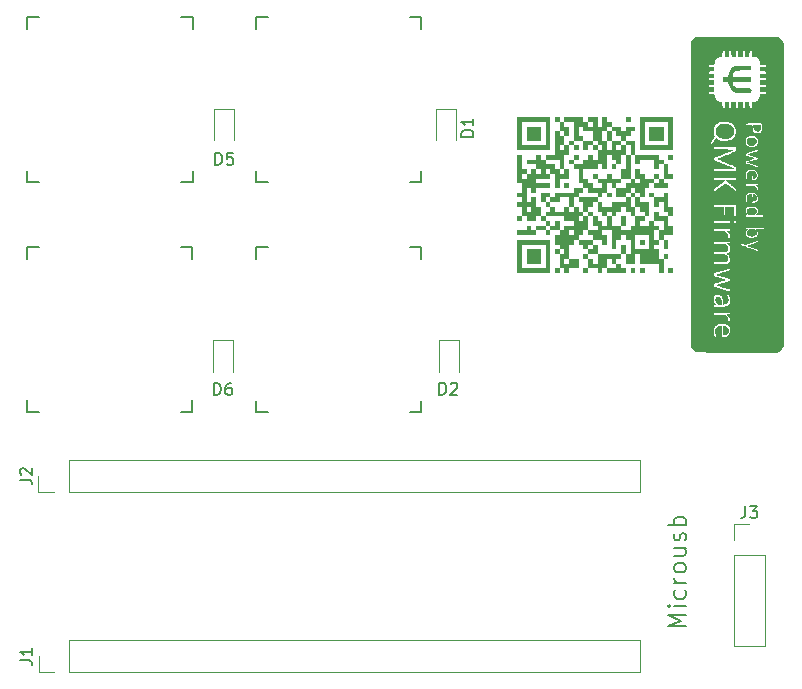
<source format=gbr>
%TF.GenerationSoftware,KiCad,Pcbnew,8.0.8*%
%TF.CreationDate,2025-06-15T23:17:14+08:00*%
%TF.ProjectId,2x2,3278322e-6b69-4636-9164-5f7063625858,rev?*%
%TF.SameCoordinates,Original*%
%TF.FileFunction,Legend,Top*%
%TF.FilePolarity,Positive*%
%FSLAX46Y46*%
G04 Gerber Fmt 4.6, Leading zero omitted, Abs format (unit mm)*
G04 Created by KiCad (PCBNEW 8.0.8) date 2025-06-15 23:17:14*
%MOMM*%
%LPD*%
G01*
G04 APERTURE LIST*
%ADD10C,0.150000*%
%ADD11C,0.000000*%
%ADD12C,0.010000*%
%ADD13C,0.120000*%
G04 APERTURE END LIST*
D10*
X141489828Y-87478973D02*
X139989828Y-87478973D01*
X139989828Y-87478973D02*
X141061257Y-86978973D01*
X141061257Y-86978973D02*
X139989828Y-86478973D01*
X139989828Y-86478973D02*
X141489828Y-86478973D01*
X141489828Y-85764687D02*
X140489828Y-85764687D01*
X139989828Y-85764687D02*
X140061257Y-85836115D01*
X140061257Y-85836115D02*
X140132685Y-85764687D01*
X140132685Y-85764687D02*
X140061257Y-85693258D01*
X140061257Y-85693258D02*
X139989828Y-85764687D01*
X139989828Y-85764687D02*
X140132685Y-85764687D01*
X141418400Y-84407544D02*
X141489828Y-84550401D01*
X141489828Y-84550401D02*
X141489828Y-84836115D01*
X141489828Y-84836115D02*
X141418400Y-84978972D01*
X141418400Y-84978972D02*
X141346971Y-85050401D01*
X141346971Y-85050401D02*
X141204114Y-85121829D01*
X141204114Y-85121829D02*
X140775542Y-85121829D01*
X140775542Y-85121829D02*
X140632685Y-85050401D01*
X140632685Y-85050401D02*
X140561257Y-84978972D01*
X140561257Y-84978972D02*
X140489828Y-84836115D01*
X140489828Y-84836115D02*
X140489828Y-84550401D01*
X140489828Y-84550401D02*
X140561257Y-84407544D01*
X141489828Y-83764687D02*
X140489828Y-83764687D01*
X140775542Y-83764687D02*
X140632685Y-83693258D01*
X140632685Y-83693258D02*
X140561257Y-83621830D01*
X140561257Y-83621830D02*
X140489828Y-83478972D01*
X140489828Y-83478972D02*
X140489828Y-83336115D01*
X141489828Y-82621830D02*
X141418400Y-82764687D01*
X141418400Y-82764687D02*
X141346971Y-82836116D01*
X141346971Y-82836116D02*
X141204114Y-82907544D01*
X141204114Y-82907544D02*
X140775542Y-82907544D01*
X140775542Y-82907544D02*
X140632685Y-82836116D01*
X140632685Y-82836116D02*
X140561257Y-82764687D01*
X140561257Y-82764687D02*
X140489828Y-82621830D01*
X140489828Y-82621830D02*
X140489828Y-82407544D01*
X140489828Y-82407544D02*
X140561257Y-82264687D01*
X140561257Y-82264687D02*
X140632685Y-82193259D01*
X140632685Y-82193259D02*
X140775542Y-82121830D01*
X140775542Y-82121830D02*
X141204114Y-82121830D01*
X141204114Y-82121830D02*
X141346971Y-82193259D01*
X141346971Y-82193259D02*
X141418400Y-82264687D01*
X141418400Y-82264687D02*
X141489828Y-82407544D01*
X141489828Y-82407544D02*
X141489828Y-82621830D01*
X140489828Y-80836116D02*
X141489828Y-80836116D01*
X140489828Y-81478973D02*
X141275542Y-81478973D01*
X141275542Y-81478973D02*
X141418400Y-81407544D01*
X141418400Y-81407544D02*
X141489828Y-81264687D01*
X141489828Y-81264687D02*
X141489828Y-81050401D01*
X141489828Y-81050401D02*
X141418400Y-80907544D01*
X141418400Y-80907544D02*
X141346971Y-80836116D01*
X141418400Y-80193258D02*
X141489828Y-80050401D01*
X141489828Y-80050401D02*
X141489828Y-79764687D01*
X141489828Y-79764687D02*
X141418400Y-79621830D01*
X141418400Y-79621830D02*
X141275542Y-79550401D01*
X141275542Y-79550401D02*
X141204114Y-79550401D01*
X141204114Y-79550401D02*
X141061257Y-79621830D01*
X141061257Y-79621830D02*
X140989828Y-79764687D01*
X140989828Y-79764687D02*
X140989828Y-79978973D01*
X140989828Y-79978973D02*
X140918400Y-80121830D01*
X140918400Y-80121830D02*
X140775542Y-80193258D01*
X140775542Y-80193258D02*
X140704114Y-80193258D01*
X140704114Y-80193258D02*
X140561257Y-80121830D01*
X140561257Y-80121830D02*
X140489828Y-79978973D01*
X140489828Y-79978973D02*
X140489828Y-79764687D01*
X140489828Y-79764687D02*
X140561257Y-79621830D01*
X141489828Y-78907544D02*
X139989828Y-78907544D01*
X140561257Y-78907544D02*
X140489828Y-78764687D01*
X140489828Y-78764687D02*
X140489828Y-78478972D01*
X140489828Y-78478972D02*
X140561257Y-78336115D01*
X140561257Y-78336115D02*
X140632685Y-78264687D01*
X140632685Y-78264687D02*
X140775542Y-78193258D01*
X140775542Y-78193258D02*
X141204114Y-78193258D01*
X141204114Y-78193258D02*
X141346971Y-78264687D01*
X141346971Y-78264687D02*
X141418400Y-78336115D01*
X141418400Y-78336115D02*
X141489828Y-78478972D01*
X141489828Y-78478972D02*
X141489828Y-78764687D01*
X141489828Y-78764687D02*
X141418400Y-78907544D01*
X146529466Y-77287219D02*
X146529466Y-78001504D01*
X146529466Y-78001504D02*
X146481847Y-78144361D01*
X146481847Y-78144361D02*
X146386609Y-78239600D01*
X146386609Y-78239600D02*
X146243752Y-78287219D01*
X146243752Y-78287219D02*
X146148514Y-78287219D01*
X146910419Y-77287219D02*
X147529466Y-77287219D01*
X147529466Y-77287219D02*
X147196133Y-77668171D01*
X147196133Y-77668171D02*
X147338990Y-77668171D01*
X147338990Y-77668171D02*
X147434228Y-77715790D01*
X147434228Y-77715790D02*
X147481847Y-77763409D01*
X147481847Y-77763409D02*
X147529466Y-77858647D01*
X147529466Y-77858647D02*
X147529466Y-78096742D01*
X147529466Y-78096742D02*
X147481847Y-78191980D01*
X147481847Y-78191980D02*
X147434228Y-78239600D01*
X147434228Y-78239600D02*
X147338990Y-78287219D01*
X147338990Y-78287219D02*
X147053276Y-78287219D01*
X147053276Y-78287219D02*
X146958038Y-78239600D01*
X146958038Y-78239600D02*
X146910419Y-78191980D01*
X85110419Y-75060133D02*
X85824704Y-75060133D01*
X85824704Y-75060133D02*
X85967561Y-75107752D01*
X85967561Y-75107752D02*
X86062800Y-75202990D01*
X86062800Y-75202990D02*
X86110419Y-75345847D01*
X86110419Y-75345847D02*
X86110419Y-75441085D01*
X85205657Y-74631561D02*
X85158038Y-74583942D01*
X85158038Y-74583942D02*
X85110419Y-74488704D01*
X85110419Y-74488704D02*
X85110419Y-74250609D01*
X85110419Y-74250609D02*
X85158038Y-74155371D01*
X85158038Y-74155371D02*
X85205657Y-74107752D01*
X85205657Y-74107752D02*
X85300895Y-74060133D01*
X85300895Y-74060133D02*
X85396133Y-74060133D01*
X85396133Y-74060133D02*
X85538990Y-74107752D01*
X85538990Y-74107752D02*
X86110419Y-74679180D01*
X86110419Y-74679180D02*
X86110419Y-74060133D01*
X85135819Y-90325533D02*
X85850104Y-90325533D01*
X85850104Y-90325533D02*
X85992961Y-90373152D01*
X85992961Y-90373152D02*
X86088200Y-90468390D01*
X86088200Y-90468390D02*
X86135819Y-90611247D01*
X86135819Y-90611247D02*
X86135819Y-90706485D01*
X86135819Y-89325533D02*
X86135819Y-89896961D01*
X86135819Y-89611247D02*
X85135819Y-89611247D01*
X85135819Y-89611247D02*
X85278676Y-89706485D01*
X85278676Y-89706485D02*
X85373914Y-89801723D01*
X85373914Y-89801723D02*
X85421533Y-89896961D01*
X101547705Y-67866419D02*
X101547705Y-66866419D01*
X101547705Y-66866419D02*
X101785800Y-66866419D01*
X101785800Y-66866419D02*
X101928657Y-66914038D01*
X101928657Y-66914038D02*
X102023895Y-67009276D01*
X102023895Y-67009276D02*
X102071514Y-67104514D01*
X102071514Y-67104514D02*
X102119133Y-67294990D01*
X102119133Y-67294990D02*
X102119133Y-67437847D01*
X102119133Y-67437847D02*
X102071514Y-67628323D01*
X102071514Y-67628323D02*
X102023895Y-67723561D01*
X102023895Y-67723561D02*
X101928657Y-67818800D01*
X101928657Y-67818800D02*
X101785800Y-67866419D01*
X101785800Y-67866419D02*
X101547705Y-67866419D01*
X102976276Y-66866419D02*
X102785800Y-66866419D01*
X102785800Y-66866419D02*
X102690562Y-66914038D01*
X102690562Y-66914038D02*
X102642943Y-66961657D01*
X102642943Y-66961657D02*
X102547705Y-67104514D01*
X102547705Y-67104514D02*
X102500086Y-67294990D01*
X102500086Y-67294990D02*
X102500086Y-67675942D01*
X102500086Y-67675942D02*
X102547705Y-67771180D01*
X102547705Y-67771180D02*
X102595324Y-67818800D01*
X102595324Y-67818800D02*
X102690562Y-67866419D01*
X102690562Y-67866419D02*
X102881038Y-67866419D01*
X102881038Y-67866419D02*
X102976276Y-67818800D01*
X102976276Y-67818800D02*
X103023895Y-67771180D01*
X103023895Y-67771180D02*
X103071514Y-67675942D01*
X103071514Y-67675942D02*
X103071514Y-67437847D01*
X103071514Y-67437847D02*
X103023895Y-67342609D01*
X103023895Y-67342609D02*
X102976276Y-67294990D01*
X102976276Y-67294990D02*
X102881038Y-67247371D01*
X102881038Y-67247371D02*
X102690562Y-67247371D01*
X102690562Y-67247371D02*
X102595324Y-67294990D01*
X102595324Y-67294990D02*
X102547705Y-67342609D01*
X102547705Y-67342609D02*
X102500086Y-67437847D01*
X101649305Y-48384619D02*
X101649305Y-47384619D01*
X101649305Y-47384619D02*
X101887400Y-47384619D01*
X101887400Y-47384619D02*
X102030257Y-47432238D01*
X102030257Y-47432238D02*
X102125495Y-47527476D01*
X102125495Y-47527476D02*
X102173114Y-47622714D01*
X102173114Y-47622714D02*
X102220733Y-47813190D01*
X102220733Y-47813190D02*
X102220733Y-47956047D01*
X102220733Y-47956047D02*
X102173114Y-48146523D01*
X102173114Y-48146523D02*
X102125495Y-48241761D01*
X102125495Y-48241761D02*
X102030257Y-48337000D01*
X102030257Y-48337000D02*
X101887400Y-48384619D01*
X101887400Y-48384619D02*
X101649305Y-48384619D01*
X103125495Y-47384619D02*
X102649305Y-47384619D01*
X102649305Y-47384619D02*
X102601686Y-47860809D01*
X102601686Y-47860809D02*
X102649305Y-47813190D01*
X102649305Y-47813190D02*
X102744543Y-47765571D01*
X102744543Y-47765571D02*
X102982638Y-47765571D01*
X102982638Y-47765571D02*
X103077876Y-47813190D01*
X103077876Y-47813190D02*
X103125495Y-47860809D01*
X103125495Y-47860809D02*
X103173114Y-47956047D01*
X103173114Y-47956047D02*
X103173114Y-48194142D01*
X103173114Y-48194142D02*
X103125495Y-48289380D01*
X103125495Y-48289380D02*
X103077876Y-48337000D01*
X103077876Y-48337000D02*
X102982638Y-48384619D01*
X102982638Y-48384619D02*
X102744543Y-48384619D01*
X102744543Y-48384619D02*
X102649305Y-48337000D01*
X102649305Y-48337000D02*
X102601686Y-48289380D01*
X120625705Y-67842019D02*
X120625705Y-66842019D01*
X120625705Y-66842019D02*
X120863800Y-66842019D01*
X120863800Y-66842019D02*
X121006657Y-66889638D01*
X121006657Y-66889638D02*
X121101895Y-66984876D01*
X121101895Y-66984876D02*
X121149514Y-67080114D01*
X121149514Y-67080114D02*
X121197133Y-67270590D01*
X121197133Y-67270590D02*
X121197133Y-67413447D01*
X121197133Y-67413447D02*
X121149514Y-67603923D01*
X121149514Y-67603923D02*
X121101895Y-67699161D01*
X121101895Y-67699161D02*
X121006657Y-67794400D01*
X121006657Y-67794400D02*
X120863800Y-67842019D01*
X120863800Y-67842019D02*
X120625705Y-67842019D01*
X121578086Y-66937257D02*
X121625705Y-66889638D01*
X121625705Y-66889638D02*
X121720943Y-66842019D01*
X121720943Y-66842019D02*
X121959038Y-66842019D01*
X121959038Y-66842019D02*
X122054276Y-66889638D01*
X122054276Y-66889638D02*
X122101895Y-66937257D01*
X122101895Y-66937257D02*
X122149514Y-67032495D01*
X122149514Y-67032495D02*
X122149514Y-67127733D01*
X122149514Y-67127733D02*
X122101895Y-67270590D01*
X122101895Y-67270590D02*
X121530467Y-67842019D01*
X121530467Y-67842019D02*
X122149514Y-67842019D01*
X123488219Y-46000894D02*
X122488219Y-46000894D01*
X122488219Y-46000894D02*
X122488219Y-45762799D01*
X122488219Y-45762799D02*
X122535838Y-45619942D01*
X122535838Y-45619942D02*
X122631076Y-45524704D01*
X122631076Y-45524704D02*
X122726314Y-45477085D01*
X122726314Y-45477085D02*
X122916790Y-45429466D01*
X122916790Y-45429466D02*
X123059647Y-45429466D01*
X123059647Y-45429466D02*
X123250123Y-45477085D01*
X123250123Y-45477085D02*
X123345361Y-45524704D01*
X123345361Y-45524704D02*
X123440600Y-45619942D01*
X123440600Y-45619942D02*
X123488219Y-45762799D01*
X123488219Y-45762799D02*
X123488219Y-46000894D01*
X123488219Y-44477085D02*
X123488219Y-45048513D01*
X123488219Y-44762799D02*
X122488219Y-44762799D01*
X122488219Y-44762799D02*
X122631076Y-44858037D01*
X122631076Y-44858037D02*
X122726314Y-44953275D01*
X122726314Y-44953275D02*
X122773933Y-45048513D01*
D11*
%TO.C,LOGO2*%
G36*
X127607200Y-44752400D02*
G01*
X127207200Y-44752400D01*
X127207200Y-44352400D01*
X127607200Y-44352400D01*
X127607200Y-44752400D01*
G37*
G36*
X128007200Y-44752400D02*
G01*
X127607200Y-44752400D01*
X127607200Y-44352400D01*
X128007200Y-44352400D01*
X128007200Y-44752400D01*
G37*
G36*
X128407200Y-44752400D02*
G01*
X128007200Y-44752400D01*
X128007200Y-44352400D01*
X128407200Y-44352400D01*
X128407200Y-44752400D01*
G37*
G36*
X128807200Y-44752400D02*
G01*
X128407200Y-44752400D01*
X128407200Y-44352400D01*
X128807200Y-44352400D01*
X128807200Y-44752400D01*
G37*
G36*
X129207200Y-44752400D02*
G01*
X128807200Y-44752400D01*
X128807200Y-44352400D01*
X129207200Y-44352400D01*
X129207200Y-44752400D01*
G37*
G36*
X129607200Y-44752400D02*
G01*
X129207200Y-44752400D01*
X129207200Y-44352400D01*
X129607200Y-44352400D01*
X129607200Y-44752400D01*
G37*
G36*
X130007200Y-44752400D02*
G01*
X129607200Y-44752400D01*
X129607200Y-44352400D01*
X130007200Y-44352400D01*
X130007200Y-44752400D01*
G37*
G36*
X130807200Y-44752400D02*
G01*
X130407200Y-44752400D01*
X130407200Y-44352400D01*
X130807200Y-44352400D01*
X130807200Y-44752400D01*
G37*
G36*
X131607200Y-44752400D02*
G01*
X131207200Y-44752400D01*
X131207200Y-44352400D01*
X131607200Y-44352400D01*
X131607200Y-44752400D01*
G37*
G36*
X132007200Y-44752400D02*
G01*
X131607200Y-44752400D01*
X131607200Y-44352400D01*
X132007200Y-44352400D01*
X132007200Y-44752400D01*
G37*
G36*
X132407200Y-44752400D02*
G01*
X132007200Y-44752400D01*
X132007200Y-44352400D01*
X132407200Y-44352400D01*
X132407200Y-44752400D01*
G37*
G36*
X132807200Y-44752400D02*
G01*
X132407200Y-44752400D01*
X132407200Y-44352400D01*
X132807200Y-44352400D01*
X132807200Y-44752400D01*
G37*
G36*
X133607200Y-44752400D02*
G01*
X133207200Y-44752400D01*
X133207200Y-44352400D01*
X133607200Y-44352400D01*
X133607200Y-44752400D01*
G37*
G36*
X134007200Y-44752400D02*
G01*
X133607200Y-44752400D01*
X133607200Y-44352400D01*
X134007200Y-44352400D01*
X134007200Y-44752400D01*
G37*
G36*
X134807200Y-44752400D02*
G01*
X134407200Y-44752400D01*
X134407200Y-44352400D01*
X134807200Y-44352400D01*
X134807200Y-44752400D01*
G37*
G36*
X136807200Y-44752400D02*
G01*
X136407200Y-44752400D01*
X136407200Y-44352400D01*
X136807200Y-44352400D01*
X136807200Y-44752400D01*
G37*
G36*
X138007200Y-44752400D02*
G01*
X137607200Y-44752400D01*
X137607200Y-44352400D01*
X138007200Y-44352400D01*
X138007200Y-44752400D01*
G37*
G36*
X138407200Y-44752400D02*
G01*
X138007200Y-44752400D01*
X138007200Y-44352400D01*
X138407200Y-44352400D01*
X138407200Y-44752400D01*
G37*
G36*
X138807200Y-44752400D02*
G01*
X138407200Y-44752400D01*
X138407200Y-44352400D01*
X138807200Y-44352400D01*
X138807200Y-44752400D01*
G37*
G36*
X139207200Y-44752400D02*
G01*
X138807200Y-44752400D01*
X138807200Y-44352400D01*
X139207200Y-44352400D01*
X139207200Y-44752400D01*
G37*
G36*
X139607200Y-44752400D02*
G01*
X139207200Y-44752400D01*
X139207200Y-44352400D01*
X139607200Y-44352400D01*
X139607200Y-44752400D01*
G37*
G36*
X140007200Y-44752400D02*
G01*
X139607200Y-44752400D01*
X139607200Y-44352400D01*
X140007200Y-44352400D01*
X140007200Y-44752400D01*
G37*
G36*
X140407200Y-44752400D02*
G01*
X140007200Y-44752400D01*
X140007200Y-44352400D01*
X140407200Y-44352400D01*
X140407200Y-44752400D01*
G37*
G36*
X127607200Y-45152400D02*
G01*
X127207200Y-45152400D01*
X127207200Y-44752400D01*
X127607200Y-44752400D01*
X127607200Y-45152400D01*
G37*
G36*
X130007200Y-45152400D02*
G01*
X129607200Y-45152400D01*
X129607200Y-44752400D01*
X130007200Y-44752400D01*
X130007200Y-45152400D01*
G37*
G36*
X131207200Y-45152400D02*
G01*
X130807200Y-45152400D01*
X130807200Y-44752400D01*
X131207200Y-44752400D01*
X131207200Y-45152400D01*
G37*
G36*
X132407200Y-45152400D02*
G01*
X132007200Y-45152400D01*
X132007200Y-44752400D01*
X132407200Y-44752400D01*
X132407200Y-45152400D01*
G37*
G36*
X132807200Y-45152400D02*
G01*
X132407200Y-45152400D01*
X132407200Y-44752400D01*
X132807200Y-44752400D01*
X132807200Y-45152400D01*
G37*
G36*
X133207200Y-45152400D02*
G01*
X132807200Y-45152400D01*
X132807200Y-44752400D01*
X133207200Y-44752400D01*
X133207200Y-45152400D01*
G37*
G36*
X134007200Y-45152400D02*
G01*
X133607200Y-45152400D01*
X133607200Y-44752400D01*
X134007200Y-44752400D01*
X134007200Y-45152400D01*
G37*
G36*
X134807200Y-45152400D02*
G01*
X134407200Y-45152400D01*
X134407200Y-44752400D01*
X134807200Y-44752400D01*
X134807200Y-45152400D01*
G37*
G36*
X135207200Y-45152400D02*
G01*
X134807200Y-45152400D01*
X134807200Y-44752400D01*
X135207200Y-44752400D01*
X135207200Y-45152400D01*
G37*
G36*
X138007200Y-45152400D02*
G01*
X137607200Y-45152400D01*
X137607200Y-44752400D01*
X138007200Y-44752400D01*
X138007200Y-45152400D01*
G37*
G36*
X140407200Y-45152400D02*
G01*
X140007200Y-45152400D01*
X140007200Y-44752400D01*
X140407200Y-44752400D01*
X140407200Y-45152400D01*
G37*
G36*
X127607200Y-45552400D02*
G01*
X127207200Y-45552400D01*
X127207200Y-45152400D01*
X127607200Y-45152400D01*
X127607200Y-45552400D01*
G37*
G36*
X128407200Y-45552400D02*
G01*
X128007200Y-45552400D01*
X128007200Y-45152400D01*
X128407200Y-45152400D01*
X128407200Y-45552400D01*
G37*
G36*
X128807200Y-45552400D02*
G01*
X128407200Y-45552400D01*
X128407200Y-45152400D01*
X128807200Y-45152400D01*
X128807200Y-45552400D01*
G37*
G36*
X129207200Y-45552400D02*
G01*
X128807200Y-45552400D01*
X128807200Y-45152400D01*
X129207200Y-45152400D01*
X129207200Y-45552400D01*
G37*
G36*
X130007200Y-45552400D02*
G01*
X129607200Y-45552400D01*
X129607200Y-45152400D01*
X130007200Y-45152400D01*
X130007200Y-45552400D01*
G37*
G36*
X131207200Y-45552400D02*
G01*
X130807200Y-45552400D01*
X130807200Y-45152400D01*
X131207200Y-45152400D01*
X131207200Y-45552400D01*
G37*
G36*
X131607200Y-45552400D02*
G01*
X131207200Y-45552400D01*
X131207200Y-45152400D01*
X131607200Y-45152400D01*
X131607200Y-45552400D01*
G37*
G36*
X132407200Y-45552400D02*
G01*
X132007200Y-45552400D01*
X132007200Y-45152400D01*
X132407200Y-45152400D01*
X132407200Y-45552400D01*
G37*
G36*
X133207200Y-45552400D02*
G01*
X132807200Y-45552400D01*
X132807200Y-45152400D01*
X133207200Y-45152400D01*
X133207200Y-45552400D01*
G37*
G36*
X133607200Y-45552400D02*
G01*
X133207200Y-45552400D01*
X133207200Y-45152400D01*
X133607200Y-45152400D01*
X133607200Y-45552400D01*
G37*
G36*
X134007200Y-45552400D02*
G01*
X133607200Y-45552400D01*
X133607200Y-45152400D01*
X134007200Y-45152400D01*
X134007200Y-45552400D01*
G37*
G36*
X134407200Y-45552400D02*
G01*
X134007200Y-45552400D01*
X134007200Y-45152400D01*
X134407200Y-45152400D01*
X134407200Y-45552400D01*
G37*
G36*
X134807200Y-45552400D02*
G01*
X134407200Y-45552400D01*
X134407200Y-45152400D01*
X134807200Y-45152400D01*
X134807200Y-45552400D01*
G37*
G36*
X135607200Y-45552400D02*
G01*
X135207200Y-45552400D01*
X135207200Y-45152400D01*
X135607200Y-45152400D01*
X135607200Y-45552400D01*
G37*
G36*
X136007200Y-45552400D02*
G01*
X135607200Y-45552400D01*
X135607200Y-45152400D01*
X136007200Y-45152400D01*
X136007200Y-45552400D01*
G37*
G36*
X136807200Y-45552400D02*
G01*
X136407200Y-45552400D01*
X136407200Y-45152400D01*
X136807200Y-45152400D01*
X136807200Y-45552400D01*
G37*
G36*
X137207200Y-45552400D02*
G01*
X136807200Y-45552400D01*
X136807200Y-45152400D01*
X137207200Y-45152400D01*
X137207200Y-45552400D01*
G37*
G36*
X138007200Y-45552400D02*
G01*
X137607200Y-45552400D01*
X137607200Y-45152400D01*
X138007200Y-45152400D01*
X138007200Y-45552400D01*
G37*
G36*
X138807200Y-45552400D02*
G01*
X138407200Y-45552400D01*
X138407200Y-45152400D01*
X138807200Y-45152400D01*
X138807200Y-45552400D01*
G37*
G36*
X139207200Y-45552400D02*
G01*
X138807200Y-45552400D01*
X138807200Y-45152400D01*
X139207200Y-45152400D01*
X139207200Y-45552400D01*
G37*
G36*
X139607200Y-45552400D02*
G01*
X139207200Y-45552400D01*
X139207200Y-45152400D01*
X139607200Y-45152400D01*
X139607200Y-45552400D01*
G37*
G36*
X140407200Y-45552400D02*
G01*
X140007200Y-45552400D01*
X140007200Y-45152400D01*
X140407200Y-45152400D01*
X140407200Y-45552400D01*
G37*
G36*
X127607200Y-45952400D02*
G01*
X127207200Y-45952400D01*
X127207200Y-45552400D01*
X127607200Y-45552400D01*
X127607200Y-45952400D01*
G37*
G36*
X128407200Y-45952400D02*
G01*
X128007200Y-45952400D01*
X128007200Y-45552400D01*
X128407200Y-45552400D01*
X128407200Y-45952400D01*
G37*
G36*
X128807200Y-45952400D02*
G01*
X128407200Y-45952400D01*
X128407200Y-45552400D01*
X128807200Y-45552400D01*
X128807200Y-45952400D01*
G37*
G36*
X129207200Y-45952400D02*
G01*
X128807200Y-45952400D01*
X128807200Y-45552400D01*
X129207200Y-45552400D01*
X129207200Y-45952400D01*
G37*
G36*
X130007200Y-45952400D02*
G01*
X129607200Y-45952400D01*
X129607200Y-45552400D01*
X130007200Y-45552400D01*
X130007200Y-45952400D01*
G37*
G36*
X130807200Y-45952400D02*
G01*
X130407200Y-45952400D01*
X130407200Y-45552400D01*
X130807200Y-45552400D01*
X130807200Y-45952400D01*
G37*
G36*
X131607200Y-45952400D02*
G01*
X131207200Y-45952400D01*
X131207200Y-45552400D01*
X131607200Y-45552400D01*
X131607200Y-45952400D01*
G37*
G36*
X132407200Y-45952400D02*
G01*
X132007200Y-45952400D01*
X132007200Y-45552400D01*
X132407200Y-45552400D01*
X132407200Y-45952400D01*
G37*
G36*
X134007200Y-45952400D02*
G01*
X133607200Y-45952400D01*
X133607200Y-45552400D01*
X134007200Y-45552400D01*
X134007200Y-45952400D01*
G37*
G36*
X134407200Y-45952400D02*
G01*
X134007200Y-45952400D01*
X134007200Y-45552400D01*
X134407200Y-45552400D01*
X134407200Y-45952400D01*
G37*
G36*
X135207200Y-45952400D02*
G01*
X134807200Y-45952400D01*
X134807200Y-45552400D01*
X135207200Y-45552400D01*
X135207200Y-45952400D01*
G37*
G36*
X136007200Y-45952400D02*
G01*
X135607200Y-45952400D01*
X135607200Y-45552400D01*
X136007200Y-45552400D01*
X136007200Y-45952400D01*
G37*
G36*
X136407200Y-45952400D02*
G01*
X136007200Y-45952400D01*
X136007200Y-45552400D01*
X136407200Y-45552400D01*
X136407200Y-45952400D01*
G37*
G36*
X136807200Y-45952400D02*
G01*
X136407200Y-45952400D01*
X136407200Y-45552400D01*
X136807200Y-45552400D01*
X136807200Y-45952400D01*
G37*
G36*
X138007200Y-45952400D02*
G01*
X137607200Y-45952400D01*
X137607200Y-45552400D01*
X138007200Y-45552400D01*
X138007200Y-45952400D01*
G37*
G36*
X138807200Y-45952400D02*
G01*
X138407200Y-45952400D01*
X138407200Y-45552400D01*
X138807200Y-45552400D01*
X138807200Y-45952400D01*
G37*
G36*
X139207200Y-45952400D02*
G01*
X138807200Y-45952400D01*
X138807200Y-45552400D01*
X139207200Y-45552400D01*
X139207200Y-45952400D01*
G37*
G36*
X139607200Y-45952400D02*
G01*
X139207200Y-45952400D01*
X139207200Y-45552400D01*
X139607200Y-45552400D01*
X139607200Y-45952400D01*
G37*
G36*
X140407200Y-45952400D02*
G01*
X140007200Y-45952400D01*
X140007200Y-45552400D01*
X140407200Y-45552400D01*
X140407200Y-45952400D01*
G37*
G36*
X127607200Y-46352400D02*
G01*
X127207200Y-46352400D01*
X127207200Y-45952400D01*
X127607200Y-45952400D01*
X127607200Y-46352400D01*
G37*
G36*
X128407200Y-46352400D02*
G01*
X128007200Y-46352400D01*
X128007200Y-45952400D01*
X128407200Y-45952400D01*
X128407200Y-46352400D01*
G37*
G36*
X128807200Y-46352400D02*
G01*
X128407200Y-46352400D01*
X128407200Y-45952400D01*
X128807200Y-45952400D01*
X128807200Y-46352400D01*
G37*
G36*
X129207200Y-46352400D02*
G01*
X128807200Y-46352400D01*
X128807200Y-45952400D01*
X129207200Y-45952400D01*
X129207200Y-46352400D01*
G37*
G36*
X130007200Y-46352400D02*
G01*
X129607200Y-46352400D01*
X129607200Y-45952400D01*
X130007200Y-45952400D01*
X130007200Y-46352400D01*
G37*
G36*
X130807200Y-46352400D02*
G01*
X130407200Y-46352400D01*
X130407200Y-45952400D01*
X130807200Y-45952400D01*
X130807200Y-46352400D01*
G37*
G36*
X131207200Y-46352400D02*
G01*
X130807200Y-46352400D01*
X130807200Y-45952400D01*
X131207200Y-45952400D01*
X131207200Y-46352400D01*
G37*
G36*
X132407200Y-46352400D02*
G01*
X132007200Y-46352400D01*
X132007200Y-45952400D01*
X132407200Y-45952400D01*
X132407200Y-46352400D01*
G37*
G36*
X132807200Y-46352400D02*
G01*
X132407200Y-46352400D01*
X132407200Y-45952400D01*
X132807200Y-45952400D01*
X132807200Y-46352400D01*
G37*
G36*
X134007200Y-46352400D02*
G01*
X133607200Y-46352400D01*
X133607200Y-45952400D01*
X134007200Y-45952400D01*
X134007200Y-46352400D01*
G37*
G36*
X134407200Y-46352400D02*
G01*
X134007200Y-46352400D01*
X134007200Y-45952400D01*
X134407200Y-45952400D01*
X134407200Y-46352400D01*
G37*
G36*
X135207200Y-46352400D02*
G01*
X134807200Y-46352400D01*
X134807200Y-45952400D01*
X135207200Y-45952400D01*
X135207200Y-46352400D01*
G37*
G36*
X136407200Y-46352400D02*
G01*
X136007200Y-46352400D01*
X136007200Y-45952400D01*
X136407200Y-45952400D01*
X136407200Y-46352400D01*
G37*
G36*
X138007200Y-46352400D02*
G01*
X137607200Y-46352400D01*
X137607200Y-45952400D01*
X138007200Y-45952400D01*
X138007200Y-46352400D01*
G37*
G36*
X138807200Y-46352400D02*
G01*
X138407200Y-46352400D01*
X138407200Y-45952400D01*
X138807200Y-45952400D01*
X138807200Y-46352400D01*
G37*
G36*
X139207200Y-46352400D02*
G01*
X138807200Y-46352400D01*
X138807200Y-45952400D01*
X139207200Y-45952400D01*
X139207200Y-46352400D01*
G37*
G36*
X139607200Y-46352400D02*
G01*
X139207200Y-46352400D01*
X139207200Y-45952400D01*
X139607200Y-45952400D01*
X139607200Y-46352400D01*
G37*
G36*
X140407200Y-46352400D02*
G01*
X140007200Y-46352400D01*
X140007200Y-45952400D01*
X140407200Y-45952400D01*
X140407200Y-46352400D01*
G37*
G36*
X127607200Y-46752400D02*
G01*
X127207200Y-46752400D01*
X127207200Y-46352400D01*
X127607200Y-46352400D01*
X127607200Y-46752400D01*
G37*
G36*
X130007200Y-46752400D02*
G01*
X129607200Y-46752400D01*
X129607200Y-46352400D01*
X130007200Y-46352400D01*
X130007200Y-46752400D01*
G37*
G36*
X130807200Y-46752400D02*
G01*
X130407200Y-46752400D01*
X130407200Y-46352400D01*
X130807200Y-46352400D01*
X130807200Y-46752400D01*
G37*
G36*
X131207200Y-46752400D02*
G01*
X130807200Y-46752400D01*
X130807200Y-46352400D01*
X131207200Y-46352400D01*
X131207200Y-46752400D01*
G37*
G36*
X132007200Y-46752400D02*
G01*
X131607200Y-46752400D01*
X131607200Y-46352400D01*
X132007200Y-46352400D01*
X132007200Y-46752400D01*
G37*
G36*
X133207200Y-46752400D02*
G01*
X132807200Y-46752400D01*
X132807200Y-46352400D01*
X133207200Y-46352400D01*
X133207200Y-46752400D01*
G37*
G36*
X133607200Y-46752400D02*
G01*
X133207200Y-46752400D01*
X133207200Y-46352400D01*
X133607200Y-46352400D01*
X133607200Y-46752400D01*
G37*
G36*
X134407200Y-46752400D02*
G01*
X134007200Y-46752400D01*
X134007200Y-46352400D01*
X134407200Y-46352400D01*
X134407200Y-46752400D01*
G37*
G36*
X134807200Y-46752400D02*
G01*
X134407200Y-46752400D01*
X134407200Y-46352400D01*
X134807200Y-46352400D01*
X134807200Y-46752400D01*
G37*
G36*
X135607200Y-46752400D02*
G01*
X135207200Y-46752400D01*
X135207200Y-46352400D01*
X135607200Y-46352400D01*
X135607200Y-46752400D01*
G37*
G36*
X136007200Y-46752400D02*
G01*
X135607200Y-46752400D01*
X135607200Y-46352400D01*
X136007200Y-46352400D01*
X136007200Y-46752400D01*
G37*
G36*
X136807200Y-46752400D02*
G01*
X136407200Y-46752400D01*
X136407200Y-46352400D01*
X136807200Y-46352400D01*
X136807200Y-46752400D01*
G37*
G36*
X137207200Y-46752400D02*
G01*
X136807200Y-46752400D01*
X136807200Y-46352400D01*
X137207200Y-46352400D01*
X137207200Y-46752400D01*
G37*
G36*
X138007200Y-46752400D02*
G01*
X137607200Y-46752400D01*
X137607200Y-46352400D01*
X138007200Y-46352400D01*
X138007200Y-46752400D01*
G37*
G36*
X140407200Y-46752400D02*
G01*
X140007200Y-46752400D01*
X140007200Y-46352400D01*
X140407200Y-46352400D01*
X140407200Y-46752400D01*
G37*
G36*
X127607200Y-47152400D02*
G01*
X127207200Y-47152400D01*
X127207200Y-46752400D01*
X127607200Y-46752400D01*
X127607200Y-47152400D01*
G37*
G36*
X128007200Y-47152400D02*
G01*
X127607200Y-47152400D01*
X127607200Y-46752400D01*
X128007200Y-46752400D01*
X128007200Y-47152400D01*
G37*
G36*
X128407200Y-47152400D02*
G01*
X128007200Y-47152400D01*
X128007200Y-46752400D01*
X128407200Y-46752400D01*
X128407200Y-47152400D01*
G37*
G36*
X128807200Y-47152400D02*
G01*
X128407200Y-47152400D01*
X128407200Y-46752400D01*
X128807200Y-46752400D01*
X128807200Y-47152400D01*
G37*
G36*
X129207200Y-47152400D02*
G01*
X128807200Y-47152400D01*
X128807200Y-46752400D01*
X129207200Y-46752400D01*
X129207200Y-47152400D01*
G37*
G36*
X129607200Y-47152400D02*
G01*
X129207200Y-47152400D01*
X129207200Y-46752400D01*
X129607200Y-46752400D01*
X129607200Y-47152400D01*
G37*
G36*
X130007200Y-47152400D02*
G01*
X129607200Y-47152400D01*
X129607200Y-46752400D01*
X130007200Y-46752400D01*
X130007200Y-47152400D01*
G37*
G36*
X130807200Y-47152400D02*
G01*
X130407200Y-47152400D01*
X130407200Y-46752400D01*
X130807200Y-46752400D01*
X130807200Y-47152400D01*
G37*
G36*
X131607200Y-47152400D02*
G01*
X131207200Y-47152400D01*
X131207200Y-46752400D01*
X131607200Y-46752400D01*
X131607200Y-47152400D01*
G37*
G36*
X132407200Y-47152400D02*
G01*
X132007200Y-47152400D01*
X132007200Y-46752400D01*
X132407200Y-46752400D01*
X132407200Y-47152400D01*
G37*
G36*
X133207200Y-47152400D02*
G01*
X132807200Y-47152400D01*
X132807200Y-46752400D01*
X133207200Y-46752400D01*
X133207200Y-47152400D01*
G37*
G36*
X134007200Y-47152400D02*
G01*
X133607200Y-47152400D01*
X133607200Y-46752400D01*
X134007200Y-46752400D01*
X134007200Y-47152400D01*
G37*
G36*
X134807200Y-47152400D02*
G01*
X134407200Y-47152400D01*
X134407200Y-46752400D01*
X134807200Y-46752400D01*
X134807200Y-47152400D01*
G37*
G36*
X135607200Y-47152400D02*
G01*
X135207200Y-47152400D01*
X135207200Y-46752400D01*
X135607200Y-46752400D01*
X135607200Y-47152400D01*
G37*
G36*
X136407200Y-47152400D02*
G01*
X136007200Y-47152400D01*
X136007200Y-46752400D01*
X136407200Y-46752400D01*
X136407200Y-47152400D01*
G37*
G36*
X137207200Y-47152400D02*
G01*
X136807200Y-47152400D01*
X136807200Y-46752400D01*
X137207200Y-46752400D01*
X137207200Y-47152400D01*
G37*
G36*
X138007200Y-47152400D02*
G01*
X137607200Y-47152400D01*
X137607200Y-46752400D01*
X138007200Y-46752400D01*
X138007200Y-47152400D01*
G37*
G36*
X138407200Y-47152400D02*
G01*
X138007200Y-47152400D01*
X138007200Y-46752400D01*
X138407200Y-46752400D01*
X138407200Y-47152400D01*
G37*
G36*
X138807200Y-47152400D02*
G01*
X138407200Y-47152400D01*
X138407200Y-46752400D01*
X138807200Y-46752400D01*
X138807200Y-47152400D01*
G37*
G36*
X139207200Y-47152400D02*
G01*
X138807200Y-47152400D01*
X138807200Y-46752400D01*
X139207200Y-46752400D01*
X139207200Y-47152400D01*
G37*
G36*
X139607200Y-47152400D02*
G01*
X139207200Y-47152400D01*
X139207200Y-46752400D01*
X139607200Y-46752400D01*
X139607200Y-47152400D01*
G37*
G36*
X140007200Y-47152400D02*
G01*
X139607200Y-47152400D01*
X139607200Y-46752400D01*
X140007200Y-46752400D01*
X140007200Y-47152400D01*
G37*
G36*
X140407200Y-47152400D02*
G01*
X140007200Y-47152400D01*
X140007200Y-46752400D01*
X140407200Y-46752400D01*
X140407200Y-47152400D01*
G37*
G36*
X130807200Y-47552400D02*
G01*
X130407200Y-47552400D01*
X130407200Y-47152400D01*
X130807200Y-47152400D01*
X130807200Y-47552400D01*
G37*
G36*
X131207200Y-47552400D02*
G01*
X130807200Y-47552400D01*
X130807200Y-47152400D01*
X131207200Y-47152400D01*
X131207200Y-47552400D01*
G37*
G36*
X131607200Y-47552400D02*
G01*
X131207200Y-47552400D01*
X131207200Y-47152400D01*
X131607200Y-47152400D01*
X131607200Y-47552400D01*
G37*
G36*
X134407200Y-47552400D02*
G01*
X134007200Y-47552400D01*
X134007200Y-47152400D01*
X134407200Y-47152400D01*
X134407200Y-47552400D01*
G37*
G36*
X134807200Y-47552400D02*
G01*
X134407200Y-47552400D01*
X134407200Y-47152400D01*
X134807200Y-47152400D01*
X134807200Y-47552400D01*
G37*
G36*
X135207200Y-47552400D02*
G01*
X134807200Y-47552400D01*
X134807200Y-47152400D01*
X135207200Y-47152400D01*
X135207200Y-47552400D01*
G37*
G36*
X135607200Y-47552400D02*
G01*
X135207200Y-47552400D01*
X135207200Y-47152400D01*
X135607200Y-47152400D01*
X135607200Y-47552400D01*
G37*
G36*
X136007200Y-47552400D02*
G01*
X135607200Y-47552400D01*
X135607200Y-47152400D01*
X136007200Y-47152400D01*
X136007200Y-47552400D01*
G37*
G36*
X136407200Y-47552400D02*
G01*
X136007200Y-47552400D01*
X136007200Y-47152400D01*
X136407200Y-47152400D01*
X136407200Y-47552400D01*
G37*
G36*
X137207200Y-47552400D02*
G01*
X136807200Y-47552400D01*
X136807200Y-47152400D01*
X137207200Y-47152400D01*
X137207200Y-47552400D01*
G37*
G36*
X127607200Y-47952400D02*
G01*
X127207200Y-47952400D01*
X127207200Y-47552400D01*
X127607200Y-47552400D01*
X127607200Y-47952400D01*
G37*
G36*
X129207200Y-47952400D02*
G01*
X128807200Y-47952400D01*
X128807200Y-47552400D01*
X129207200Y-47552400D01*
X129207200Y-47952400D01*
G37*
G36*
X130007200Y-47952400D02*
G01*
X129607200Y-47952400D01*
X129607200Y-47552400D01*
X130007200Y-47552400D01*
X130007200Y-47952400D01*
G37*
G36*
X130407200Y-47952400D02*
G01*
X130007200Y-47952400D01*
X130007200Y-47552400D01*
X130407200Y-47552400D01*
X130407200Y-47952400D01*
G37*
G36*
X130807200Y-47952400D02*
G01*
X130407200Y-47952400D01*
X130407200Y-47552400D01*
X130807200Y-47552400D01*
X130807200Y-47952400D01*
G37*
G36*
X131207200Y-47952400D02*
G01*
X130807200Y-47952400D01*
X130807200Y-47552400D01*
X131207200Y-47552400D01*
X131207200Y-47952400D01*
G37*
G36*
X132407200Y-47952400D02*
G01*
X132007200Y-47952400D01*
X132007200Y-47552400D01*
X132407200Y-47552400D01*
X132407200Y-47952400D01*
G37*
G36*
X133607200Y-47952400D02*
G01*
X133207200Y-47952400D01*
X133207200Y-47552400D01*
X133607200Y-47552400D01*
X133607200Y-47952400D01*
G37*
G36*
X134407200Y-47952400D02*
G01*
X134007200Y-47952400D01*
X134007200Y-47552400D01*
X134407200Y-47552400D01*
X134407200Y-47952400D01*
G37*
G36*
X134807200Y-47952400D02*
G01*
X134407200Y-47952400D01*
X134407200Y-47552400D01*
X134807200Y-47552400D01*
X134807200Y-47952400D01*
G37*
G36*
X135607200Y-47952400D02*
G01*
X135207200Y-47952400D01*
X135207200Y-47552400D01*
X135607200Y-47552400D01*
X135607200Y-47952400D01*
G37*
G36*
X136007200Y-47952400D02*
G01*
X135607200Y-47952400D01*
X135607200Y-47552400D01*
X136007200Y-47552400D01*
X136007200Y-47952400D01*
G37*
G36*
X136807200Y-47952400D02*
G01*
X136407200Y-47952400D01*
X136407200Y-47552400D01*
X136807200Y-47552400D01*
X136807200Y-47952400D01*
G37*
G36*
X137607200Y-47952400D02*
G01*
X137207200Y-47952400D01*
X137207200Y-47552400D01*
X137607200Y-47552400D01*
X137607200Y-47952400D01*
G37*
G36*
X138007200Y-47952400D02*
G01*
X137607200Y-47952400D01*
X137607200Y-47552400D01*
X138007200Y-47552400D01*
X138007200Y-47952400D01*
G37*
G36*
X138407200Y-47952400D02*
G01*
X138007200Y-47952400D01*
X138007200Y-47552400D01*
X138407200Y-47552400D01*
X138407200Y-47952400D01*
G37*
G36*
X138807200Y-47952400D02*
G01*
X138407200Y-47952400D01*
X138407200Y-47552400D01*
X138807200Y-47552400D01*
X138807200Y-47952400D01*
G37*
G36*
X139207200Y-47952400D02*
G01*
X138807200Y-47952400D01*
X138807200Y-47552400D01*
X139207200Y-47552400D01*
X139207200Y-47952400D01*
G37*
G36*
X140407200Y-47952400D02*
G01*
X140007200Y-47952400D01*
X140007200Y-47552400D01*
X140407200Y-47552400D01*
X140407200Y-47952400D01*
G37*
G36*
X127607200Y-48352400D02*
G01*
X127207200Y-48352400D01*
X127207200Y-47952400D01*
X127607200Y-47952400D01*
X127607200Y-48352400D01*
G37*
G36*
X128407200Y-48352400D02*
G01*
X128007200Y-48352400D01*
X128007200Y-47952400D01*
X128407200Y-47952400D01*
X128407200Y-48352400D01*
G37*
G36*
X128807200Y-48352400D02*
G01*
X128407200Y-48352400D01*
X128407200Y-47952400D01*
X128807200Y-47952400D01*
X128807200Y-48352400D01*
G37*
G36*
X129207200Y-48352400D02*
G01*
X128807200Y-48352400D01*
X128807200Y-47952400D01*
X129207200Y-47952400D01*
X129207200Y-48352400D01*
G37*
G36*
X129607200Y-48352400D02*
G01*
X129207200Y-48352400D01*
X129207200Y-47952400D01*
X129607200Y-47952400D01*
X129607200Y-48352400D01*
G37*
G36*
X131207200Y-48352400D02*
G01*
X130807200Y-48352400D01*
X130807200Y-47952400D01*
X131207200Y-47952400D01*
X131207200Y-48352400D01*
G37*
G36*
X132007200Y-48352400D02*
G01*
X131607200Y-48352400D01*
X131607200Y-47952400D01*
X132007200Y-47952400D01*
X132007200Y-48352400D01*
G37*
G36*
X133207200Y-48352400D02*
G01*
X132807200Y-48352400D01*
X132807200Y-47952400D01*
X133207200Y-47952400D01*
X133207200Y-48352400D01*
G37*
G36*
X133607200Y-48352400D02*
G01*
X133207200Y-48352400D01*
X133207200Y-47952400D01*
X133607200Y-47952400D01*
X133607200Y-48352400D01*
G37*
G36*
X134007200Y-48352400D02*
G01*
X133607200Y-48352400D01*
X133607200Y-47952400D01*
X134007200Y-47952400D01*
X134007200Y-48352400D01*
G37*
G36*
X134407200Y-48352400D02*
G01*
X134007200Y-48352400D01*
X134007200Y-47952400D01*
X134407200Y-47952400D01*
X134407200Y-48352400D01*
G37*
G36*
X134807200Y-48352400D02*
G01*
X134407200Y-48352400D01*
X134407200Y-47952400D01*
X134807200Y-47952400D01*
X134807200Y-48352400D01*
G37*
G36*
X136007200Y-48352400D02*
G01*
X135607200Y-48352400D01*
X135607200Y-47952400D01*
X136007200Y-47952400D01*
X136007200Y-48352400D01*
G37*
G36*
X136807200Y-48352400D02*
G01*
X136407200Y-48352400D01*
X136407200Y-47952400D01*
X136807200Y-47952400D01*
X136807200Y-48352400D01*
G37*
G36*
X137607200Y-48352400D02*
G01*
X137207200Y-48352400D01*
X137207200Y-47952400D01*
X137607200Y-47952400D01*
X137607200Y-48352400D01*
G37*
G36*
X139207200Y-48352400D02*
G01*
X138807200Y-48352400D01*
X138807200Y-47952400D01*
X139207200Y-47952400D01*
X139207200Y-48352400D01*
G37*
G36*
X139607200Y-48352400D02*
G01*
X139207200Y-48352400D01*
X139207200Y-47952400D01*
X139607200Y-47952400D01*
X139607200Y-48352400D01*
G37*
G36*
X127607200Y-48752400D02*
G01*
X127207200Y-48752400D01*
X127207200Y-48352400D01*
X127607200Y-48352400D01*
X127607200Y-48752400D01*
G37*
G36*
X129207200Y-48752400D02*
G01*
X128807200Y-48752400D01*
X128807200Y-48352400D01*
X129207200Y-48352400D01*
X129207200Y-48752400D01*
G37*
G36*
X129607200Y-48752400D02*
G01*
X129207200Y-48752400D01*
X129207200Y-48352400D01*
X129607200Y-48352400D01*
X129607200Y-48752400D01*
G37*
G36*
X130007200Y-48752400D02*
G01*
X129607200Y-48752400D01*
X129607200Y-48352400D01*
X130007200Y-48352400D01*
X130007200Y-48752400D01*
G37*
G36*
X130407200Y-48752400D02*
G01*
X130007200Y-48752400D01*
X130007200Y-48352400D01*
X130407200Y-48352400D01*
X130407200Y-48752400D01*
G37*
G36*
X131207200Y-48752400D02*
G01*
X130807200Y-48752400D01*
X130807200Y-48352400D01*
X131207200Y-48352400D01*
X131207200Y-48752400D01*
G37*
G36*
X132407200Y-48752400D02*
G01*
X132007200Y-48752400D01*
X132007200Y-48352400D01*
X132407200Y-48352400D01*
X132407200Y-48752400D01*
G37*
G36*
X132807200Y-48752400D02*
G01*
X132407200Y-48752400D01*
X132407200Y-48352400D01*
X132807200Y-48352400D01*
X132807200Y-48752400D01*
G37*
G36*
X133207200Y-48752400D02*
G01*
X132807200Y-48752400D01*
X132807200Y-48352400D01*
X133207200Y-48352400D01*
X133207200Y-48752400D01*
G37*
G36*
X133607200Y-48752400D02*
G01*
X133207200Y-48752400D01*
X133207200Y-48352400D01*
X133607200Y-48352400D01*
X133607200Y-48752400D01*
G37*
G36*
X134007200Y-48752400D02*
G01*
X133607200Y-48752400D01*
X133607200Y-48352400D01*
X134007200Y-48352400D01*
X134007200Y-48752400D01*
G37*
G36*
X134807200Y-48752400D02*
G01*
X134407200Y-48752400D01*
X134407200Y-48352400D01*
X134807200Y-48352400D01*
X134807200Y-48752400D01*
G37*
G36*
X135607200Y-48752400D02*
G01*
X135207200Y-48752400D01*
X135207200Y-48352400D01*
X135607200Y-48352400D01*
X135607200Y-48752400D01*
G37*
G36*
X136807200Y-48752400D02*
G01*
X136407200Y-48752400D01*
X136407200Y-48352400D01*
X136807200Y-48352400D01*
X136807200Y-48752400D01*
G37*
G36*
X139207200Y-48752400D02*
G01*
X138807200Y-48752400D01*
X138807200Y-48352400D01*
X139207200Y-48352400D01*
X139207200Y-48752400D01*
G37*
G36*
X140007200Y-48752400D02*
G01*
X139607200Y-48752400D01*
X139607200Y-48352400D01*
X140007200Y-48352400D01*
X140007200Y-48752400D01*
G37*
G36*
X127607200Y-49152400D02*
G01*
X127207200Y-49152400D01*
X127207200Y-48752400D01*
X127607200Y-48752400D01*
X127607200Y-49152400D01*
G37*
G36*
X128007200Y-49152400D02*
G01*
X127607200Y-49152400D01*
X127607200Y-48752400D01*
X128007200Y-48752400D01*
X128007200Y-49152400D01*
G37*
G36*
X128807200Y-49152400D02*
G01*
X128407200Y-49152400D01*
X128407200Y-48752400D01*
X128807200Y-48752400D01*
X128807200Y-49152400D01*
G37*
G36*
X129607200Y-49152400D02*
G01*
X129207200Y-49152400D01*
X129207200Y-48752400D01*
X129607200Y-48752400D01*
X129607200Y-49152400D01*
G37*
G36*
X130407200Y-49152400D02*
G01*
X130007200Y-49152400D01*
X130007200Y-48752400D01*
X130407200Y-48752400D01*
X130407200Y-49152400D01*
G37*
G36*
X130807200Y-49152400D02*
G01*
X130407200Y-49152400D01*
X130407200Y-48752400D01*
X130807200Y-48752400D01*
X130807200Y-49152400D01*
G37*
G36*
X131607200Y-49152400D02*
G01*
X131207200Y-49152400D01*
X131207200Y-48752400D01*
X131607200Y-48752400D01*
X131607200Y-49152400D01*
G37*
G36*
X132807200Y-49152400D02*
G01*
X132407200Y-49152400D01*
X132407200Y-48752400D01*
X132807200Y-48752400D01*
X132807200Y-49152400D01*
G37*
G36*
X136407200Y-49152400D02*
G01*
X136007200Y-49152400D01*
X136007200Y-48752400D01*
X136407200Y-48752400D01*
X136407200Y-49152400D01*
G37*
G36*
X136807200Y-49152400D02*
G01*
X136407200Y-49152400D01*
X136407200Y-48752400D01*
X136807200Y-48752400D01*
X136807200Y-49152400D01*
G37*
G36*
X137607200Y-49152400D02*
G01*
X137207200Y-49152400D01*
X137207200Y-48752400D01*
X137607200Y-48752400D01*
X137607200Y-49152400D01*
G37*
G36*
X140007200Y-49152400D02*
G01*
X139607200Y-49152400D01*
X139607200Y-48752400D01*
X140007200Y-48752400D01*
X140007200Y-49152400D01*
G37*
G36*
X127607200Y-49552400D02*
G01*
X127207200Y-49552400D01*
X127207200Y-49152400D01*
X127607200Y-49152400D01*
X127607200Y-49552400D01*
G37*
G36*
X128407200Y-49552400D02*
G01*
X128007200Y-49552400D01*
X128007200Y-49152400D01*
X128407200Y-49152400D01*
X128407200Y-49552400D01*
G37*
G36*
X128807200Y-49552400D02*
G01*
X128407200Y-49552400D01*
X128407200Y-49152400D01*
X128807200Y-49152400D01*
X128807200Y-49552400D01*
G37*
G36*
X129207200Y-49552400D02*
G01*
X128807200Y-49552400D01*
X128807200Y-49152400D01*
X129207200Y-49152400D01*
X129207200Y-49552400D01*
G37*
G36*
X129607200Y-49552400D02*
G01*
X129207200Y-49552400D01*
X129207200Y-49152400D01*
X129607200Y-49152400D01*
X129607200Y-49552400D01*
G37*
G36*
X130007200Y-49552400D02*
G01*
X129607200Y-49552400D01*
X129607200Y-49152400D01*
X130007200Y-49152400D01*
X130007200Y-49552400D01*
G37*
G36*
X130807200Y-49552400D02*
G01*
X130407200Y-49552400D01*
X130407200Y-49152400D01*
X130807200Y-49152400D01*
X130807200Y-49552400D01*
G37*
G36*
X131207200Y-49552400D02*
G01*
X130807200Y-49552400D01*
X130807200Y-49152400D01*
X131207200Y-49152400D01*
X131207200Y-49552400D01*
G37*
G36*
X131607200Y-49552400D02*
G01*
X131207200Y-49552400D01*
X131207200Y-49152400D01*
X131607200Y-49152400D01*
X131607200Y-49552400D01*
G37*
G36*
X132807200Y-49552400D02*
G01*
X132407200Y-49552400D01*
X132407200Y-49152400D01*
X132807200Y-49152400D01*
X132807200Y-49552400D01*
G37*
G36*
X134007200Y-49552400D02*
G01*
X133607200Y-49552400D01*
X133607200Y-49152400D01*
X134007200Y-49152400D01*
X134007200Y-49552400D01*
G37*
G36*
X135207200Y-49552400D02*
G01*
X134807200Y-49552400D01*
X134807200Y-49152400D01*
X135207200Y-49152400D01*
X135207200Y-49552400D01*
G37*
G36*
X136407200Y-49552400D02*
G01*
X136007200Y-49552400D01*
X136007200Y-49152400D01*
X136407200Y-49152400D01*
X136407200Y-49552400D01*
G37*
G36*
X136807200Y-49552400D02*
G01*
X136407200Y-49552400D01*
X136407200Y-49152400D01*
X136807200Y-49152400D01*
X136807200Y-49552400D01*
G37*
G36*
X137607200Y-49552400D02*
G01*
X137207200Y-49552400D01*
X137207200Y-49152400D01*
X137607200Y-49152400D01*
X137607200Y-49552400D01*
G37*
G36*
X138007200Y-49552400D02*
G01*
X137607200Y-49552400D01*
X137607200Y-49152400D01*
X138007200Y-49152400D01*
X138007200Y-49552400D01*
G37*
G36*
X139207200Y-49552400D02*
G01*
X138807200Y-49552400D01*
X138807200Y-49152400D01*
X139207200Y-49152400D01*
X139207200Y-49552400D01*
G37*
G36*
X140007200Y-49552400D02*
G01*
X139607200Y-49552400D01*
X139607200Y-49152400D01*
X140007200Y-49152400D01*
X140007200Y-49552400D01*
G37*
G36*
X140407200Y-49552400D02*
G01*
X140007200Y-49552400D01*
X140007200Y-49152400D01*
X140407200Y-49152400D01*
X140407200Y-49552400D01*
G37*
G36*
X127607200Y-49952400D02*
G01*
X127207200Y-49952400D01*
X127207200Y-49552400D01*
X127607200Y-49552400D01*
X127607200Y-49952400D01*
G37*
G36*
X128007200Y-49952400D02*
G01*
X127607200Y-49952400D01*
X127607200Y-49552400D01*
X128007200Y-49552400D01*
X128007200Y-49952400D01*
G37*
G36*
X128407200Y-49952400D02*
G01*
X128007200Y-49952400D01*
X128007200Y-49552400D01*
X128407200Y-49552400D01*
X128407200Y-49952400D01*
G37*
G36*
X128807200Y-49952400D02*
G01*
X128407200Y-49952400D01*
X128407200Y-49552400D01*
X128807200Y-49552400D01*
X128807200Y-49952400D01*
G37*
G36*
X130807200Y-49952400D02*
G01*
X130407200Y-49952400D01*
X130407200Y-49552400D01*
X130807200Y-49552400D01*
X130807200Y-49952400D01*
G37*
G36*
X132807200Y-49952400D02*
G01*
X132407200Y-49952400D01*
X132407200Y-49552400D01*
X132807200Y-49552400D01*
X132807200Y-49952400D01*
G37*
G36*
X133207200Y-49952400D02*
G01*
X132807200Y-49952400D01*
X132807200Y-49552400D01*
X133207200Y-49552400D01*
X133207200Y-49952400D01*
G37*
G36*
X134407200Y-49952400D02*
G01*
X134007200Y-49952400D01*
X134007200Y-49552400D01*
X134407200Y-49552400D01*
X134407200Y-49952400D01*
G37*
G36*
X134807200Y-49952400D02*
G01*
X134407200Y-49952400D01*
X134407200Y-49552400D01*
X134807200Y-49552400D01*
X134807200Y-49952400D01*
G37*
G36*
X135207200Y-49952400D02*
G01*
X134807200Y-49952400D01*
X134807200Y-49552400D01*
X135207200Y-49552400D01*
X135207200Y-49952400D01*
G37*
G36*
X135607200Y-49952400D02*
G01*
X135207200Y-49952400D01*
X135207200Y-49552400D01*
X135607200Y-49552400D01*
X135607200Y-49952400D01*
G37*
G36*
X136007200Y-49952400D02*
G01*
X135607200Y-49952400D01*
X135607200Y-49552400D01*
X136007200Y-49552400D01*
X136007200Y-49952400D01*
G37*
G36*
X137207200Y-49952400D02*
G01*
X136807200Y-49952400D01*
X136807200Y-49552400D01*
X137207200Y-49552400D01*
X137207200Y-49952400D01*
G37*
G36*
X138007200Y-49952400D02*
G01*
X137607200Y-49952400D01*
X137607200Y-49552400D01*
X138007200Y-49552400D01*
X138007200Y-49952400D01*
G37*
G36*
X138407200Y-49952400D02*
G01*
X138007200Y-49952400D01*
X138007200Y-49552400D01*
X138407200Y-49552400D01*
X138407200Y-49952400D01*
G37*
G36*
X138807200Y-49952400D02*
G01*
X138407200Y-49952400D01*
X138407200Y-49552400D01*
X138807200Y-49552400D01*
X138807200Y-49952400D01*
G37*
G36*
X139607200Y-49952400D02*
G01*
X139207200Y-49952400D01*
X139207200Y-49552400D01*
X139607200Y-49552400D01*
X139607200Y-49952400D01*
G37*
G36*
X128007200Y-50352400D02*
G01*
X127607200Y-50352400D01*
X127607200Y-49952400D01*
X128007200Y-49952400D01*
X128007200Y-50352400D01*
G37*
G36*
X128407200Y-50352400D02*
G01*
X128007200Y-50352400D01*
X128007200Y-49952400D01*
X128407200Y-49952400D01*
X128407200Y-50352400D01*
G37*
G36*
X128807200Y-50352400D02*
G01*
X128407200Y-50352400D01*
X128407200Y-49952400D01*
X128807200Y-49952400D01*
X128807200Y-50352400D01*
G37*
G36*
X129207200Y-50352400D02*
G01*
X128807200Y-50352400D01*
X128807200Y-49952400D01*
X129207200Y-49952400D01*
X129207200Y-50352400D01*
G37*
G36*
X129607200Y-50352400D02*
G01*
X129207200Y-50352400D01*
X129207200Y-49952400D01*
X129607200Y-49952400D01*
X129607200Y-50352400D01*
G37*
G36*
X130007200Y-50352400D02*
G01*
X129607200Y-50352400D01*
X129607200Y-49952400D01*
X130007200Y-49952400D01*
X130007200Y-50352400D01*
G37*
G36*
X130807200Y-50352400D02*
G01*
X130407200Y-50352400D01*
X130407200Y-49952400D01*
X130807200Y-49952400D01*
X130807200Y-50352400D01*
G37*
G36*
X131607200Y-50352400D02*
G01*
X131207200Y-50352400D01*
X131207200Y-49952400D01*
X131607200Y-49952400D01*
X131607200Y-50352400D01*
G37*
G36*
X133207200Y-50352400D02*
G01*
X132807200Y-50352400D01*
X132807200Y-49952400D01*
X133207200Y-49952400D01*
X133207200Y-50352400D01*
G37*
G36*
X133607200Y-50352400D02*
G01*
X133207200Y-50352400D01*
X133207200Y-49952400D01*
X133607200Y-49952400D01*
X133607200Y-50352400D01*
G37*
G36*
X134807200Y-50352400D02*
G01*
X134407200Y-50352400D01*
X134407200Y-49952400D01*
X134807200Y-49952400D01*
X134807200Y-50352400D01*
G37*
G36*
X135607200Y-50352400D02*
G01*
X135207200Y-50352400D01*
X135207200Y-49952400D01*
X135607200Y-49952400D01*
X135607200Y-50352400D01*
G37*
G36*
X136807200Y-50352400D02*
G01*
X136407200Y-50352400D01*
X136407200Y-49952400D01*
X136807200Y-49952400D01*
X136807200Y-50352400D01*
G37*
G36*
X137207200Y-50352400D02*
G01*
X136807200Y-50352400D01*
X136807200Y-49952400D01*
X137207200Y-49952400D01*
X137207200Y-50352400D01*
G37*
G36*
X137607200Y-50352400D02*
G01*
X137207200Y-50352400D01*
X137207200Y-49952400D01*
X137607200Y-49952400D01*
X137607200Y-50352400D01*
G37*
G36*
X138007200Y-50352400D02*
G01*
X137607200Y-50352400D01*
X137607200Y-49952400D01*
X138007200Y-49952400D01*
X138007200Y-50352400D01*
G37*
G36*
X138407200Y-50352400D02*
G01*
X138007200Y-50352400D01*
X138007200Y-49952400D01*
X138407200Y-49952400D01*
X138407200Y-50352400D01*
G37*
G36*
X139207200Y-50352400D02*
G01*
X138807200Y-50352400D01*
X138807200Y-49952400D01*
X139207200Y-49952400D01*
X139207200Y-50352400D01*
G37*
G36*
X139607200Y-50352400D02*
G01*
X139207200Y-50352400D01*
X139207200Y-49952400D01*
X139607200Y-49952400D01*
X139607200Y-50352400D01*
G37*
G36*
X140007200Y-50352400D02*
G01*
X139607200Y-50352400D01*
X139607200Y-49952400D01*
X140007200Y-49952400D01*
X140007200Y-50352400D01*
G37*
G36*
X128007200Y-50752400D02*
G01*
X127607200Y-50752400D01*
X127607200Y-50352400D01*
X128007200Y-50352400D01*
X128007200Y-50752400D01*
G37*
G36*
X128807200Y-50752400D02*
G01*
X128407200Y-50752400D01*
X128407200Y-50352400D01*
X128807200Y-50352400D01*
X128807200Y-50752400D01*
G37*
G36*
X132407200Y-50752400D02*
G01*
X132007200Y-50752400D01*
X132007200Y-50352400D01*
X132407200Y-50352400D01*
X132407200Y-50752400D01*
G37*
G36*
X132807200Y-50752400D02*
G01*
X132407200Y-50752400D01*
X132407200Y-50352400D01*
X132807200Y-50352400D01*
X132807200Y-50752400D01*
G37*
G36*
X133607200Y-50752400D02*
G01*
X133207200Y-50752400D01*
X133207200Y-50352400D01*
X133607200Y-50352400D01*
X133607200Y-50752400D01*
G37*
G36*
X134007200Y-50752400D02*
G01*
X133607200Y-50752400D01*
X133607200Y-50352400D01*
X134007200Y-50352400D01*
X134007200Y-50752400D01*
G37*
G36*
X134407200Y-50752400D02*
G01*
X134007200Y-50752400D01*
X134007200Y-50352400D01*
X134407200Y-50352400D01*
X134407200Y-50752400D01*
G37*
G36*
X134807200Y-50752400D02*
G01*
X134407200Y-50752400D01*
X134407200Y-50352400D01*
X134807200Y-50352400D01*
X134807200Y-50752400D01*
G37*
G36*
X136007200Y-50752400D02*
G01*
X135607200Y-50752400D01*
X135607200Y-50352400D01*
X136007200Y-50352400D01*
X136007200Y-50752400D01*
G37*
G36*
X136407200Y-50752400D02*
G01*
X136007200Y-50752400D01*
X136007200Y-50352400D01*
X136407200Y-50352400D01*
X136407200Y-50752400D01*
G37*
G36*
X136807200Y-50752400D02*
G01*
X136407200Y-50752400D01*
X136407200Y-50352400D01*
X136807200Y-50352400D01*
X136807200Y-50752400D01*
G37*
G36*
X137607200Y-50752400D02*
G01*
X137207200Y-50752400D01*
X137207200Y-50352400D01*
X137607200Y-50352400D01*
X137607200Y-50752400D01*
G37*
G36*
X138007200Y-50752400D02*
G01*
X137607200Y-50752400D01*
X137607200Y-50352400D01*
X138007200Y-50352400D01*
X138007200Y-50752400D01*
G37*
G36*
X127607200Y-51152400D02*
G01*
X127207200Y-51152400D01*
X127207200Y-50752400D01*
X127607200Y-50752400D01*
X127607200Y-51152400D01*
G37*
G36*
X128007200Y-51152400D02*
G01*
X127607200Y-51152400D01*
X127607200Y-50752400D01*
X128007200Y-50752400D01*
X128007200Y-51152400D01*
G37*
G36*
X129607200Y-51152400D02*
G01*
X129207200Y-51152400D01*
X129207200Y-50752400D01*
X129607200Y-50752400D01*
X129607200Y-51152400D01*
G37*
G36*
X130007200Y-51152400D02*
G01*
X129607200Y-51152400D01*
X129607200Y-50752400D01*
X130007200Y-50752400D01*
X130007200Y-51152400D01*
G37*
G36*
X130807200Y-51152400D02*
G01*
X130407200Y-51152400D01*
X130407200Y-50752400D01*
X130807200Y-50752400D01*
X130807200Y-51152400D01*
G37*
G36*
X131207200Y-51152400D02*
G01*
X130807200Y-51152400D01*
X130807200Y-50752400D01*
X131207200Y-50752400D01*
X131207200Y-51152400D01*
G37*
G36*
X131607200Y-51152400D02*
G01*
X131207200Y-51152400D01*
X131207200Y-50752400D01*
X131607200Y-50752400D01*
X131607200Y-51152400D01*
G37*
G36*
X132007200Y-51152400D02*
G01*
X131607200Y-51152400D01*
X131607200Y-50752400D01*
X132007200Y-50752400D01*
X132007200Y-51152400D01*
G37*
G36*
X132407200Y-51152400D02*
G01*
X132007200Y-51152400D01*
X132007200Y-50752400D01*
X132407200Y-50752400D01*
X132407200Y-51152400D01*
G37*
G36*
X134407200Y-51152400D02*
G01*
X134007200Y-51152400D01*
X134007200Y-50752400D01*
X134407200Y-50752400D01*
X134407200Y-51152400D01*
G37*
G36*
X135207200Y-51152400D02*
G01*
X134807200Y-51152400D01*
X134807200Y-50752400D01*
X135207200Y-50752400D01*
X135207200Y-51152400D01*
G37*
G36*
X136007200Y-51152400D02*
G01*
X135607200Y-51152400D01*
X135607200Y-50752400D01*
X136007200Y-50752400D01*
X136007200Y-51152400D01*
G37*
G36*
X136407200Y-51152400D02*
G01*
X136007200Y-51152400D01*
X136007200Y-50752400D01*
X136407200Y-50752400D01*
X136407200Y-51152400D01*
G37*
G36*
X137207200Y-51152400D02*
G01*
X136807200Y-51152400D01*
X136807200Y-50752400D01*
X137207200Y-50752400D01*
X137207200Y-51152400D01*
G37*
G36*
X138007200Y-51152400D02*
G01*
X137607200Y-51152400D01*
X137607200Y-50752400D01*
X138007200Y-50752400D01*
X138007200Y-51152400D01*
G37*
G36*
X138807200Y-51152400D02*
G01*
X138407200Y-51152400D01*
X138407200Y-50752400D01*
X138807200Y-50752400D01*
X138807200Y-51152400D01*
G37*
G36*
X140007200Y-51152400D02*
G01*
X139607200Y-51152400D01*
X139607200Y-50752400D01*
X140007200Y-50752400D01*
X140007200Y-51152400D01*
G37*
G36*
X128007200Y-51552400D02*
G01*
X127607200Y-51552400D01*
X127607200Y-51152400D01*
X128007200Y-51152400D01*
X128007200Y-51552400D01*
G37*
G36*
X128807200Y-51552400D02*
G01*
X128407200Y-51552400D01*
X128407200Y-51152400D01*
X128807200Y-51152400D01*
X128807200Y-51552400D01*
G37*
G36*
X129607200Y-51552400D02*
G01*
X129207200Y-51552400D01*
X129207200Y-51152400D01*
X129607200Y-51152400D01*
X129607200Y-51552400D01*
G37*
G36*
X130407200Y-51552400D02*
G01*
X130007200Y-51552400D01*
X130007200Y-51152400D01*
X130407200Y-51152400D01*
X130407200Y-51552400D01*
G37*
G36*
X130807200Y-51552400D02*
G01*
X130407200Y-51552400D01*
X130407200Y-51152400D01*
X130807200Y-51152400D01*
X130807200Y-51552400D01*
G37*
G36*
X132007200Y-51552400D02*
G01*
X131607200Y-51552400D01*
X131607200Y-51152400D01*
X132007200Y-51152400D01*
X132007200Y-51552400D01*
G37*
G36*
X132807200Y-51552400D02*
G01*
X132407200Y-51552400D01*
X132407200Y-51152400D01*
X132807200Y-51152400D01*
X132807200Y-51552400D01*
G37*
G36*
X133207200Y-51552400D02*
G01*
X132807200Y-51552400D01*
X132807200Y-51152400D01*
X133207200Y-51152400D01*
X133207200Y-51552400D01*
G37*
G36*
X133607200Y-51552400D02*
G01*
X133207200Y-51552400D01*
X133207200Y-51152400D01*
X133607200Y-51152400D01*
X133607200Y-51552400D01*
G37*
G36*
X134007200Y-51552400D02*
G01*
X133607200Y-51552400D01*
X133607200Y-51152400D01*
X134007200Y-51152400D01*
X134007200Y-51552400D01*
G37*
G36*
X136807200Y-51552400D02*
G01*
X136407200Y-51552400D01*
X136407200Y-51152400D01*
X136807200Y-51152400D01*
X136807200Y-51552400D01*
G37*
G36*
X137607200Y-51552400D02*
G01*
X137207200Y-51552400D01*
X137207200Y-51152400D01*
X137607200Y-51152400D01*
X137607200Y-51552400D01*
G37*
G36*
X139207200Y-51552400D02*
G01*
X138807200Y-51552400D01*
X138807200Y-51152400D01*
X139207200Y-51152400D01*
X139207200Y-51552400D01*
G37*
G36*
X139607200Y-51552400D02*
G01*
X139207200Y-51552400D01*
X139207200Y-51152400D01*
X139607200Y-51152400D01*
X139607200Y-51552400D01*
G37*
G36*
X140007200Y-51552400D02*
G01*
X139607200Y-51552400D01*
X139607200Y-51152400D01*
X140007200Y-51152400D01*
X140007200Y-51552400D01*
G37*
G36*
X127607200Y-51952400D02*
G01*
X127207200Y-51952400D01*
X127207200Y-51552400D01*
X127607200Y-51552400D01*
X127607200Y-51952400D01*
G37*
G36*
X128007200Y-51952400D02*
G01*
X127607200Y-51952400D01*
X127607200Y-51552400D01*
X128007200Y-51552400D01*
X128007200Y-51952400D01*
G37*
G36*
X128407200Y-51952400D02*
G01*
X128007200Y-51952400D01*
X128007200Y-51552400D01*
X128407200Y-51552400D01*
X128407200Y-51952400D01*
G37*
G36*
X128807200Y-51952400D02*
G01*
X128407200Y-51952400D01*
X128407200Y-51552400D01*
X128807200Y-51552400D01*
X128807200Y-51952400D01*
G37*
G36*
X130007200Y-51952400D02*
G01*
X129607200Y-51952400D01*
X129607200Y-51552400D01*
X130007200Y-51552400D01*
X130007200Y-51952400D01*
G37*
G36*
X132007200Y-51952400D02*
G01*
X131607200Y-51952400D01*
X131607200Y-51552400D01*
X132007200Y-51552400D01*
X132007200Y-51952400D01*
G37*
G36*
X133207200Y-51952400D02*
G01*
X132807200Y-51952400D01*
X132807200Y-51552400D01*
X133207200Y-51552400D01*
X133207200Y-51952400D01*
G37*
G36*
X133607200Y-51952400D02*
G01*
X133207200Y-51952400D01*
X133207200Y-51552400D01*
X133607200Y-51552400D01*
X133607200Y-51952400D01*
G37*
G36*
X134407200Y-51952400D02*
G01*
X134007200Y-51952400D01*
X134007200Y-51552400D01*
X134407200Y-51552400D01*
X134407200Y-51952400D01*
G37*
G36*
X135607200Y-51952400D02*
G01*
X135207200Y-51952400D01*
X135207200Y-51552400D01*
X135607200Y-51552400D01*
X135607200Y-51952400D01*
G37*
G36*
X136007200Y-51952400D02*
G01*
X135607200Y-51952400D01*
X135607200Y-51552400D01*
X136007200Y-51552400D01*
X136007200Y-51952400D01*
G37*
G36*
X136407200Y-51952400D02*
G01*
X136007200Y-51952400D01*
X136007200Y-51552400D01*
X136407200Y-51552400D01*
X136407200Y-51952400D01*
G37*
G36*
X136807200Y-51952400D02*
G01*
X136407200Y-51952400D01*
X136407200Y-51552400D01*
X136807200Y-51552400D01*
X136807200Y-51952400D01*
G37*
G36*
X137607200Y-51952400D02*
G01*
X137207200Y-51952400D01*
X137207200Y-51552400D01*
X137607200Y-51552400D01*
X137607200Y-51952400D01*
G37*
G36*
X138007200Y-51952400D02*
G01*
X137607200Y-51952400D01*
X137607200Y-51552400D01*
X138007200Y-51552400D01*
X138007200Y-51952400D01*
G37*
G36*
X138407200Y-51952400D02*
G01*
X138007200Y-51952400D01*
X138007200Y-51552400D01*
X138407200Y-51552400D01*
X138407200Y-51952400D01*
G37*
G36*
X139207200Y-51952400D02*
G01*
X138807200Y-51952400D01*
X138807200Y-51552400D01*
X139207200Y-51552400D01*
X139207200Y-51952400D01*
G37*
G36*
X140007200Y-51952400D02*
G01*
X139607200Y-51952400D01*
X139607200Y-51552400D01*
X140007200Y-51552400D01*
X140007200Y-51952400D01*
G37*
G36*
X128007200Y-52352400D02*
G01*
X127607200Y-52352400D01*
X127607200Y-51952400D01*
X128007200Y-51952400D01*
X128007200Y-52352400D01*
G37*
G36*
X128807200Y-52352400D02*
G01*
X128407200Y-52352400D01*
X128407200Y-51952400D01*
X128807200Y-51952400D01*
X128807200Y-52352400D01*
G37*
G36*
X129207200Y-52352400D02*
G01*
X128807200Y-52352400D01*
X128807200Y-51952400D01*
X129207200Y-51952400D01*
X129207200Y-52352400D01*
G37*
G36*
X130407200Y-52352400D02*
G01*
X130007200Y-52352400D01*
X130007200Y-51952400D01*
X130407200Y-51952400D01*
X130407200Y-52352400D01*
G37*
G36*
X131607200Y-52352400D02*
G01*
X131207200Y-52352400D01*
X131207200Y-51952400D01*
X131607200Y-51952400D01*
X131607200Y-52352400D01*
G37*
G36*
X132407200Y-52352400D02*
G01*
X132007200Y-52352400D01*
X132007200Y-51952400D01*
X132407200Y-51952400D01*
X132407200Y-52352400D01*
G37*
G36*
X133207200Y-52352400D02*
G01*
X132807200Y-52352400D01*
X132807200Y-51952400D01*
X133207200Y-51952400D01*
X133207200Y-52352400D01*
G37*
G36*
X134407200Y-52352400D02*
G01*
X134007200Y-52352400D01*
X134007200Y-51952400D01*
X134407200Y-51952400D01*
X134407200Y-52352400D01*
G37*
G36*
X134807200Y-52352400D02*
G01*
X134407200Y-52352400D01*
X134407200Y-51952400D01*
X134807200Y-51952400D01*
X134807200Y-52352400D01*
G37*
G36*
X135207200Y-52352400D02*
G01*
X134807200Y-52352400D01*
X134807200Y-51952400D01*
X135207200Y-51952400D01*
X135207200Y-52352400D01*
G37*
G36*
X135607200Y-52352400D02*
G01*
X135207200Y-52352400D01*
X135207200Y-51952400D01*
X135607200Y-51952400D01*
X135607200Y-52352400D01*
G37*
G36*
X136007200Y-52352400D02*
G01*
X135607200Y-52352400D01*
X135607200Y-51952400D01*
X136007200Y-51952400D01*
X136007200Y-52352400D01*
G37*
G36*
X136807200Y-52352400D02*
G01*
X136407200Y-52352400D01*
X136407200Y-51952400D01*
X136807200Y-51952400D01*
X136807200Y-52352400D01*
G37*
G36*
X137207200Y-52352400D02*
G01*
X136807200Y-52352400D01*
X136807200Y-51952400D01*
X137207200Y-51952400D01*
X137207200Y-52352400D01*
G37*
G36*
X138007200Y-52352400D02*
G01*
X137607200Y-52352400D01*
X137607200Y-51952400D01*
X138007200Y-51952400D01*
X138007200Y-52352400D01*
G37*
G36*
X138407200Y-52352400D02*
G01*
X138007200Y-52352400D01*
X138007200Y-51952400D01*
X138407200Y-51952400D01*
X138407200Y-52352400D01*
G37*
G36*
X140007200Y-52352400D02*
G01*
X139607200Y-52352400D01*
X139607200Y-51952400D01*
X140007200Y-51952400D01*
X140007200Y-52352400D01*
G37*
G36*
X140407200Y-52352400D02*
G01*
X140007200Y-52352400D01*
X140007200Y-51952400D01*
X140407200Y-51952400D01*
X140407200Y-52352400D01*
G37*
G36*
X128007200Y-52752400D02*
G01*
X127607200Y-52752400D01*
X127607200Y-52352400D01*
X128007200Y-52352400D01*
X128007200Y-52752400D01*
G37*
G36*
X128407200Y-52752400D02*
G01*
X128007200Y-52752400D01*
X128007200Y-52352400D01*
X128407200Y-52352400D01*
X128407200Y-52752400D01*
G37*
G36*
X128807200Y-52752400D02*
G01*
X128407200Y-52752400D01*
X128407200Y-52352400D01*
X128807200Y-52352400D01*
X128807200Y-52752400D01*
G37*
G36*
X129207200Y-52752400D02*
G01*
X128807200Y-52752400D01*
X128807200Y-52352400D01*
X129207200Y-52352400D01*
X129207200Y-52752400D01*
G37*
G36*
X130007200Y-52752400D02*
G01*
X129607200Y-52752400D01*
X129607200Y-52352400D01*
X130007200Y-52352400D01*
X130007200Y-52752400D01*
G37*
G36*
X130407200Y-52752400D02*
G01*
X130007200Y-52752400D01*
X130007200Y-52352400D01*
X130407200Y-52352400D01*
X130407200Y-52752400D01*
G37*
G36*
X130807200Y-52752400D02*
G01*
X130407200Y-52752400D01*
X130407200Y-52352400D01*
X130807200Y-52352400D01*
X130807200Y-52752400D01*
G37*
G36*
X131207200Y-52752400D02*
G01*
X130807200Y-52752400D01*
X130807200Y-52352400D01*
X131207200Y-52352400D01*
X131207200Y-52752400D01*
G37*
G36*
X131607200Y-52752400D02*
G01*
X131207200Y-52752400D01*
X131207200Y-52352400D01*
X131607200Y-52352400D01*
X131607200Y-52752400D01*
G37*
G36*
X132007200Y-52752400D02*
G01*
X131607200Y-52752400D01*
X131607200Y-52352400D01*
X132007200Y-52352400D01*
X132007200Y-52752400D01*
G37*
G36*
X132407200Y-52752400D02*
G01*
X132007200Y-52752400D01*
X132007200Y-52352400D01*
X132407200Y-52352400D01*
X132407200Y-52752400D01*
G37*
G36*
X132807200Y-52752400D02*
G01*
X132407200Y-52752400D01*
X132407200Y-52352400D01*
X132807200Y-52352400D01*
X132807200Y-52752400D01*
G37*
G36*
X133607200Y-52752400D02*
G01*
X133207200Y-52752400D01*
X133207200Y-52352400D01*
X133607200Y-52352400D01*
X133607200Y-52752400D01*
G37*
G36*
X134807200Y-52752400D02*
G01*
X134407200Y-52752400D01*
X134407200Y-52352400D01*
X134807200Y-52352400D01*
X134807200Y-52752400D01*
G37*
G36*
X135607200Y-52752400D02*
G01*
X135207200Y-52752400D01*
X135207200Y-52352400D01*
X135607200Y-52352400D01*
X135607200Y-52752400D01*
G37*
G36*
X137207200Y-52752400D02*
G01*
X136807200Y-52752400D01*
X136807200Y-52352400D01*
X137207200Y-52352400D01*
X137207200Y-52752400D01*
G37*
G36*
X138407200Y-52752400D02*
G01*
X138007200Y-52752400D01*
X138007200Y-52352400D01*
X138407200Y-52352400D01*
X138407200Y-52752400D01*
G37*
G36*
X139207200Y-52752400D02*
G01*
X138807200Y-52752400D01*
X138807200Y-52352400D01*
X139207200Y-52352400D01*
X139207200Y-52752400D01*
G37*
G36*
X140407200Y-52752400D02*
G01*
X140007200Y-52752400D01*
X140007200Y-52352400D01*
X140407200Y-52352400D01*
X140407200Y-52752400D01*
G37*
G36*
X127607200Y-53152400D02*
G01*
X127207200Y-53152400D01*
X127207200Y-52752400D01*
X127607200Y-52752400D01*
X127607200Y-53152400D01*
G37*
G36*
X128407200Y-53152400D02*
G01*
X128007200Y-53152400D01*
X128007200Y-52752400D01*
X128407200Y-52752400D01*
X128407200Y-53152400D01*
G37*
G36*
X128807200Y-53152400D02*
G01*
X128407200Y-53152400D01*
X128407200Y-52752400D01*
X128807200Y-52752400D01*
X128807200Y-53152400D01*
G37*
G36*
X129607200Y-53152400D02*
G01*
X129207200Y-53152400D01*
X129207200Y-52752400D01*
X129607200Y-52752400D01*
X129607200Y-53152400D01*
G37*
G36*
X131607200Y-53152400D02*
G01*
X131207200Y-53152400D01*
X131207200Y-52752400D01*
X131607200Y-52752400D01*
X131607200Y-53152400D01*
G37*
G36*
X132007200Y-53152400D02*
G01*
X131607200Y-53152400D01*
X131607200Y-52752400D01*
X132007200Y-52752400D01*
X132007200Y-53152400D01*
G37*
G36*
X132407200Y-53152400D02*
G01*
X132007200Y-53152400D01*
X132007200Y-52752400D01*
X132407200Y-52752400D01*
X132407200Y-53152400D01*
G37*
G36*
X133207200Y-53152400D02*
G01*
X132807200Y-53152400D01*
X132807200Y-52752400D01*
X133207200Y-52752400D01*
X133207200Y-53152400D01*
G37*
G36*
X134007200Y-53152400D02*
G01*
X133607200Y-53152400D01*
X133607200Y-52752400D01*
X134007200Y-52752400D01*
X134007200Y-53152400D01*
G37*
G36*
X135207200Y-53152400D02*
G01*
X134807200Y-53152400D01*
X134807200Y-52752400D01*
X135207200Y-52752400D01*
X135207200Y-53152400D01*
G37*
G36*
X136407200Y-53152400D02*
G01*
X136007200Y-53152400D01*
X136007200Y-52752400D01*
X136407200Y-52752400D01*
X136407200Y-53152400D01*
G37*
G36*
X137607200Y-53152400D02*
G01*
X137207200Y-53152400D01*
X137207200Y-52752400D01*
X137607200Y-52752400D01*
X137607200Y-53152400D01*
G37*
G36*
X138007200Y-53152400D02*
G01*
X137607200Y-53152400D01*
X137607200Y-52752400D01*
X138007200Y-52752400D01*
X138007200Y-53152400D01*
G37*
G36*
X139207200Y-53152400D02*
G01*
X138807200Y-53152400D01*
X138807200Y-52752400D01*
X139207200Y-52752400D01*
X139207200Y-53152400D01*
G37*
G36*
X139607200Y-53152400D02*
G01*
X139207200Y-53152400D01*
X139207200Y-52752400D01*
X139607200Y-52752400D01*
X139607200Y-53152400D01*
G37*
G36*
X140007200Y-53152400D02*
G01*
X139607200Y-53152400D01*
X139607200Y-52752400D01*
X140007200Y-52752400D01*
X140007200Y-53152400D01*
G37*
G36*
X130007200Y-53552400D02*
G01*
X129607200Y-53552400D01*
X129607200Y-53152400D01*
X130007200Y-53152400D01*
X130007200Y-53552400D01*
G37*
G36*
X130807200Y-53552400D02*
G01*
X130407200Y-53552400D01*
X130407200Y-53152400D01*
X130807200Y-53152400D01*
X130807200Y-53552400D01*
G37*
G36*
X132407200Y-53552400D02*
G01*
X132007200Y-53552400D01*
X132007200Y-53152400D01*
X132407200Y-53152400D01*
X132407200Y-53552400D01*
G37*
G36*
X132807200Y-53552400D02*
G01*
X132407200Y-53552400D01*
X132407200Y-53152400D01*
X132807200Y-53152400D01*
X132807200Y-53552400D01*
G37*
G36*
X133207200Y-53552400D02*
G01*
X132807200Y-53552400D01*
X132807200Y-53152400D01*
X133207200Y-53152400D01*
X133207200Y-53552400D01*
G37*
G36*
X134007200Y-53552400D02*
G01*
X133607200Y-53552400D01*
X133607200Y-53152400D01*
X134007200Y-53152400D01*
X134007200Y-53552400D01*
G37*
G36*
X134407200Y-53552400D02*
G01*
X134007200Y-53552400D01*
X134007200Y-53152400D01*
X134407200Y-53152400D01*
X134407200Y-53552400D01*
G37*
G36*
X135207200Y-53552400D02*
G01*
X134807200Y-53552400D01*
X134807200Y-53152400D01*
X135207200Y-53152400D01*
X135207200Y-53552400D01*
G37*
G36*
X136407200Y-53552400D02*
G01*
X136007200Y-53552400D01*
X136007200Y-53152400D01*
X136407200Y-53152400D01*
X136407200Y-53552400D01*
G37*
G36*
X137607200Y-53552400D02*
G01*
X137207200Y-53552400D01*
X137207200Y-53152400D01*
X137607200Y-53152400D01*
X137607200Y-53552400D01*
G37*
G36*
X138807200Y-53552400D02*
G01*
X138407200Y-53552400D01*
X138407200Y-53152400D01*
X138807200Y-53152400D01*
X138807200Y-53552400D01*
G37*
G36*
X140007200Y-53552400D02*
G01*
X139607200Y-53552400D01*
X139607200Y-53152400D01*
X140007200Y-53152400D01*
X140007200Y-53552400D01*
G37*
G36*
X128407200Y-53952400D02*
G01*
X128007200Y-53952400D01*
X128007200Y-53552400D01*
X128407200Y-53552400D01*
X128407200Y-53952400D01*
G37*
G36*
X129207200Y-53952400D02*
G01*
X128807200Y-53952400D01*
X128807200Y-53552400D01*
X129207200Y-53552400D01*
X129207200Y-53952400D01*
G37*
G36*
X129607200Y-53952400D02*
G01*
X129207200Y-53952400D01*
X129207200Y-53552400D01*
X129607200Y-53552400D01*
X129607200Y-53952400D01*
G37*
G36*
X130407200Y-53952400D02*
G01*
X130007200Y-53952400D01*
X130007200Y-53552400D01*
X130407200Y-53552400D01*
X130407200Y-53952400D01*
G37*
G36*
X130807200Y-53952400D02*
G01*
X130407200Y-53952400D01*
X130407200Y-53552400D01*
X130807200Y-53552400D01*
X130807200Y-53952400D01*
G37*
G36*
X131607200Y-53952400D02*
G01*
X131207200Y-53952400D01*
X131207200Y-53552400D01*
X131607200Y-53552400D01*
X131607200Y-53952400D01*
G37*
G36*
X132007200Y-53952400D02*
G01*
X131607200Y-53952400D01*
X131607200Y-53552400D01*
X132007200Y-53552400D01*
X132007200Y-53952400D01*
G37*
G36*
X132407200Y-53952400D02*
G01*
X132007200Y-53952400D01*
X132007200Y-53552400D01*
X132407200Y-53552400D01*
X132407200Y-53952400D01*
G37*
G36*
X132807200Y-53952400D02*
G01*
X132407200Y-53952400D01*
X132407200Y-53552400D01*
X132807200Y-53552400D01*
X132807200Y-53952400D01*
G37*
G36*
X133207200Y-53952400D02*
G01*
X132807200Y-53952400D01*
X132807200Y-53552400D01*
X133207200Y-53552400D01*
X133207200Y-53952400D01*
G37*
G36*
X134407200Y-53952400D02*
G01*
X134007200Y-53952400D01*
X134007200Y-53552400D01*
X134407200Y-53552400D01*
X134407200Y-53952400D01*
G37*
G36*
X134807200Y-53952400D02*
G01*
X134407200Y-53952400D01*
X134407200Y-53552400D01*
X134807200Y-53552400D01*
X134807200Y-53952400D01*
G37*
G36*
X135207200Y-53952400D02*
G01*
X134807200Y-53952400D01*
X134807200Y-53552400D01*
X135207200Y-53552400D01*
X135207200Y-53952400D01*
G37*
G36*
X135607200Y-53952400D02*
G01*
X135207200Y-53952400D01*
X135207200Y-53552400D01*
X135607200Y-53552400D01*
X135607200Y-53952400D01*
G37*
G36*
X136007200Y-53952400D02*
G01*
X135607200Y-53952400D01*
X135607200Y-53552400D01*
X136007200Y-53552400D01*
X136007200Y-53952400D01*
G37*
G36*
X137207200Y-53952400D02*
G01*
X136807200Y-53952400D01*
X136807200Y-53552400D01*
X137207200Y-53552400D01*
X137207200Y-53952400D01*
G37*
G36*
X137607200Y-53952400D02*
G01*
X137207200Y-53952400D01*
X137207200Y-53552400D01*
X137607200Y-53552400D01*
X137607200Y-53952400D01*
G37*
G36*
X138007200Y-53952400D02*
G01*
X137607200Y-53952400D01*
X137607200Y-53552400D01*
X138007200Y-53552400D01*
X138007200Y-53952400D01*
G37*
G36*
X138407200Y-53952400D02*
G01*
X138007200Y-53952400D01*
X138007200Y-53552400D01*
X138407200Y-53552400D01*
X138407200Y-53952400D01*
G37*
G36*
X138807200Y-53952400D02*
G01*
X138407200Y-53952400D01*
X138407200Y-53552400D01*
X138807200Y-53552400D01*
X138807200Y-53952400D01*
G37*
G36*
X139207200Y-53952400D02*
G01*
X138807200Y-53952400D01*
X138807200Y-53552400D01*
X139207200Y-53552400D01*
X139207200Y-53952400D01*
G37*
G36*
X140007200Y-53952400D02*
G01*
X139607200Y-53952400D01*
X139607200Y-53552400D01*
X140007200Y-53552400D01*
X140007200Y-53952400D01*
G37*
G36*
X140407200Y-53952400D02*
G01*
X140007200Y-53952400D01*
X140007200Y-53552400D01*
X140407200Y-53552400D01*
X140407200Y-53952400D01*
G37*
G36*
X127607200Y-54352400D02*
G01*
X127207200Y-54352400D01*
X127207200Y-53952400D01*
X127607200Y-53952400D01*
X127607200Y-54352400D01*
G37*
G36*
X128007200Y-54352400D02*
G01*
X127607200Y-54352400D01*
X127607200Y-53952400D01*
X128007200Y-53952400D01*
X128007200Y-54352400D01*
G37*
G36*
X128407200Y-54352400D02*
G01*
X128007200Y-54352400D01*
X128007200Y-53952400D01*
X128407200Y-53952400D01*
X128407200Y-54352400D01*
G37*
G36*
X128807200Y-54352400D02*
G01*
X128407200Y-54352400D01*
X128407200Y-53952400D01*
X128807200Y-53952400D01*
X128807200Y-54352400D01*
G37*
G36*
X130007200Y-54352400D02*
G01*
X129607200Y-54352400D01*
X129607200Y-53952400D01*
X130007200Y-53952400D01*
X130007200Y-54352400D01*
G37*
G36*
X131207200Y-54352400D02*
G01*
X130807200Y-54352400D01*
X130807200Y-53952400D01*
X131207200Y-53952400D01*
X131207200Y-54352400D01*
G37*
G36*
X131607200Y-54352400D02*
G01*
X131207200Y-54352400D01*
X131207200Y-53952400D01*
X131607200Y-53952400D01*
X131607200Y-54352400D01*
G37*
G36*
X132407200Y-54352400D02*
G01*
X132007200Y-54352400D01*
X132007200Y-53952400D01*
X132407200Y-53952400D01*
X132407200Y-54352400D01*
G37*
G36*
X132807200Y-54352400D02*
G01*
X132407200Y-54352400D01*
X132407200Y-53952400D01*
X132807200Y-53952400D01*
X132807200Y-54352400D01*
G37*
G36*
X133607200Y-54352400D02*
G01*
X133207200Y-54352400D01*
X133207200Y-53952400D01*
X133607200Y-53952400D01*
X133607200Y-54352400D01*
G37*
G36*
X134007200Y-54352400D02*
G01*
X133607200Y-54352400D01*
X133607200Y-53952400D01*
X134007200Y-53952400D01*
X134007200Y-54352400D01*
G37*
G36*
X134407200Y-54352400D02*
G01*
X134007200Y-54352400D01*
X134007200Y-53952400D01*
X134407200Y-53952400D01*
X134407200Y-54352400D01*
G37*
G36*
X135607200Y-54352400D02*
G01*
X135207200Y-54352400D01*
X135207200Y-53952400D01*
X135607200Y-53952400D01*
X135607200Y-54352400D01*
G37*
G36*
X136007200Y-54352400D02*
G01*
X135607200Y-54352400D01*
X135607200Y-53952400D01*
X136007200Y-53952400D01*
X136007200Y-54352400D01*
G37*
G36*
X136407200Y-54352400D02*
G01*
X136007200Y-54352400D01*
X136007200Y-53952400D01*
X136407200Y-53952400D01*
X136407200Y-54352400D01*
G37*
G36*
X136807200Y-54352400D02*
G01*
X136407200Y-54352400D01*
X136407200Y-53952400D01*
X136807200Y-53952400D01*
X136807200Y-54352400D01*
G37*
G36*
X137207200Y-54352400D02*
G01*
X136807200Y-54352400D01*
X136807200Y-53952400D01*
X137207200Y-53952400D01*
X137207200Y-54352400D01*
G37*
G36*
X137607200Y-54352400D02*
G01*
X137207200Y-54352400D01*
X137207200Y-53952400D01*
X137607200Y-53952400D01*
X137607200Y-54352400D01*
G37*
G36*
X138007200Y-54352400D02*
G01*
X137607200Y-54352400D01*
X137607200Y-53952400D01*
X138007200Y-53952400D01*
X138007200Y-54352400D01*
G37*
G36*
X138407200Y-54352400D02*
G01*
X138007200Y-54352400D01*
X138007200Y-53952400D01*
X138407200Y-53952400D01*
X138407200Y-54352400D01*
G37*
G36*
X138807200Y-54352400D02*
G01*
X138407200Y-54352400D01*
X138407200Y-53952400D01*
X138807200Y-53952400D01*
X138807200Y-54352400D01*
G37*
G36*
X139607200Y-54352400D02*
G01*
X139207200Y-54352400D01*
X139207200Y-53952400D01*
X139607200Y-53952400D01*
X139607200Y-54352400D01*
G37*
G36*
X140007200Y-54352400D02*
G01*
X139607200Y-54352400D01*
X139607200Y-53952400D01*
X140007200Y-53952400D01*
X140007200Y-54352400D01*
G37*
G36*
X140407200Y-54352400D02*
G01*
X140007200Y-54352400D01*
X140007200Y-53952400D01*
X140407200Y-53952400D01*
X140407200Y-54352400D01*
G37*
G36*
X130807200Y-54752400D02*
G01*
X130407200Y-54752400D01*
X130407200Y-54352400D01*
X130807200Y-54352400D01*
X130807200Y-54752400D01*
G37*
G36*
X131207200Y-54752400D02*
G01*
X130807200Y-54752400D01*
X130807200Y-54352400D01*
X131207200Y-54352400D01*
X131207200Y-54752400D01*
G37*
G36*
X131607200Y-54752400D02*
G01*
X131207200Y-54752400D01*
X131207200Y-54352400D01*
X131607200Y-54352400D01*
X131607200Y-54752400D01*
G37*
G36*
X132007200Y-54752400D02*
G01*
X131607200Y-54752400D01*
X131607200Y-54352400D01*
X132007200Y-54352400D01*
X132007200Y-54752400D01*
G37*
G36*
X132407200Y-54752400D02*
G01*
X132007200Y-54752400D01*
X132007200Y-54352400D01*
X132407200Y-54352400D01*
X132407200Y-54752400D01*
G37*
G36*
X134007200Y-54752400D02*
G01*
X133607200Y-54752400D01*
X133607200Y-54352400D01*
X134007200Y-54352400D01*
X134007200Y-54752400D01*
G37*
G36*
X134407200Y-54752400D02*
G01*
X134007200Y-54752400D01*
X134007200Y-54352400D01*
X134407200Y-54352400D01*
X134407200Y-54752400D01*
G37*
G36*
X134807200Y-54752400D02*
G01*
X134407200Y-54752400D01*
X134407200Y-54352400D01*
X134807200Y-54352400D01*
X134807200Y-54752400D01*
G37*
G36*
X135607200Y-54752400D02*
G01*
X135207200Y-54752400D01*
X135207200Y-54352400D01*
X135607200Y-54352400D01*
X135607200Y-54752400D01*
G37*
G36*
X136007200Y-54752400D02*
G01*
X135607200Y-54752400D01*
X135607200Y-54352400D01*
X136007200Y-54352400D01*
X136007200Y-54752400D01*
G37*
G36*
X136807200Y-54752400D02*
G01*
X136407200Y-54752400D01*
X136407200Y-54352400D01*
X136807200Y-54352400D01*
X136807200Y-54752400D01*
G37*
G36*
X137207200Y-54752400D02*
G01*
X136807200Y-54752400D01*
X136807200Y-54352400D01*
X137207200Y-54352400D01*
X137207200Y-54752400D01*
G37*
G36*
X138807200Y-54752400D02*
G01*
X138407200Y-54752400D01*
X138407200Y-54352400D01*
X138807200Y-54352400D01*
X138807200Y-54752400D01*
G37*
G36*
X139607200Y-54752400D02*
G01*
X139207200Y-54752400D01*
X139207200Y-54352400D01*
X139607200Y-54352400D01*
X139607200Y-54752400D01*
G37*
G36*
X127607200Y-55152400D02*
G01*
X127207200Y-55152400D01*
X127207200Y-54752400D01*
X127607200Y-54752400D01*
X127607200Y-55152400D01*
G37*
G36*
X128007200Y-55152400D02*
G01*
X127607200Y-55152400D01*
X127607200Y-54752400D01*
X128007200Y-54752400D01*
X128007200Y-55152400D01*
G37*
G36*
X128407200Y-55152400D02*
G01*
X128007200Y-55152400D01*
X128007200Y-54752400D01*
X128407200Y-54752400D01*
X128407200Y-55152400D01*
G37*
G36*
X128807200Y-55152400D02*
G01*
X128407200Y-55152400D01*
X128407200Y-54752400D01*
X128807200Y-54752400D01*
X128807200Y-55152400D01*
G37*
G36*
X129207200Y-55152400D02*
G01*
X128807200Y-55152400D01*
X128807200Y-54752400D01*
X129207200Y-54752400D01*
X129207200Y-55152400D01*
G37*
G36*
X129607200Y-55152400D02*
G01*
X129207200Y-55152400D01*
X129207200Y-54752400D01*
X129607200Y-54752400D01*
X129607200Y-55152400D01*
G37*
G36*
X130007200Y-55152400D02*
G01*
X129607200Y-55152400D01*
X129607200Y-54752400D01*
X130007200Y-54752400D01*
X130007200Y-55152400D01*
G37*
G36*
X130807200Y-55152400D02*
G01*
X130407200Y-55152400D01*
X130407200Y-54752400D01*
X130807200Y-54752400D01*
X130807200Y-55152400D01*
G37*
G36*
X131207200Y-55152400D02*
G01*
X130807200Y-55152400D01*
X130807200Y-54752400D01*
X131207200Y-54752400D01*
X131207200Y-55152400D01*
G37*
G36*
X131607200Y-55152400D02*
G01*
X131207200Y-55152400D01*
X131207200Y-54752400D01*
X131607200Y-54752400D01*
X131607200Y-55152400D01*
G37*
G36*
X132007200Y-55152400D02*
G01*
X131607200Y-55152400D01*
X131607200Y-54752400D01*
X132007200Y-54752400D01*
X132007200Y-55152400D01*
G37*
G36*
X132807200Y-55152400D02*
G01*
X132407200Y-55152400D01*
X132407200Y-54752400D01*
X132807200Y-54752400D01*
X132807200Y-55152400D01*
G37*
G36*
X133207200Y-55152400D02*
G01*
X132807200Y-55152400D01*
X132807200Y-54752400D01*
X133207200Y-54752400D01*
X133207200Y-55152400D01*
G37*
G36*
X133607200Y-55152400D02*
G01*
X133207200Y-55152400D01*
X133207200Y-54752400D01*
X133607200Y-54752400D01*
X133607200Y-55152400D01*
G37*
G36*
X134807200Y-55152400D02*
G01*
X134407200Y-55152400D01*
X134407200Y-54752400D01*
X134807200Y-54752400D01*
X134807200Y-55152400D01*
G37*
G36*
X135607200Y-55152400D02*
G01*
X135207200Y-55152400D01*
X135207200Y-54752400D01*
X135607200Y-54752400D01*
X135607200Y-55152400D01*
G37*
G36*
X137207200Y-55152400D02*
G01*
X136807200Y-55152400D01*
X136807200Y-54752400D01*
X137207200Y-54752400D01*
X137207200Y-55152400D01*
G37*
G36*
X138007200Y-55152400D02*
G01*
X137607200Y-55152400D01*
X137607200Y-54752400D01*
X138007200Y-54752400D01*
X138007200Y-55152400D01*
G37*
G36*
X138807200Y-55152400D02*
G01*
X138407200Y-55152400D01*
X138407200Y-54752400D01*
X138807200Y-54752400D01*
X138807200Y-55152400D01*
G37*
G36*
X139207200Y-55152400D02*
G01*
X138807200Y-55152400D01*
X138807200Y-54752400D01*
X139207200Y-54752400D01*
X139207200Y-55152400D01*
G37*
G36*
X140007200Y-55152400D02*
G01*
X139607200Y-55152400D01*
X139607200Y-54752400D01*
X140007200Y-54752400D01*
X140007200Y-55152400D01*
G37*
G36*
X127607200Y-55552400D02*
G01*
X127207200Y-55552400D01*
X127207200Y-55152400D01*
X127607200Y-55152400D01*
X127607200Y-55552400D01*
G37*
G36*
X130007200Y-55552400D02*
G01*
X129607200Y-55552400D01*
X129607200Y-55152400D01*
X130007200Y-55152400D01*
X130007200Y-55552400D01*
G37*
G36*
X131207200Y-55552400D02*
G01*
X130807200Y-55552400D01*
X130807200Y-55152400D01*
X131207200Y-55152400D01*
X131207200Y-55552400D01*
G37*
G36*
X131607200Y-55552400D02*
G01*
X131207200Y-55552400D01*
X131207200Y-55152400D01*
X131607200Y-55152400D01*
X131607200Y-55552400D01*
G37*
G36*
X133207200Y-55552400D02*
G01*
X132807200Y-55552400D01*
X132807200Y-55152400D01*
X133207200Y-55152400D01*
X133207200Y-55552400D01*
G37*
G36*
X134007200Y-55552400D02*
G01*
X133607200Y-55552400D01*
X133607200Y-55152400D01*
X134007200Y-55152400D01*
X134007200Y-55552400D01*
G37*
G36*
X135607200Y-55552400D02*
G01*
X135207200Y-55552400D01*
X135207200Y-55152400D01*
X135607200Y-55152400D01*
X135607200Y-55552400D01*
G37*
G36*
X136407200Y-55552400D02*
G01*
X136007200Y-55552400D01*
X136007200Y-55152400D01*
X136407200Y-55152400D01*
X136407200Y-55552400D01*
G37*
G36*
X137207200Y-55552400D02*
G01*
X136807200Y-55552400D01*
X136807200Y-55152400D01*
X137207200Y-55152400D01*
X137207200Y-55552400D01*
G37*
G36*
X138807200Y-55552400D02*
G01*
X138407200Y-55552400D01*
X138407200Y-55152400D01*
X138807200Y-55152400D01*
X138807200Y-55552400D01*
G37*
G36*
X140007200Y-55552400D02*
G01*
X139607200Y-55552400D01*
X139607200Y-55152400D01*
X140007200Y-55152400D01*
X140007200Y-55552400D01*
G37*
G36*
X127607200Y-55952400D02*
G01*
X127207200Y-55952400D01*
X127207200Y-55552400D01*
X127607200Y-55552400D01*
X127607200Y-55952400D01*
G37*
G36*
X128407200Y-55952400D02*
G01*
X128007200Y-55952400D01*
X128007200Y-55552400D01*
X128407200Y-55552400D01*
X128407200Y-55952400D01*
G37*
G36*
X128807200Y-55952400D02*
G01*
X128407200Y-55952400D01*
X128407200Y-55552400D01*
X128807200Y-55552400D01*
X128807200Y-55952400D01*
G37*
G36*
X129207200Y-55952400D02*
G01*
X128807200Y-55952400D01*
X128807200Y-55552400D01*
X129207200Y-55552400D01*
X129207200Y-55952400D01*
G37*
G36*
X130007200Y-55952400D02*
G01*
X129607200Y-55952400D01*
X129607200Y-55552400D01*
X130007200Y-55552400D01*
X130007200Y-55952400D01*
G37*
G36*
X130807200Y-55952400D02*
G01*
X130407200Y-55952400D01*
X130407200Y-55552400D01*
X130807200Y-55552400D01*
X130807200Y-55952400D01*
G37*
G36*
X131607200Y-55952400D02*
G01*
X131207200Y-55952400D01*
X131207200Y-55552400D01*
X131607200Y-55552400D01*
X131607200Y-55952400D01*
G37*
G36*
X133607200Y-55952400D02*
G01*
X133207200Y-55952400D01*
X133207200Y-55552400D01*
X133607200Y-55552400D01*
X133607200Y-55952400D01*
G37*
G36*
X134007200Y-55952400D02*
G01*
X133607200Y-55952400D01*
X133607200Y-55552400D01*
X134007200Y-55552400D01*
X134007200Y-55952400D01*
G37*
G36*
X136407200Y-55952400D02*
G01*
X136007200Y-55952400D01*
X136007200Y-55552400D01*
X136407200Y-55552400D01*
X136407200Y-55952400D01*
G37*
G36*
X137207200Y-55952400D02*
G01*
X136807200Y-55952400D01*
X136807200Y-55552400D01*
X137207200Y-55552400D01*
X137207200Y-55952400D01*
G37*
G36*
X137607200Y-55952400D02*
G01*
X137207200Y-55952400D01*
X137207200Y-55552400D01*
X137607200Y-55552400D01*
X137607200Y-55952400D01*
G37*
G36*
X138007200Y-55952400D02*
G01*
X137607200Y-55952400D01*
X137607200Y-55552400D01*
X138007200Y-55552400D01*
X138007200Y-55952400D01*
G37*
G36*
X138407200Y-55952400D02*
G01*
X138007200Y-55952400D01*
X138007200Y-55552400D01*
X138407200Y-55552400D01*
X138407200Y-55952400D01*
G37*
G36*
X138807200Y-55952400D02*
G01*
X138407200Y-55952400D01*
X138407200Y-55552400D01*
X138807200Y-55552400D01*
X138807200Y-55952400D01*
G37*
G36*
X139207200Y-55952400D02*
G01*
X138807200Y-55952400D01*
X138807200Y-55552400D01*
X139207200Y-55552400D01*
X139207200Y-55952400D01*
G37*
G36*
X127607200Y-56352400D02*
G01*
X127207200Y-56352400D01*
X127207200Y-55952400D01*
X127607200Y-55952400D01*
X127607200Y-56352400D01*
G37*
G36*
X128407200Y-56352400D02*
G01*
X128007200Y-56352400D01*
X128007200Y-55952400D01*
X128407200Y-55952400D01*
X128407200Y-56352400D01*
G37*
G36*
X128807200Y-56352400D02*
G01*
X128407200Y-56352400D01*
X128407200Y-55952400D01*
X128807200Y-55952400D01*
X128807200Y-56352400D01*
G37*
G36*
X129207200Y-56352400D02*
G01*
X128807200Y-56352400D01*
X128807200Y-55952400D01*
X129207200Y-55952400D01*
X129207200Y-56352400D01*
G37*
G36*
X130007200Y-56352400D02*
G01*
X129607200Y-56352400D01*
X129607200Y-55952400D01*
X130007200Y-55952400D01*
X130007200Y-56352400D01*
G37*
G36*
X131207200Y-56352400D02*
G01*
X130807200Y-56352400D01*
X130807200Y-55952400D01*
X131207200Y-55952400D01*
X131207200Y-56352400D01*
G37*
G36*
X131607200Y-56352400D02*
G01*
X131207200Y-56352400D01*
X131207200Y-55952400D01*
X131607200Y-55952400D01*
X131607200Y-56352400D01*
G37*
G36*
X133207200Y-56352400D02*
G01*
X132807200Y-56352400D01*
X132807200Y-55952400D01*
X133207200Y-55952400D01*
X133207200Y-56352400D01*
G37*
G36*
X134407200Y-56352400D02*
G01*
X134007200Y-56352400D01*
X134007200Y-55952400D01*
X134407200Y-55952400D01*
X134407200Y-56352400D01*
G37*
G36*
X134807200Y-56352400D02*
G01*
X134407200Y-56352400D01*
X134407200Y-55952400D01*
X134807200Y-55952400D01*
X134807200Y-56352400D01*
G37*
G36*
X135207200Y-56352400D02*
G01*
X134807200Y-56352400D01*
X134807200Y-55952400D01*
X135207200Y-55952400D01*
X135207200Y-56352400D01*
G37*
G36*
X135607200Y-56352400D02*
G01*
X135207200Y-56352400D01*
X135207200Y-55952400D01*
X135607200Y-55952400D01*
X135607200Y-56352400D01*
G37*
G36*
X136007200Y-56352400D02*
G01*
X135607200Y-56352400D01*
X135607200Y-55952400D01*
X136007200Y-55952400D01*
X136007200Y-56352400D01*
G37*
G36*
X136807200Y-56352400D02*
G01*
X136407200Y-56352400D01*
X136407200Y-55952400D01*
X136807200Y-55952400D01*
X136807200Y-56352400D01*
G37*
G36*
X137207200Y-56352400D02*
G01*
X136807200Y-56352400D01*
X136807200Y-55952400D01*
X137207200Y-55952400D01*
X137207200Y-56352400D01*
G37*
G36*
X138007200Y-56352400D02*
G01*
X137607200Y-56352400D01*
X137607200Y-55952400D01*
X138007200Y-55952400D01*
X138007200Y-56352400D01*
G37*
G36*
X138407200Y-56352400D02*
G01*
X138007200Y-56352400D01*
X138007200Y-55952400D01*
X138407200Y-55952400D01*
X138407200Y-56352400D01*
G37*
G36*
X138807200Y-56352400D02*
G01*
X138407200Y-56352400D01*
X138407200Y-55952400D01*
X138807200Y-55952400D01*
X138807200Y-56352400D01*
G37*
G36*
X139207200Y-56352400D02*
G01*
X138807200Y-56352400D01*
X138807200Y-55952400D01*
X139207200Y-55952400D01*
X139207200Y-56352400D01*
G37*
G36*
X140007200Y-56352400D02*
G01*
X139607200Y-56352400D01*
X139607200Y-55952400D01*
X140007200Y-55952400D01*
X140007200Y-56352400D01*
G37*
G36*
X127607200Y-56752400D02*
G01*
X127207200Y-56752400D01*
X127207200Y-56352400D01*
X127607200Y-56352400D01*
X127607200Y-56752400D01*
G37*
G36*
X128407200Y-56752400D02*
G01*
X128007200Y-56752400D01*
X128007200Y-56352400D01*
X128407200Y-56352400D01*
X128407200Y-56752400D01*
G37*
G36*
X128807200Y-56752400D02*
G01*
X128407200Y-56752400D01*
X128407200Y-56352400D01*
X128807200Y-56352400D01*
X128807200Y-56752400D01*
G37*
G36*
X129207200Y-56752400D02*
G01*
X128807200Y-56752400D01*
X128807200Y-56352400D01*
X129207200Y-56352400D01*
X129207200Y-56752400D01*
G37*
G36*
X130007200Y-56752400D02*
G01*
X129607200Y-56752400D01*
X129607200Y-56352400D01*
X130007200Y-56352400D01*
X130007200Y-56752400D01*
G37*
G36*
X131207200Y-56752400D02*
G01*
X130807200Y-56752400D01*
X130807200Y-56352400D01*
X131207200Y-56352400D01*
X131207200Y-56752400D01*
G37*
G36*
X132007200Y-56752400D02*
G01*
X131607200Y-56752400D01*
X131607200Y-56352400D01*
X132007200Y-56352400D01*
X132007200Y-56752400D01*
G37*
G36*
X132407200Y-56752400D02*
G01*
X132007200Y-56752400D01*
X132007200Y-56352400D01*
X132407200Y-56352400D01*
X132407200Y-56752400D01*
G37*
G36*
X133607200Y-56752400D02*
G01*
X133207200Y-56752400D01*
X133207200Y-56352400D01*
X133607200Y-56352400D01*
X133607200Y-56752400D01*
G37*
G36*
X134407200Y-56752400D02*
G01*
X134007200Y-56752400D01*
X134007200Y-56352400D01*
X134407200Y-56352400D01*
X134407200Y-56752400D01*
G37*
G36*
X134807200Y-56752400D02*
G01*
X134407200Y-56752400D01*
X134407200Y-56352400D01*
X134807200Y-56352400D01*
X134807200Y-56752400D01*
G37*
G36*
X135607200Y-56752400D02*
G01*
X135207200Y-56752400D01*
X135207200Y-56352400D01*
X135607200Y-56352400D01*
X135607200Y-56752400D01*
G37*
G36*
X136807200Y-56752400D02*
G01*
X136407200Y-56752400D01*
X136407200Y-56352400D01*
X136807200Y-56352400D01*
X136807200Y-56752400D01*
G37*
G36*
X137207200Y-56752400D02*
G01*
X136807200Y-56752400D01*
X136807200Y-56352400D01*
X137207200Y-56352400D01*
X137207200Y-56752400D01*
G37*
G36*
X138007200Y-56752400D02*
G01*
X137607200Y-56752400D01*
X137607200Y-56352400D01*
X138007200Y-56352400D01*
X138007200Y-56752400D01*
G37*
G36*
X138407200Y-56752400D02*
G01*
X138007200Y-56752400D01*
X138007200Y-56352400D01*
X138407200Y-56352400D01*
X138407200Y-56752400D01*
G37*
G36*
X138807200Y-56752400D02*
G01*
X138407200Y-56752400D01*
X138407200Y-56352400D01*
X138807200Y-56352400D01*
X138807200Y-56752400D01*
G37*
G36*
X139207200Y-56752400D02*
G01*
X138807200Y-56752400D01*
X138807200Y-56352400D01*
X139207200Y-56352400D01*
X139207200Y-56752400D01*
G37*
G36*
X139607200Y-56752400D02*
G01*
X139207200Y-56752400D01*
X139207200Y-56352400D01*
X139607200Y-56352400D01*
X139607200Y-56752400D01*
G37*
G36*
X127607200Y-57152400D02*
G01*
X127207200Y-57152400D01*
X127207200Y-56752400D01*
X127607200Y-56752400D01*
X127607200Y-57152400D01*
G37*
G36*
X130007200Y-57152400D02*
G01*
X129607200Y-57152400D01*
X129607200Y-56752400D01*
X130007200Y-56752400D01*
X130007200Y-57152400D01*
G37*
G36*
X131207200Y-57152400D02*
G01*
X130807200Y-57152400D01*
X130807200Y-56752400D01*
X131207200Y-56752400D01*
X131207200Y-57152400D01*
G37*
G36*
X131607200Y-57152400D02*
G01*
X131207200Y-57152400D01*
X131207200Y-56752400D01*
X131607200Y-56752400D01*
X131607200Y-57152400D01*
G37*
G36*
X132007200Y-57152400D02*
G01*
X131607200Y-57152400D01*
X131607200Y-56752400D01*
X132007200Y-56752400D01*
X132007200Y-57152400D01*
G37*
G36*
X132407200Y-57152400D02*
G01*
X132007200Y-57152400D01*
X132007200Y-56752400D01*
X132407200Y-56752400D01*
X132407200Y-57152400D01*
G37*
G36*
X133607200Y-57152400D02*
G01*
X133207200Y-57152400D01*
X133207200Y-56752400D01*
X133607200Y-56752400D01*
X133607200Y-57152400D01*
G37*
G36*
X134007200Y-57152400D02*
G01*
X133607200Y-57152400D01*
X133607200Y-56752400D01*
X134007200Y-56752400D01*
X134007200Y-57152400D01*
G37*
G36*
X134407200Y-57152400D02*
G01*
X134007200Y-57152400D01*
X134007200Y-56752400D01*
X134407200Y-56752400D01*
X134407200Y-57152400D01*
G37*
G36*
X134807200Y-57152400D02*
G01*
X134407200Y-57152400D01*
X134407200Y-56752400D01*
X134807200Y-56752400D01*
X134807200Y-57152400D01*
G37*
G36*
X136007200Y-57152400D02*
G01*
X135607200Y-57152400D01*
X135607200Y-56752400D01*
X136007200Y-56752400D01*
X136007200Y-57152400D01*
G37*
G36*
X139607200Y-57152400D02*
G01*
X139207200Y-57152400D01*
X139207200Y-56752400D01*
X139607200Y-56752400D01*
X139607200Y-57152400D01*
G37*
G36*
X127607200Y-57552400D02*
G01*
X127207200Y-57552400D01*
X127207200Y-57152400D01*
X127607200Y-57152400D01*
X127607200Y-57552400D01*
G37*
G36*
X128007200Y-57552400D02*
G01*
X127607200Y-57552400D01*
X127607200Y-57152400D01*
X128007200Y-57152400D01*
X128007200Y-57552400D01*
G37*
G36*
X128407200Y-57552400D02*
G01*
X128007200Y-57552400D01*
X128007200Y-57152400D01*
X128407200Y-57152400D01*
X128407200Y-57552400D01*
G37*
G36*
X128807200Y-57552400D02*
G01*
X128407200Y-57552400D01*
X128407200Y-57152400D01*
X128807200Y-57152400D01*
X128807200Y-57552400D01*
G37*
G36*
X129207200Y-57552400D02*
G01*
X128807200Y-57552400D01*
X128807200Y-57152400D01*
X129207200Y-57152400D01*
X129207200Y-57552400D01*
G37*
G36*
X129607200Y-57552400D02*
G01*
X129207200Y-57552400D01*
X129207200Y-57152400D01*
X129607200Y-57152400D01*
X129607200Y-57552400D01*
G37*
G36*
X130007200Y-57552400D02*
G01*
X129607200Y-57552400D01*
X129607200Y-57152400D01*
X130007200Y-57152400D01*
X130007200Y-57552400D01*
G37*
G36*
X130807200Y-57552400D02*
G01*
X130407200Y-57552400D01*
X130407200Y-57152400D01*
X130807200Y-57152400D01*
X130807200Y-57552400D01*
G37*
G36*
X131607200Y-57552400D02*
G01*
X131207200Y-57552400D01*
X131207200Y-57152400D01*
X131607200Y-57152400D01*
X131607200Y-57552400D01*
G37*
G36*
X133207200Y-57552400D02*
G01*
X132807200Y-57552400D01*
X132807200Y-57152400D01*
X133207200Y-57152400D01*
X133207200Y-57552400D01*
G37*
G36*
X134407200Y-57552400D02*
G01*
X134007200Y-57552400D01*
X134007200Y-57152400D01*
X134407200Y-57152400D01*
X134407200Y-57552400D01*
G37*
G36*
X135207200Y-57552400D02*
G01*
X134807200Y-57552400D01*
X134807200Y-57152400D01*
X135207200Y-57152400D01*
X135207200Y-57552400D01*
G37*
G36*
X135607200Y-57552400D02*
G01*
X135207200Y-57552400D01*
X135207200Y-57152400D01*
X135607200Y-57152400D01*
X135607200Y-57552400D01*
G37*
G36*
X136007200Y-57552400D02*
G01*
X135607200Y-57552400D01*
X135607200Y-57152400D01*
X136007200Y-57152400D01*
X136007200Y-57552400D01*
G37*
G36*
X136407200Y-57552400D02*
G01*
X136007200Y-57552400D01*
X136007200Y-57152400D01*
X136407200Y-57152400D01*
X136407200Y-57552400D01*
G37*
G36*
X137207200Y-57552400D02*
G01*
X136807200Y-57552400D01*
X136807200Y-57152400D01*
X137207200Y-57152400D01*
X137207200Y-57552400D01*
G37*
G36*
X138007200Y-57552400D02*
G01*
X137607200Y-57552400D01*
X137607200Y-57152400D01*
X138007200Y-57152400D01*
X138007200Y-57552400D01*
G37*
G36*
X139607200Y-57552400D02*
G01*
X139207200Y-57552400D01*
X139207200Y-57152400D01*
X139607200Y-57152400D01*
X139607200Y-57552400D01*
G37*
G36*
X140407200Y-57552400D02*
G01*
X140007200Y-57552400D01*
X140007200Y-57152400D01*
X140407200Y-57152400D01*
X140407200Y-57552400D01*
G37*
D12*
%TO.C,LOGO1*%
X147109528Y-53841865D02*
X147189420Y-53848113D01*
X147244834Y-53857151D01*
X147259312Y-53862205D01*
X147301076Y-53898656D01*
X147347619Y-53959326D01*
X147389825Y-54029528D01*
X147418578Y-54094576D01*
X147425833Y-54130478D01*
X147405957Y-54216403D01*
X147351489Y-54291383D01*
X147283891Y-54338001D01*
X147192109Y-54365936D01*
X147077574Y-54378046D01*
X146956691Y-54374585D01*
X146845867Y-54355813D01*
X146775666Y-54330042D01*
X146700690Y-54281925D01*
X146659425Y-54226551D01*
X146643672Y-54150700D01*
X146642667Y-54115618D01*
X146648023Y-54058668D01*
X146669041Y-54009581D01*
X146713139Y-53952958D01*
X146730029Y-53934310D01*
X146817392Y-53839533D01*
X147017171Y-53839533D01*
X147109528Y-53841865D01*
G36*
X147109528Y-53841865D02*
G01*
X147189420Y-53848113D01*
X147244834Y-53857151D01*
X147259312Y-53862205D01*
X147301076Y-53898656D01*
X147347619Y-53959326D01*
X147389825Y-54029528D01*
X147418578Y-54094576D01*
X147425833Y-54130478D01*
X147405957Y-54216403D01*
X147351489Y-54291383D01*
X147283891Y-54338001D01*
X147192109Y-54365936D01*
X147077574Y-54378046D01*
X146956691Y-54374585D01*
X146845867Y-54355813D01*
X146775666Y-54330042D01*
X146700690Y-54281925D01*
X146659425Y-54226551D01*
X146643672Y-54150700D01*
X146642667Y-54115618D01*
X146648023Y-54058668D01*
X146669041Y-54009581D01*
X146713139Y-53952958D01*
X146730029Y-53934310D01*
X146817392Y-53839533D01*
X147017171Y-53839533D01*
X147109528Y-53841865D01*
G37*
X147126640Y-52045308D02*
X147229771Y-52067995D01*
X147278474Y-52087991D01*
X147364331Y-52149294D01*
X147411329Y-52224728D01*
X147419022Y-52310634D01*
X147386965Y-52403353D01*
X147326924Y-52486129D01*
X147251574Y-52569533D01*
X147037079Y-52568860D01*
X146928709Y-52567044D01*
X146852465Y-52559853D01*
X146798170Y-52543467D01*
X146755645Y-52514067D01*
X146714711Y-52467834D01*
X146693735Y-52440027D01*
X146656651Y-52362830D01*
X146642630Y-52273549D01*
X146653429Y-52190342D01*
X146666653Y-52160065D01*
X146717397Y-52110674D01*
X146798917Y-52073306D01*
X146901064Y-52049159D01*
X147013687Y-52039428D01*
X147126640Y-52045308D01*
G36*
X147126640Y-52045308D02*
G01*
X147229771Y-52067995D01*
X147278474Y-52087991D01*
X147364331Y-52149294D01*
X147411329Y-52224728D01*
X147419022Y-52310634D01*
X147386965Y-52403353D01*
X147326924Y-52486129D01*
X147251574Y-52569533D01*
X147037079Y-52568860D01*
X146928709Y-52567044D01*
X146852465Y-52559853D01*
X146798170Y-52543467D01*
X146755645Y-52514067D01*
X146714711Y-52467834D01*
X146693735Y-52440027D01*
X146656651Y-52362830D01*
X146642630Y-52273549D01*
X146653429Y-52190342D01*
X146666653Y-52160065D01*
X146717397Y-52110674D01*
X146798917Y-52073306D01*
X146901064Y-52049159D01*
X147013687Y-52039428D01*
X147126640Y-52045308D01*
G37*
X147224776Y-50889677D02*
X147298504Y-50923762D01*
X147357074Y-50965996D01*
X147409927Y-51042528D01*
X147433677Y-51138532D01*
X147424826Y-51239769D01*
X147424573Y-51240714D01*
X147385667Y-51319481D01*
X147316135Y-51373541D01*
X147213304Y-51405524D01*
X147129500Y-51420849D01*
X147129500Y-51148524D01*
X147130295Y-51033767D01*
X147133131Y-50955239D01*
X147138687Y-50906860D01*
X147147641Y-50882546D01*
X147159872Y-50876200D01*
X147224776Y-50889677D01*
G36*
X147224776Y-50889677D02*
G01*
X147298504Y-50923762D01*
X147357074Y-50965996D01*
X147409927Y-51042528D01*
X147433677Y-51138532D01*
X147424826Y-51239769D01*
X147424573Y-51240714D01*
X147385667Y-51319481D01*
X147316135Y-51373541D01*
X147213304Y-51405524D01*
X147129500Y-51420849D01*
X147129500Y-51148524D01*
X147130295Y-51033767D01*
X147133131Y-50955239D01*
X147138687Y-50906860D01*
X147147641Y-50882546D01*
X147159872Y-50876200D01*
X147224776Y-50889677D01*
G37*
X147187708Y-48942017D02*
X147302101Y-48984339D01*
X147380375Y-49048261D01*
X147423344Y-49134683D01*
X147432889Y-49214616D01*
X147415559Y-49318817D01*
X147364577Y-49398617D01*
X147287284Y-49449217D01*
X147226274Y-49473467D01*
X147183449Y-49483400D01*
X147155592Y-49474009D01*
X147139484Y-49440283D01*
X147131907Y-49377217D01*
X147129645Y-49279800D01*
X147129500Y-49203630D01*
X147129500Y-48928060D01*
X147187708Y-48942017D01*
G36*
X147187708Y-48942017D02*
G01*
X147302101Y-48984339D01*
X147380375Y-49048261D01*
X147423344Y-49134683D01*
X147432889Y-49214616D01*
X147415559Y-49318817D01*
X147364577Y-49398617D01*
X147287284Y-49449217D01*
X147226274Y-49473467D01*
X147183449Y-49483400D01*
X147155592Y-49474009D01*
X147139484Y-49440283D01*
X147131907Y-49377217D01*
X147129645Y-49279800D01*
X147129500Y-49203630D01*
X147129500Y-48928060D01*
X147187708Y-48942017D01*
G37*
X147171242Y-46095046D02*
X147284245Y-46130354D01*
X147363668Y-46190109D01*
X147410507Y-46275058D01*
X147425754Y-46384626D01*
X147410286Y-46494831D01*
X147363031Y-46579228D01*
X147283038Y-46638534D01*
X147169355Y-46673465D01*
X147026866Y-46684735D01*
X146890701Y-46675195D01*
X146787367Y-46644489D01*
X146712077Y-46590870D01*
X146687516Y-46560882D01*
X146649146Y-46478690D01*
X146632977Y-46384093D01*
X146641621Y-46302963D01*
X146677708Y-46213294D01*
X146727374Y-46150440D01*
X146797462Y-46110469D01*
X146894818Y-46089448D01*
X147023667Y-46083442D01*
X147171242Y-46095046D01*
G36*
X147171242Y-46095046D02*
G01*
X147284245Y-46130354D01*
X147363668Y-46190109D01*
X147410507Y-46275058D01*
X147425754Y-46384626D01*
X147410286Y-46494831D01*
X147363031Y-46579228D01*
X147283038Y-46638534D01*
X147169355Y-46673465D01*
X147026866Y-46684735D01*
X146890701Y-46675195D01*
X146787367Y-46644489D01*
X146712077Y-46590870D01*
X146687516Y-46560882D01*
X146649146Y-46478690D01*
X146632977Y-46384093D01*
X146641621Y-46302963D01*
X146677708Y-46213294D01*
X146727374Y-46150440D01*
X146797462Y-46110469D01*
X146894818Y-46089448D01*
X147023667Y-46083442D01*
X147171242Y-46095046D01*
G37*
X147785667Y-45162251D02*
X147774166Y-45294738D01*
X147738821Y-45393006D01*
X147678367Y-45458641D01*
X147591538Y-45493232D01*
X147516843Y-45499833D01*
X147403553Y-45482652D01*
X147315652Y-45432115D01*
X147254301Y-45349583D01*
X147220660Y-45236414D01*
X147214200Y-45145325D01*
X147214167Y-45013033D01*
X147785667Y-45013033D01*
X147785667Y-45162251D01*
G36*
X147785667Y-45162251D02*
G01*
X147774166Y-45294738D01*
X147738821Y-45393006D01*
X147678367Y-45458641D01*
X147591538Y-45493232D01*
X147516843Y-45499833D01*
X147403553Y-45482652D01*
X147315652Y-45432115D01*
X147254301Y-45349583D01*
X147220660Y-45236414D01*
X147214200Y-45145325D01*
X147214167Y-45013033D01*
X147785667Y-45013033D01*
X147785667Y-45162251D01*
G37*
X144734013Y-62044143D02*
X144820349Y-62076972D01*
X144896350Y-62121268D01*
X144909221Y-62131400D01*
X144985942Y-62222477D01*
X145027024Y-62335316D01*
X145034000Y-62413446D01*
X145015878Y-62531585D01*
X144963079Y-62626657D01*
X144877952Y-62696117D01*
X144762847Y-62737418D01*
X144729831Y-62743022D01*
X144631833Y-62756454D01*
X144631833Y-62393743D01*
X144632592Y-62254391D01*
X144635084Y-62152918D01*
X144639632Y-62084894D01*
X144646560Y-62045890D01*
X144656191Y-62031476D01*
X144658292Y-62031151D01*
X144734013Y-62044143D01*
G36*
X144734013Y-62044143D02*
G01*
X144820349Y-62076972D01*
X144896350Y-62121268D01*
X144909221Y-62131400D01*
X144985942Y-62222477D01*
X145027024Y-62335316D01*
X145034000Y-62413446D01*
X145015878Y-62531585D01*
X144963079Y-62626657D01*
X144877952Y-62696117D01*
X144762847Y-62737418D01*
X144729831Y-62743022D01*
X144631833Y-62756454D01*
X144631833Y-62393743D01*
X144632592Y-62254391D01*
X144635084Y-62152918D01*
X144639632Y-62084894D01*
X144646560Y-62045890D01*
X144656191Y-62031476D01*
X144658292Y-62031151D01*
X144734013Y-62044143D01*
G37*
X144260187Y-59565289D02*
X144325624Y-59600165D01*
X144373762Y-59663072D01*
X144407122Y-59757921D01*
X144428225Y-59888623D01*
X144434140Y-59956546D01*
X144447673Y-60147200D01*
X144298218Y-60147200D01*
X144218531Y-60145921D01*
X144168180Y-60139298D01*
X144134184Y-60123149D01*
X144103562Y-60093294D01*
X144093196Y-60081162D01*
X144010425Y-59958329D01*
X143969623Y-59836057D01*
X143969323Y-59720213D01*
X144001161Y-59642919D01*
X144063412Y-59585595D01*
X144145802Y-59556519D01*
X144174927Y-59554533D01*
X144260187Y-59565289D01*
G36*
X144260187Y-59565289D02*
G01*
X144325624Y-59600165D01*
X144373762Y-59663072D01*
X144407122Y-59757921D01*
X144428225Y-59888623D01*
X144434140Y-59956546D01*
X144447673Y-60147200D01*
X144298218Y-60147200D01*
X144218531Y-60145921D01*
X144168180Y-60139298D01*
X144134184Y-60123149D01*
X144103562Y-60093294D01*
X144093196Y-60081162D01*
X144010425Y-59958329D01*
X143969623Y-59836057D01*
X143969323Y-59720213D01*
X144001161Y-59642919D01*
X144063412Y-59585595D01*
X144145802Y-59556519D01*
X144174927Y-59554533D01*
X144260187Y-59565289D01*
G37*
X144962274Y-44957094D02*
X145136110Y-44997178D01*
X145278583Y-45063160D01*
X145388598Y-45154545D01*
X145459868Y-45259946D01*
X145497693Y-45374336D01*
X145513126Y-45507521D01*
X145506113Y-45643126D01*
X145476599Y-45764779D01*
X145461664Y-45799575D01*
X145387880Y-45902811D01*
X145280419Y-45986683D01*
X145144043Y-46049572D01*
X144983508Y-46089861D01*
X144803573Y-46105930D01*
X144608999Y-46096163D01*
X144594563Y-46094421D01*
X144495668Y-46077848D01*
X144397474Y-46054537D01*
X144319703Y-46029244D01*
X144313554Y-46026679D01*
X144212578Y-45966440D01*
X144121465Y-45881762D01*
X144051823Y-45785018D01*
X144021726Y-45715621D01*
X144005603Y-45629545D01*
X143999373Y-45523996D01*
X144002893Y-45416570D01*
X144016025Y-45324862D01*
X144025088Y-45293256D01*
X144087545Y-45174911D01*
X144180659Y-45081542D01*
X144305595Y-45012594D01*
X144463517Y-44967512D01*
X144655590Y-44945738D01*
X144758168Y-44943399D01*
X144962274Y-44957094D01*
G36*
X144962274Y-44957094D02*
G01*
X145136110Y-44997178D01*
X145278583Y-45063160D01*
X145388598Y-45154545D01*
X145459868Y-45259946D01*
X145497693Y-45374336D01*
X145513126Y-45507521D01*
X145506113Y-45643126D01*
X145476599Y-45764779D01*
X145461664Y-45799575D01*
X145387880Y-45902811D01*
X145280419Y-45986683D01*
X145144043Y-46049572D01*
X144983508Y-46089861D01*
X144803573Y-46105930D01*
X144608999Y-46096163D01*
X144594563Y-46094421D01*
X144495668Y-46077848D01*
X144397474Y-46054537D01*
X144319703Y-46029244D01*
X144313554Y-46026679D01*
X144212578Y-45966440D01*
X144121465Y-45881762D01*
X144051823Y-45785018D01*
X144021726Y-45715621D01*
X144005603Y-45629545D01*
X143999373Y-45523996D01*
X144002893Y-45416570D01*
X144016025Y-45324862D01*
X144025088Y-45293256D01*
X144087545Y-45174911D01*
X144180659Y-45081542D01*
X144305595Y-45012594D01*
X144463517Y-44967512D01*
X144655590Y-44945738D01*
X144758168Y-44943399D01*
X144962274Y-44957094D01*
G37*
X146421950Y-40001447D02*
X146949583Y-40007116D01*
X146955985Y-40130610D01*
X146955444Y-40209643D01*
X146945961Y-40266716D01*
X146937518Y-40284069D01*
X146922556Y-40293572D01*
X146892293Y-40300925D01*
X146842122Y-40306372D01*
X146767436Y-40310159D01*
X146663626Y-40312534D01*
X146526085Y-40313741D01*
X146376231Y-40314033D01*
X146188822Y-40314686D01*
X146038075Y-40317249D01*
X145918333Y-40322624D01*
X145823937Y-40331714D01*
X145749229Y-40345422D01*
X145688551Y-40364652D01*
X145636243Y-40390306D01*
X145586648Y-40423288D01*
X145558996Y-40444469D01*
X145483129Y-40526130D01*
X145419386Y-40636024D01*
X145374579Y-40760382D01*
X145357875Y-40851053D01*
X145345631Y-40969685D01*
X146949583Y-40980783D01*
X146949583Y-41255950D01*
X146150542Y-41261496D01*
X145351500Y-41267042D01*
X145351500Y-41337029D01*
X145371653Y-41481079D01*
X145428306Y-41616238D01*
X145515752Y-41734464D01*
X145628282Y-41827713D01*
X145737263Y-41880595D01*
X145778750Y-41893734D01*
X145822172Y-41903847D01*
X145873593Y-41911322D01*
X145939079Y-41916545D01*
X146024694Y-41919905D01*
X146136501Y-41921789D01*
X146280567Y-41922584D01*
X146396457Y-41922700D01*
X146565693Y-41922533D01*
X146697308Y-41922971D01*
X146796008Y-41925420D01*
X146866496Y-41931286D01*
X146913479Y-41941975D01*
X146941662Y-41958893D01*
X146955748Y-41983446D01*
X146960444Y-42017041D01*
X146960454Y-42061084D01*
X146960167Y-42091172D01*
X146952559Y-42170052D01*
X146931005Y-42216658D01*
X146928298Y-42219132D01*
X146895816Y-42228113D01*
X146827903Y-42234425D01*
X146731363Y-42238233D01*
X146613002Y-42239705D01*
X146479627Y-42239007D01*
X146338044Y-42236304D01*
X146195058Y-42231764D01*
X146057474Y-42225552D01*
X145932101Y-42217834D01*
X145825742Y-42208777D01*
X145745204Y-42198548D01*
X145702538Y-42189187D01*
X145537527Y-42120377D01*
X145400729Y-42028521D01*
X145289864Y-41910500D01*
X145202654Y-41763192D01*
X145136818Y-41583478D01*
X145090077Y-41368237D01*
X145086560Y-41345908D01*
X145074415Y-41266533D01*
X144844806Y-41266533D01*
X144740378Y-41265536D01*
X144670974Y-41261875D01*
X144629315Y-41254546D01*
X144608125Y-41242544D01*
X144602348Y-41233052D01*
X144594204Y-41187195D01*
X144591482Y-41119827D01*
X144594083Y-41051121D01*
X144601907Y-41001251D01*
X144603518Y-40996658D01*
X144623959Y-40983700D01*
X144675599Y-40975299D01*
X144762538Y-40971004D01*
X144844305Y-40970200D01*
X145074415Y-40970200D01*
X145086073Y-40890825D01*
X145116944Y-40710544D01*
X145152755Y-40564993D01*
X145196493Y-40446615D01*
X145251143Y-40347849D01*
X145319691Y-40261139D01*
X145345467Y-40234286D01*
X145472760Y-40134500D01*
X145626901Y-40059232D01*
X145778607Y-40017167D01*
X145832831Y-40011321D01*
X145922046Y-40006580D01*
X146038919Y-40003122D01*
X146176118Y-40001126D01*
X146326309Y-40000772D01*
X146421950Y-40001447D01*
G36*
X146421950Y-40001447D02*
G01*
X146949583Y-40007116D01*
X146955985Y-40130610D01*
X146955444Y-40209643D01*
X146945961Y-40266716D01*
X146937518Y-40284069D01*
X146922556Y-40293572D01*
X146892293Y-40300925D01*
X146842122Y-40306372D01*
X146767436Y-40310159D01*
X146663626Y-40312534D01*
X146526085Y-40313741D01*
X146376231Y-40314033D01*
X146188822Y-40314686D01*
X146038075Y-40317249D01*
X145918333Y-40322624D01*
X145823937Y-40331714D01*
X145749229Y-40345422D01*
X145688551Y-40364652D01*
X145636243Y-40390306D01*
X145586648Y-40423288D01*
X145558996Y-40444469D01*
X145483129Y-40526130D01*
X145419386Y-40636024D01*
X145374579Y-40760382D01*
X145357875Y-40851053D01*
X145345631Y-40969685D01*
X146949583Y-40980783D01*
X146949583Y-41255950D01*
X146150542Y-41261496D01*
X145351500Y-41267042D01*
X145351500Y-41337029D01*
X145371653Y-41481079D01*
X145428306Y-41616238D01*
X145515752Y-41734464D01*
X145628282Y-41827713D01*
X145737263Y-41880595D01*
X145778750Y-41893734D01*
X145822172Y-41903847D01*
X145873593Y-41911322D01*
X145939079Y-41916545D01*
X146024694Y-41919905D01*
X146136501Y-41921789D01*
X146280567Y-41922584D01*
X146396457Y-41922700D01*
X146565693Y-41922533D01*
X146697308Y-41922971D01*
X146796008Y-41925420D01*
X146866496Y-41931286D01*
X146913479Y-41941975D01*
X146941662Y-41958893D01*
X146955748Y-41983446D01*
X146960444Y-42017041D01*
X146960454Y-42061084D01*
X146960167Y-42091172D01*
X146952559Y-42170052D01*
X146931005Y-42216658D01*
X146928298Y-42219132D01*
X146895816Y-42228113D01*
X146827903Y-42234425D01*
X146731363Y-42238233D01*
X146613002Y-42239705D01*
X146479627Y-42239007D01*
X146338044Y-42236304D01*
X146195058Y-42231764D01*
X146057474Y-42225552D01*
X145932101Y-42217834D01*
X145825742Y-42208777D01*
X145745204Y-42198548D01*
X145702538Y-42189187D01*
X145537527Y-42120377D01*
X145400729Y-42028521D01*
X145289864Y-41910500D01*
X145202654Y-41763192D01*
X145136818Y-41583478D01*
X145090077Y-41368237D01*
X145086560Y-41345908D01*
X145074415Y-41266533D01*
X144844806Y-41266533D01*
X144740378Y-41265536D01*
X144670974Y-41261875D01*
X144629315Y-41254546D01*
X144608125Y-41242544D01*
X144602348Y-41233052D01*
X144594204Y-41187195D01*
X144591482Y-41119827D01*
X144594083Y-41051121D01*
X144601907Y-41001251D01*
X144603518Y-40996658D01*
X144623959Y-40983700D01*
X144675599Y-40975299D01*
X144762538Y-40971004D01*
X144844305Y-40970200D01*
X145074415Y-40970200D01*
X145086073Y-40890825D01*
X145116944Y-40710544D01*
X145152755Y-40564993D01*
X145196493Y-40446615D01*
X145251143Y-40347849D01*
X145319691Y-40261139D01*
X145345467Y-40234286D01*
X145472760Y-40134500D01*
X145626901Y-40059232D01*
X145778607Y-40017167D01*
X145832831Y-40011321D01*
X145922046Y-40006580D01*
X146038919Y-40003122D01*
X146176118Y-40001126D01*
X146326309Y-40000772D01*
X146421950Y-40001447D01*
G37*
X146887857Y-37551783D02*
X149172083Y-37551783D01*
X149291632Y-37607831D01*
X149435975Y-37698089D01*
X149557040Y-37819688D01*
X149645202Y-37961401D01*
X149701250Y-38080950D01*
X149701250Y-63671450D01*
X149645202Y-63790998D01*
X149554944Y-63935341D01*
X149433345Y-64056406D01*
X149291632Y-64144568D01*
X149172083Y-64200616D01*
X145796000Y-64200616D01*
X145353383Y-64200604D01*
X144951104Y-64200553D01*
X144587167Y-64200440D01*
X144259576Y-64200241D01*
X143966336Y-64199933D01*
X143705452Y-64199492D01*
X143474926Y-64198897D01*
X143272764Y-64198122D01*
X143096971Y-64197146D01*
X142945550Y-64195944D01*
X142816506Y-64194493D01*
X142707843Y-64192771D01*
X142617565Y-64190754D01*
X142543678Y-64188418D01*
X142484184Y-64185741D01*
X142437089Y-64182699D01*
X142400398Y-64179269D01*
X142372113Y-64175427D01*
X142350240Y-64171151D01*
X142332783Y-64166416D01*
X142317747Y-64161201D01*
X142314680Y-64160031D01*
X142207509Y-64102025D01*
X142100562Y-64015324D01*
X142006556Y-63911679D01*
X141946846Y-63820035D01*
X141890750Y-63713783D01*
X141890388Y-62393199D01*
X143766454Y-62393199D01*
X143768906Y-62505175D01*
X143778266Y-62615272D01*
X143794157Y-62709011D01*
X143796827Y-62719794D01*
X143826603Y-62820558D01*
X143856849Y-62886144D01*
X143893113Y-62923404D01*
X143940944Y-62939187D01*
X143976155Y-62941200D01*
X144025220Y-62937961D01*
X144052041Y-62923489D01*
X144058184Y-62890652D01*
X144045215Y-62832317D01*
X144018000Y-62750700D01*
X143994214Y-62656441D01*
X143980135Y-62545330D01*
X143976379Y-62432366D01*
X143983565Y-62332551D01*
X143998243Y-62270536D01*
X144057780Y-62169629D01*
X144149330Y-62096267D01*
X144272569Y-62050674D01*
X144332190Y-62040057D01*
X144441333Y-62025579D01*
X144441333Y-62481877D01*
X144441622Y-62643740D01*
X144443487Y-62768187D01*
X144448425Y-62860135D01*
X144457934Y-62924503D01*
X144473511Y-62966208D01*
X144496655Y-62990167D01*
X144528862Y-63001298D01*
X144571631Y-63004519D01*
X144600554Y-63004700D01*
X144759972Y-62989253D01*
X144907953Y-62945487D01*
X144998313Y-62899201D01*
X145097653Y-62812594D01*
X145169949Y-62700993D01*
X145215040Y-62572104D01*
X145232767Y-62433634D01*
X145222970Y-62293290D01*
X145185488Y-62158778D01*
X145120162Y-62037806D01*
X145026832Y-61938079D01*
X145018405Y-61931445D01*
X144936769Y-61873996D01*
X144859108Y-61833749D01*
X144774950Y-61807885D01*
X144673826Y-61793583D01*
X144545266Y-61788023D01*
X144484353Y-61787616D01*
X144368128Y-61788534D01*
X144283919Y-61792188D01*
X144221430Y-61799932D01*
X144170367Y-61813118D01*
X144120433Y-61833099D01*
X144113250Y-61836376D01*
X143978378Y-61919616D01*
X143874472Y-62031289D01*
X143800481Y-62172621D01*
X143783794Y-62221533D01*
X143771291Y-62293825D01*
X143766454Y-62393199D01*
X141890388Y-62393199D01*
X141889983Y-60916456D01*
X143787485Y-60916456D01*
X143789376Y-60957500D01*
X143795750Y-61067950D01*
X144252465Y-61078533D01*
X144402759Y-61082142D01*
X144484353Y-61084608D01*
X144517000Y-61085596D01*
X144601460Y-61089678D01*
X144662410Y-61095174D01*
X144706119Y-61102866D01*
X144738860Y-61113540D01*
X144766902Y-61127980D01*
X144795794Y-61146492D01*
X144862574Y-61198841D01*
X144923969Y-61259775D01*
X144938725Y-61277702D01*
X144970334Y-61324812D01*
X144986125Y-61370102D01*
X144990035Y-61430096D01*
X144988063Y-61484910D01*
X144981083Y-61618283D01*
X145086917Y-61618283D01*
X145150061Y-61616720D01*
X145184691Y-61605972D01*
X145204626Y-61576949D01*
X145220576Y-61530373D01*
X145237227Y-61423493D01*
X145215753Y-61322586D01*
X145154694Y-61223379D01*
X145093219Y-61157908D01*
X144986855Y-61057366D01*
X145094691Y-61057366D01*
X145159175Y-61055325D01*
X145193662Y-61045449D01*
X145210432Y-61022104D01*
X145216554Y-61001477D01*
X145220219Y-60937426D01*
X145211164Y-60890352D01*
X145191746Y-60835116D01*
X144536081Y-60829194D01*
X144371513Y-60828096D01*
X144218920Y-60827818D01*
X144083908Y-60828311D01*
X143972086Y-60829528D01*
X143889061Y-60831422D01*
X143840440Y-60833945D01*
X143831709Y-60835161D01*
X143803321Y-60846338D01*
X143789935Y-60869520D01*
X143787485Y-60916456D01*
X141889983Y-60916456D01*
X141889668Y-59765400D01*
X143766084Y-59765400D01*
X143777488Y-59875121D01*
X143788524Y-59916499D01*
X143815948Y-59978663D01*
X143856129Y-60050495D01*
X143873280Y-60077060D01*
X143933513Y-60165671D01*
X143864631Y-60172310D01*
X143822740Y-60179179D01*
X143801507Y-60197181D01*
X143792440Y-60238324D01*
X143789327Y-60278804D01*
X143787530Y-60340073D01*
X143796056Y-60372050D01*
X143820312Y-60387487D01*
X143837454Y-60392349D01*
X143873597Y-60395890D01*
X143945375Y-60398389D01*
X144046099Y-60399781D01*
X144169082Y-60400001D01*
X144218920Y-60399636D01*
X144307636Y-60398984D01*
X144394210Y-60397773D01*
X144554201Y-60394924D01*
X144677965Y-60391922D01*
X144771605Y-60388189D01*
X144841224Y-60383145D01*
X144892928Y-60376211D01*
X144932819Y-60366810D01*
X144967002Y-60354361D01*
X144996811Y-60340619D01*
X145094548Y-60276175D01*
X145164386Y-60189482D01*
X145208301Y-60076379D01*
X145228274Y-59932705D01*
X145229927Y-59850484D01*
X145219703Y-59716237D01*
X145193809Y-59595813D01*
X145155191Y-59493823D01*
X145106796Y-59414879D01*
X145051569Y-59363591D01*
X144992458Y-59344571D01*
X144932407Y-59362429D01*
X144922502Y-59369325D01*
X144906021Y-59386309D01*
X144902443Y-59409784D01*
X144913402Y-59449412D01*
X144940538Y-59514858D01*
X144951260Y-59539133D01*
X145008097Y-59697960D01*
X145028369Y-59836709D01*
X145012213Y-59956393D01*
X145009321Y-59965261D01*
X144968996Y-60044520D01*
X144908095Y-60095692D01*
X144819567Y-60123236D01*
X144748250Y-60130377D01*
X144621250Y-60136616D01*
X144607818Y-59903783D01*
X144597051Y-59762217D01*
X144582130Y-59654375D01*
X144561215Y-59571710D01*
X144532466Y-59505674D01*
X144516336Y-59478882D01*
X144430858Y-59382671D01*
X144326569Y-59318947D01*
X144211366Y-59288824D01*
X144093146Y-59293417D01*
X143979808Y-59333841D01*
X143898999Y-59391765D01*
X143845793Y-59453783D01*
X143803531Y-59525070D01*
X143795796Y-59543950D01*
X143772324Y-59647999D01*
X143766084Y-59765400D01*
X141889668Y-59765400D01*
X141889322Y-58502702D01*
X143785142Y-58502702D01*
X143787322Y-58574244D01*
X143795526Y-58638067D01*
X143809119Y-58678873D01*
X143813221Y-58683632D01*
X143839300Y-58695089D01*
X143899976Y-58716922D01*
X143989320Y-58747262D01*
X144101402Y-58784245D01*
X144211366Y-58819870D01*
X144230296Y-58826003D01*
X144370072Y-58870670D01*
X144514801Y-58916380D01*
X144658555Y-58961266D01*
X144795406Y-59003461D01*
X144919425Y-59041100D01*
X145024684Y-59072316D01*
X145105253Y-59095243D01*
X145155205Y-59108013D01*
X145167634Y-59110033D01*
X145199559Y-59091645D01*
X145219520Y-59045383D01*
X145225159Y-58984605D01*
X145214119Y-58922665D01*
X145204574Y-58900684D01*
X145182743Y-58883778D01*
X145130653Y-58860469D01*
X145045982Y-58829955D01*
X144926403Y-58791436D01*
X144769592Y-58744110D01*
X144643614Y-58707385D01*
X144500925Y-58665534D01*
X144373516Y-58626833D01*
X144266477Y-58592936D01*
X144184897Y-58565500D01*
X144133866Y-58546180D01*
X144118473Y-58536630D01*
X144118499Y-58536605D01*
X144142367Y-58527017D01*
X144201425Y-58507569D01*
X144290136Y-58479959D01*
X144402962Y-58445883D01*
X144534369Y-58407037D01*
X144668552Y-58368072D01*
X145202687Y-58214253D01*
X145215604Y-58145400D01*
X145219120Y-58060169D01*
X145196000Y-57997261D01*
X145164858Y-57970542D01*
X145135197Y-57960440D01*
X145070571Y-57941321D01*
X144976974Y-57914863D01*
X144860403Y-57882740D01*
X144726853Y-57846630D01*
X144616012Y-57817106D01*
X144475861Y-57779612D01*
X144350291Y-57745242D01*
X144244782Y-57715561D01*
X144164813Y-57692132D01*
X144115866Y-57676517D01*
X144102720Y-57670655D01*
X144122173Y-57662172D01*
X144177040Y-57643669D01*
X144262039Y-57616787D01*
X144371889Y-57583166D01*
X144501307Y-57544446D01*
X144643811Y-57502617D01*
X144828112Y-57448089D01*
X144973376Y-57403005D01*
X145081661Y-57366653D01*
X145155028Y-57338318D01*
X145195535Y-57317287D01*
X145204728Y-57308261D01*
X145222385Y-57243826D01*
X145219756Y-57170956D01*
X145197809Y-57113122D01*
X145188053Y-57103884D01*
X145172164Y-57098976D01*
X145145942Y-57099413D01*
X145105187Y-57106213D01*
X145045698Y-57120395D01*
X144963276Y-57142974D01*
X144853721Y-57174968D01*
X144712833Y-57217394D01*
X144536411Y-57271271D01*
X144504601Y-57281023D01*
X144343403Y-57330842D01*
X144194650Y-57377551D01*
X144063325Y-57419526D01*
X143954411Y-57455147D01*
X143872891Y-57482791D01*
X143823749Y-57500837D01*
X143811625Y-57506571D01*
X143795866Y-57541056D01*
X143786802Y-57609101D01*
X143785167Y-57663788D01*
X143786174Y-57737700D01*
X143792461Y-57780937D01*
X143808925Y-57805153D01*
X143840464Y-57822005D01*
X143853958Y-57827513D01*
X143894963Y-57841179D01*
X143969622Y-57863326D01*
X144070592Y-57891885D01*
X144190529Y-57924788D01*
X144322090Y-57959966D01*
X144352336Y-57967929D01*
X144478049Y-58001899D01*
X144586675Y-58033130D01*
X144672709Y-58059880D01*
X144730643Y-58080406D01*
X144754970Y-58092966D01*
X144754503Y-58095170D01*
X144726903Y-58105059D01*
X144664838Y-58124711D01*
X144574541Y-58152238D01*
X144462244Y-58185750D01*
X144334181Y-58223358D01*
X144272016Y-58241419D01*
X144139589Y-58280623D01*
X144020928Y-58317386D01*
X143922075Y-58349703D01*
X143849073Y-58375567D01*
X143807963Y-58392973D01*
X143801382Y-58397653D01*
X143789617Y-58438739D01*
X143785142Y-58502702D01*
X141889322Y-58502702D01*
X141888829Y-56700863D01*
X143785167Y-56700863D01*
X143787620Y-56763125D01*
X143798988Y-56795838D01*
X143825277Y-56811688D01*
X143839574Y-56815715D01*
X143884936Y-56820847D01*
X143964516Y-56823531D01*
X144070529Y-56824019D01*
X144195190Y-56822563D01*
X144330715Y-56819414D01*
X144469317Y-56814823D01*
X144603213Y-56809043D01*
X144724617Y-56802324D01*
X144825743Y-56794918D01*
X144898808Y-56787077D01*
X144932639Y-56780394D01*
X145054162Y-56719147D01*
X145145840Y-56629135D01*
X145172164Y-56578012D01*
X145205169Y-56513912D01*
X145229645Y-56377033D01*
X145230134Y-56358089D01*
X145217550Y-56247420D01*
X145175276Y-56138700D01*
X145099752Y-56024179D01*
X145048491Y-55962414D01*
X145010402Y-55912190D01*
X145001054Y-55882451D01*
X145006481Y-55877178D01*
X145085008Y-55830449D01*
X145152091Y-55751855D01*
X145201857Y-55651499D01*
X145228434Y-55539481D01*
X145231270Y-55490533D01*
X145222225Y-55391152D01*
X145191593Y-55299486D01*
X145134311Y-55203445D01*
X145082864Y-55135991D01*
X145030037Y-55070772D01*
X146069537Y-55070772D01*
X146080417Y-55126384D01*
X146106732Y-55171179D01*
X146118792Y-55181019D01*
X146153068Y-55197358D01*
X146219883Y-55224612D01*
X146313727Y-55260825D01*
X146429088Y-55304041D01*
X146560455Y-55352302D01*
X146702316Y-55403653D01*
X146849161Y-55456136D01*
X146995478Y-55507795D01*
X147135756Y-55556675D01*
X147264483Y-55600817D01*
X147376149Y-55638265D01*
X147465241Y-55667064D01*
X147526250Y-55685256D01*
X147553664Y-55690885D01*
X147554372Y-55690665D01*
X147567003Y-55663524D01*
X147573684Y-55611466D01*
X147574000Y-55596638D01*
X147574543Y-55570439D01*
X147573190Y-55549504D01*
X147565468Y-55531566D01*
X147546902Y-55514356D01*
X147513021Y-55495606D01*
X147459351Y-55473051D01*
X147381418Y-55444420D01*
X147274749Y-55407447D01*
X147134872Y-55359865D01*
X147050125Y-55331060D01*
X146945223Y-55294611D01*
X146856215Y-55262261D01*
X146790037Y-55236643D01*
X146753623Y-55220393D01*
X146748744Y-55216593D01*
X146767821Y-55206278D01*
X146820823Y-55184522D01*
X146901644Y-55153653D01*
X147004175Y-55115996D01*
X147122310Y-55073880D01*
X147135036Y-55069411D01*
X147256592Y-55026217D01*
X147365230Y-54986536D01*
X147454277Y-54952894D01*
X147517061Y-54927813D01*
X147546911Y-54913818D01*
X147547542Y-54913361D01*
X147563666Y-54881497D01*
X147572456Y-54828350D01*
X147573024Y-54771884D01*
X147564481Y-54730057D01*
X147557077Y-54720572D01*
X147533553Y-54724957D01*
X147475789Y-54742624D01*
X147389093Y-54771744D01*
X147278771Y-54810489D01*
X147150127Y-54857029D01*
X147008469Y-54909537D01*
X147005196Y-54910765D01*
X146470238Y-55111416D01*
X146299851Y-55045708D01*
X146219174Y-55017063D01*
X146151572Y-54997573D01*
X146108045Y-54990242D01*
X146100316Y-54991185D01*
X146075650Y-55020365D01*
X146069537Y-55070772D01*
X145030037Y-55070772D01*
X145009999Y-55046033D01*
X145106263Y-55046033D01*
X145166682Y-55043312D01*
X145198032Y-55030711D01*
X145213452Y-55001571D01*
X145216554Y-54990144D01*
X145220219Y-54926093D01*
X145211163Y-54879019D01*
X145191745Y-54823783D01*
X144515097Y-54818187D01*
X144349124Y-54817144D01*
X144196181Y-54816814D01*
X144061558Y-54817160D01*
X143950543Y-54818142D01*
X143868426Y-54819723D01*
X143820496Y-54821866D01*
X143810694Y-54823242D01*
X143793210Y-54848539D01*
X143788037Y-54908836D01*
X143789344Y-54945254D01*
X143795750Y-55056616D01*
X144286221Y-55067200D01*
X144442543Y-55070678D01*
X144562218Y-55073933D01*
X144650923Y-55077622D01*
X144714335Y-55082404D01*
X144758130Y-55088937D01*
X144787985Y-55097877D01*
X144809577Y-55109884D01*
X144828583Y-55125615D01*
X144834131Y-55130700D01*
X144930023Y-55235273D01*
X144989714Y-55336865D01*
X145012925Y-55432067D01*
X144999375Y-55517472D01*
X144948784Y-55589674D01*
X144875895Y-55638387D01*
X144843812Y-55652359D01*
X144808833Y-55662927D01*
X144764755Y-55670565D01*
X144705377Y-55675746D01*
X144624496Y-55678945D01*
X144515910Y-55680633D01*
X144373416Y-55681285D01*
X144312942Y-55681357D01*
X144174227Y-55682208D01*
X144048994Y-55684412D01*
X143943701Y-55687738D01*
X143864805Y-55691956D01*
X143818765Y-55696836D01*
X143810333Y-55699280D01*
X143791812Y-55735423D01*
X143788572Y-55810016D01*
X143789166Y-55820664D01*
X143795750Y-55924450D01*
X144752122Y-55935810D01*
X144840874Y-56011779D01*
X144929460Y-56105166D01*
X144985511Y-56202300D01*
X145008606Y-56297533D01*
X144998325Y-56385218D01*
X144954248Y-56459706D01*
X144878275Y-56514262D01*
X144847784Y-56525771D01*
X144807364Y-56534498D01*
X144751290Y-56540797D01*
X144673838Y-56545023D01*
X144569281Y-56547533D01*
X144431896Y-56548682D01*
X144320660Y-56548866D01*
X144147586Y-56549624D01*
X144013738Y-56552001D01*
X143916036Y-56556150D01*
X143851396Y-56562224D01*
X143816738Y-56570377D01*
X143810567Y-56574266D01*
X143795442Y-56609421D01*
X143786350Y-56669210D01*
X143785167Y-56700863D01*
X141888829Y-56700863D01*
X141888048Y-53850503D01*
X143788037Y-53850503D01*
X143789344Y-53886921D01*
X143795750Y-53998283D01*
X144196181Y-54007344D01*
X144263425Y-54008866D01*
X144731101Y-54019450D01*
X144830585Y-54101021D01*
X144909482Y-54169953D01*
X144958291Y-54227107D01*
X144982524Y-54283615D01*
X144987692Y-54350611D01*
X144983004Y-54408935D01*
X144976142Y-54478360D01*
X144977874Y-54516921D01*
X144991618Y-54535769D01*
X145020788Y-54546056D01*
X145025364Y-54547213D01*
X145090140Y-54553297D01*
X145142164Y-54548104D01*
X145185965Y-54529546D01*
X145212755Y-54489650D01*
X145224930Y-54451769D01*
X145236172Y-54342289D01*
X145208180Y-54237771D01*
X145139746Y-54134812D01*
X145095598Y-54088241D01*
X144991807Y-53987700D01*
X145097167Y-53987700D01*
X145160789Y-53985536D01*
X145194597Y-53975157D01*
X145211044Y-53950736D01*
X145216554Y-53931810D01*
X145220219Y-53867759D01*
X145211163Y-53820685D01*
X145191745Y-53765450D01*
X144515097Y-53759854D01*
X144349124Y-53758811D01*
X144196181Y-53758481D01*
X144061558Y-53758826D01*
X143950543Y-53759809D01*
X143868426Y-53761390D01*
X143820496Y-53763533D01*
X143810694Y-53764909D01*
X143793210Y-53790206D01*
X143788037Y-53850503D01*
X141888048Y-53850503D01*
X141888007Y-53700031D01*
X146474589Y-53700031D01*
X146477720Y-53755012D01*
X146486181Y-53784885D01*
X146516598Y-53810779D01*
X146561262Y-53818366D01*
X146623495Y-53818366D01*
X146554645Y-53904041D01*
X146513412Y-53962631D01*
X146490546Y-54020016D01*
X146479336Y-54095185D01*
X146477324Y-54122744D01*
X146485550Y-54259583D01*
X146528668Y-54372928D01*
X146605991Y-54462222D01*
X146716832Y-54526909D01*
X146860502Y-54566433D01*
X147036316Y-54580238D01*
X147042906Y-54580248D01*
X147207209Y-54569850D01*
X147338217Y-54537678D01*
X147439996Y-54481861D01*
X147516615Y-54400529D01*
X147547542Y-54348169D01*
X147557077Y-54322177D01*
X147587780Y-54238478D01*
X147591435Y-54134144D01*
X147557909Y-54025878D01*
X147522628Y-53959996D01*
X147450089Y-53839533D01*
X147754035Y-53839533D01*
X147873281Y-53839209D01*
X147956937Y-53837619D01*
X148011742Y-53833831D01*
X148044437Y-53826917D01*
X148061764Y-53815944D01*
X148070464Y-53799985D01*
X148071902Y-53795672D01*
X148077857Y-53739953D01*
X148072925Y-53700422D01*
X148060027Y-53649033D01*
X147280791Y-53649033D01*
X147103179Y-53649404D01*
X146939026Y-53650459D01*
X146793116Y-53652114D01*
X146670234Y-53654283D01*
X146575163Y-53656881D01*
X146512687Y-53659824D01*
X146487589Y-53663026D01*
X146487445Y-53663144D01*
X146474589Y-53700031D01*
X141888007Y-53700031D01*
X141887858Y-53155033D01*
X143788281Y-53155033D01*
X143789508Y-53193136D01*
X143795750Y-53299783D01*
X144196181Y-53302960D01*
X144498529Y-53305359D01*
X145201309Y-53310934D01*
X145215564Y-53234947D01*
X145217032Y-53204923D01*
X145470815Y-53204923D01*
X145489388Y-53279032D01*
X145505177Y-53305075D01*
X145537844Y-53321412D01*
X145594821Y-53330714D01*
X145618187Y-53331533D01*
X145682782Y-53326389D01*
X145722472Y-53306306D01*
X145745192Y-53278369D01*
X145767385Y-53210933D01*
X145762452Y-53133260D01*
X145731898Y-53066296D01*
X145729783Y-53063675D01*
X145692652Y-53044871D01*
X145633047Y-53036421D01*
X145569074Y-53038487D01*
X145518841Y-53051232D01*
X145504536Y-53061658D01*
X145475846Y-53125781D01*
X145470815Y-53204923D01*
X145217032Y-53204923D01*
X145218954Y-53165617D01*
X145206447Y-53107663D01*
X145183074Y-53056366D01*
X144498232Y-53056366D01*
X144331950Y-53056816D01*
X144179315Y-53058090D01*
X144045456Y-53060080D01*
X143935501Y-53062674D01*
X143854581Y-53065762D01*
X143807824Y-53069234D01*
X143798327Y-53071428D01*
X143790804Y-53099663D01*
X143788281Y-53155033D01*
X141887858Y-53155033D01*
X141887491Y-51815055D01*
X143788652Y-51815055D01*
X143789531Y-51839152D01*
X143795750Y-51945116D01*
X144213792Y-51950855D01*
X144631833Y-51956594D01*
X144631833Y-52290580D01*
X144632617Y-52427315D01*
X144635925Y-52527378D01*
X144643192Y-52596414D01*
X144655852Y-52640071D01*
X144675339Y-52663996D01*
X144703088Y-52673834D01*
X144729586Y-52675366D01*
X144770434Y-52674415D01*
X144800123Y-52667679D01*
X144820434Y-52649333D01*
X144833146Y-52613552D01*
X144840039Y-52554512D01*
X144842896Y-52466388D01*
X144843494Y-52343355D01*
X144843500Y-52302685D01*
X144843500Y-51955700D01*
X145183074Y-51955700D01*
X145499667Y-51955700D01*
X145499667Y-52316057D01*
X145499831Y-52447249D01*
X145500857Y-52542340D01*
X145503547Y-52607562D01*
X145508701Y-52649146D01*
X145517121Y-52673325D01*
X145529607Y-52686330D01*
X145546960Y-52694393D01*
X145548363Y-52694928D01*
X145607321Y-52705241D01*
X145633047Y-52703748D01*
X145654197Y-52702520D01*
X145711333Y-52691598D01*
X145711333Y-52255197D01*
X146474162Y-52255197D01*
X146477792Y-52332807D01*
X146494395Y-52393840D01*
X146530607Y-52459448D01*
X146545184Y-52481549D01*
X146617035Y-52588318D01*
X146563194Y-52594801D01*
X146504749Y-52618554D01*
X146477720Y-52668652D01*
X146481269Y-52725267D01*
X146495437Y-52781720D01*
X147272844Y-52776168D01*
X148050250Y-52770616D01*
X148057007Y-52688104D01*
X148054533Y-52622582D01*
X148035840Y-52587886D01*
X148004957Y-52581148D01*
X147940806Y-52575536D01*
X147852447Y-52571599D01*
X147748940Y-52569885D01*
X147737742Y-52569857D01*
X147467566Y-52569533D01*
X147526075Y-52481120D01*
X147574903Y-52371036D01*
X147588578Y-52249689D01*
X147567134Y-52129354D01*
X147524833Y-52042235D01*
X147446197Y-51953445D01*
X147343409Y-51891127D01*
X147212547Y-51853691D01*
X147049687Y-51839550D01*
X147023667Y-51839339D01*
X146881472Y-51844631D01*
X146770894Y-51862096D01*
X146682332Y-51894251D01*
X146606187Y-51943610D01*
X146596990Y-51951177D01*
X146528519Y-52027377D01*
X146488919Y-52120590D01*
X146474391Y-52240216D01*
X146474162Y-52255197D01*
X145711333Y-52255197D01*
X145711333Y-51721818D01*
X145657039Y-51701176D01*
X145620817Y-51695330D01*
X145548963Y-51690416D01*
X145446851Y-51686417D01*
X145319857Y-51683315D01*
X145173356Y-51681095D01*
X145012725Y-51679739D01*
X144843337Y-51679233D01*
X144670570Y-51679558D01*
X144499798Y-51680698D01*
X144336397Y-51682637D01*
X144185742Y-51685358D01*
X144053208Y-51688845D01*
X143944172Y-51693081D01*
X143864009Y-51698050D01*
X143818094Y-51703735D01*
X143809640Y-51706860D01*
X143793673Y-51746340D01*
X143788652Y-51815055D01*
X141887491Y-51815055D01*
X141887312Y-51163567D01*
X146476079Y-51163567D01*
X146480558Y-51278299D01*
X146493537Y-51384917D01*
X146511302Y-51458283D01*
X146536394Y-51522151D01*
X146561414Y-51555543D01*
X146595649Y-51569267D01*
X146608204Y-51571063D01*
X146664159Y-51570084D01*
X146689463Y-51547156D01*
X146687022Y-51497055D01*
X146673887Y-51453045D01*
X146635953Y-51305065D01*
X146628234Y-51173391D01*
X146649860Y-51062024D01*
X146699957Y-50974967D01*
X146777654Y-50916222D01*
X146792224Y-50909863D01*
X146858511Y-50888264D01*
X146917764Y-50876773D01*
X146928845Y-50876200D01*
X146981333Y-50876200D01*
X146981333Y-51205674D01*
X146982720Y-51327235D01*
X146986573Y-51432998D01*
X146992433Y-51515194D01*
X146999839Y-51566050D01*
X147003245Y-51576091D01*
X147023667Y-51592007D01*
X147043054Y-51607118D01*
X147114715Y-51616867D01*
X147213393Y-51605183D01*
X147292053Y-51585336D01*
X147408575Y-51530614D01*
X147498917Y-51447227D01*
X147560550Y-51341615D01*
X147590949Y-51220219D01*
X147587587Y-51089482D01*
X147547939Y-50955844D01*
X147543116Y-50945206D01*
X147474888Y-50843297D01*
X147380558Y-50764730D01*
X147266926Y-50709309D01*
X147140795Y-50676838D01*
X147008965Y-50667121D01*
X146878238Y-50679964D01*
X146755415Y-50715169D01*
X146647297Y-50772542D01*
X146560686Y-50851887D01*
X146502383Y-50953008D01*
X146494857Y-50975365D01*
X146480659Y-51057121D01*
X146476079Y-51163567D01*
X141887312Y-51163567D01*
X141887242Y-50907950D01*
X141887160Y-50565141D01*
X143783711Y-50565141D01*
X143786931Y-50627754D01*
X143799735Y-50668755D01*
X143805896Y-50674846D01*
X143818332Y-50679149D01*
X143835967Y-50676756D01*
X143862476Y-50665227D01*
X143901533Y-50642118D01*
X143956814Y-50604987D01*
X144031994Y-50551394D01*
X144130748Y-50478896D01*
X144256751Y-50385050D01*
X144371935Y-50298747D01*
X144508054Y-50196935D01*
X144614581Y-50118292D01*
X144695557Y-50060275D01*
X144755020Y-50020341D01*
X144797011Y-49995946D01*
X144825567Y-49984547D01*
X144843337Y-49983670D01*
X144844729Y-49983601D01*
X144858535Y-49990564D01*
X144859778Y-49991599D01*
X144981218Y-50094933D01*
X145105122Y-50199044D01*
X145226762Y-50300084D01*
X145341408Y-50394205D01*
X145444334Y-50477560D01*
X145530810Y-50546299D01*
X145596108Y-50596576D01*
X145635500Y-50624542D01*
X145642100Y-50628261D01*
X145684611Y-50640684D01*
X145709592Y-50625351D01*
X145712525Y-50620996D01*
X145726110Y-50574859D01*
X145730114Y-50507944D01*
X145724289Y-50440767D01*
X145715137Y-50406739D01*
X145695138Y-50384320D01*
X145646389Y-50339820D01*
X145573534Y-50277175D01*
X145481220Y-50200320D01*
X145374092Y-50113189D01*
X145334759Y-50081789D01*
X146475764Y-50081789D01*
X146486181Y-50123052D01*
X146496207Y-50135551D01*
X146519162Y-50144563D01*
X146560964Y-50150628D01*
X146627530Y-50154285D01*
X146724779Y-50156074D01*
X146853618Y-50156533D01*
X147008965Y-50156533D01*
X147208207Y-50156533D01*
X147308886Y-50245154D01*
X147409566Y-50333776D01*
X147383130Y-50558700D01*
X147467237Y-50558700D01*
X147538069Y-50546220D01*
X147579158Y-50506804D01*
X147592557Y-50437490D01*
X147588612Y-50383606D01*
X147562632Y-50302396D01*
X147503259Y-50223503D01*
X147498784Y-50218873D01*
X147420267Y-50138464D01*
X147491842Y-50131623D01*
X147541288Y-50122008D01*
X147562997Y-50096550D01*
X147570279Y-50052919D01*
X147567182Y-49994338D01*
X147549112Y-49963285D01*
X147517523Y-49956468D01*
X147451603Y-49951209D01*
X147358601Y-49947459D01*
X147245769Y-49945171D01*
X147120359Y-49944296D01*
X146989622Y-49944785D01*
X146860809Y-49946591D01*
X146741172Y-49949666D01*
X146637961Y-49953961D01*
X146558428Y-49959427D01*
X146509825Y-49966018D01*
X146498733Y-49970266D01*
X146477135Y-50017087D01*
X146475764Y-50081789D01*
X145334759Y-50081789D01*
X145277806Y-50036322D01*
X144854863Y-49701450D01*
X145267223Y-49695905D01*
X145411744Y-49693553D01*
X145519662Y-49690569D01*
X145596706Y-49686416D01*
X145648607Y-49680558D01*
X145681094Y-49672458D01*
X145699897Y-49661580D01*
X145706042Y-49654818D01*
X145728132Y-49596667D01*
X145729822Y-49523250D01*
X145710604Y-49456670D01*
X145710589Y-49456641D01*
X145703966Y-49446874D01*
X145693012Y-49438796D01*
X145673970Y-49432248D01*
X145643085Y-49427069D01*
X145596602Y-49423099D01*
X145530765Y-49420179D01*
X145441820Y-49418146D01*
X145326010Y-49416843D01*
X145179581Y-49416107D01*
X144998776Y-49415780D01*
X144779841Y-49415700D01*
X144751033Y-49415700D01*
X144555761Y-49416008D01*
X144373632Y-49416892D01*
X144208990Y-49418286D01*
X144066179Y-49420126D01*
X143949541Y-49422348D01*
X143863421Y-49424887D01*
X143812161Y-49427679D01*
X143799278Y-49429811D01*
X143787787Y-49463638D01*
X143784747Y-49521573D01*
X143789145Y-49586466D01*
X143799966Y-49641162D01*
X143813284Y-49666685D01*
X143845653Y-49675624D01*
X143918296Y-49683184D01*
X144029169Y-49689244D01*
X144176231Y-49693680D01*
X144298024Y-49695735D01*
X144754646Y-49701450D01*
X144307468Y-50029533D01*
X144185334Y-50119493D01*
X144073013Y-50202895D01*
X143975499Y-50275977D01*
X143897787Y-50334978D01*
X143844871Y-50376134D01*
X143822728Y-50394658D01*
X143802493Y-50433891D01*
X143789193Y-50495619D01*
X143783711Y-50565141D01*
X141887160Y-50565141D01*
X141887067Y-50173078D01*
X141886948Y-49448607D01*
X141886932Y-49278560D01*
X146478099Y-49278560D01*
X146483602Y-49386331D01*
X146496006Y-49481067D01*
X146515028Y-49549117D01*
X146516966Y-49553283D01*
X146547333Y-49598273D01*
X146589795Y-49615201D01*
X146621785Y-49616783D01*
X146672723Y-49611657D01*
X146689342Y-49594053D01*
X146688513Y-49585033D01*
X146679678Y-49548335D01*
X146664028Y-49485762D01*
X146649170Y-49427371D01*
X146625602Y-49281444D01*
X146635580Y-49160081D01*
X146678688Y-49064080D01*
X146754508Y-48994240D01*
X146862623Y-48951358D01*
X146901958Y-48943766D01*
X146981333Y-48931528D01*
X146981333Y-49276855D01*
X146981646Y-49416383D01*
X146984452Y-49519011D01*
X146992550Y-49590174D01*
X147008741Y-49635304D01*
X147035825Y-49659834D01*
X147076601Y-49669198D01*
X147120359Y-49668917D01*
X147133871Y-49668829D01*
X147181840Y-49665907D01*
X147320656Y-49639340D01*
X147433362Y-49580329D01*
X147517661Y-49491041D01*
X147571255Y-49373646D01*
X147588685Y-49281882D01*
X147584304Y-49136101D01*
X147541231Y-49005368D01*
X147461636Y-48893653D01*
X147347684Y-48804925D01*
X147320000Y-48789793D01*
X147241018Y-48763354D01*
X147135136Y-48746678D01*
X147016776Y-48740342D01*
X146900362Y-48744919D01*
X146800317Y-48760983D01*
X146775696Y-48768114D01*
X146659795Y-48827781D01*
X146563645Y-48919166D01*
X146505815Y-49013533D01*
X146488924Y-49078510D01*
X146479779Y-49171403D01*
X146478099Y-49278560D01*
X141886932Y-49278560D01*
X141886882Y-48735693D01*
X141886869Y-48035495D01*
X141886907Y-47349172D01*
X141886964Y-46918212D01*
X143784712Y-46918212D01*
X143789177Y-46983145D01*
X143800103Y-47037863D01*
X143813483Y-47063350D01*
X143840738Y-47070436D01*
X143904881Y-47076532D01*
X144006927Y-47081672D01*
X144147892Y-47085893D01*
X144328793Y-47089230D01*
X144550646Y-47091719D01*
X144638672Y-47092400D01*
X145435545Y-47097950D01*
X144668564Y-47392720D01*
X144495872Y-47459250D01*
X144333710Y-47522030D01*
X144186775Y-47579218D01*
X144059767Y-47628971D01*
X143957383Y-47669449D01*
X143884323Y-47698809D01*
X143845284Y-47715210D01*
X143842307Y-47716608D01*
X143807592Y-47737349D01*
X143791036Y-47764011D01*
X143787405Y-47810358D01*
X143789390Y-47855754D01*
X143795750Y-47965783D01*
X144642417Y-48308940D01*
X145489083Y-48652097D01*
X144642417Y-48658190D01*
X143795750Y-48664283D01*
X143795750Y-48897116D01*
X144724644Y-48902632D01*
X144779841Y-48902877D01*
X144970240Y-48903723D01*
X145175645Y-48903802D01*
X145342991Y-48902830D01*
X145474410Y-48900765D01*
X145572033Y-48897565D01*
X145637992Y-48893190D01*
X145674418Y-48887599D01*
X145682436Y-48884166D01*
X145700198Y-48847957D01*
X145709561Y-48774332D01*
X145711333Y-48702423D01*
X145709732Y-48618223D01*
X145703009Y-48564504D01*
X145688286Y-48529472D01*
X145662686Y-48501333D01*
X145662145Y-48500850D01*
X145631549Y-48482782D01*
X145566521Y-48450980D01*
X145471875Y-48407577D01*
X145352426Y-48354708D01*
X145212988Y-48294506D01*
X145058375Y-48229107D01*
X144911511Y-48168095D01*
X144882919Y-48156283D01*
X146473333Y-48156283D01*
X146481539Y-48213914D01*
X146499792Y-48254417D01*
X146525396Y-48267937D01*
X146584786Y-48291365D01*
X146671181Y-48322514D01*
X146777797Y-48359199D01*
X146897852Y-48399231D01*
X147016776Y-48437891D01*
X147024564Y-48440423D01*
X147151151Y-48480590D01*
X147270830Y-48517542D01*
X147376820Y-48549094D01*
X147462337Y-48573059D01*
X147520600Y-48587249D01*
X147541103Y-48590200D01*
X147564611Y-48572592D01*
X147575315Y-48529827D01*
X147573550Y-48476990D01*
X147559648Y-48429168D01*
X147536958Y-48402841D01*
X147505694Y-48391194D01*
X147440609Y-48370339D01*
X147348674Y-48342391D01*
X147236857Y-48309467D01*
X147112131Y-48273681D01*
X147101768Y-48270748D01*
X146703619Y-48158169D01*
X146985351Y-48076706D01*
X147104530Y-48041967D01*
X147224241Y-48006592D01*
X147331021Y-47974590D01*
X147411405Y-47949967D01*
X147415250Y-47948763D01*
X147563417Y-47902283D01*
X147569891Y-47813025D01*
X147571380Y-47755914D01*
X147560160Y-47726919D01*
X147529195Y-47712206D01*
X147516975Y-47708996D01*
X147381242Y-47674363D01*
X147245305Y-47638114D01*
X147114917Y-47601950D01*
X146995831Y-47567577D01*
X146893797Y-47536698D01*
X146814569Y-47511018D01*
X146763900Y-47492240D01*
X146747540Y-47482069D01*
X146748500Y-47481351D01*
X146781052Y-47470556D01*
X146844400Y-47451036D01*
X146928663Y-47425796D01*
X147002500Y-47404086D01*
X147118183Y-47370178D01*
X147242021Y-47333614D01*
X147354410Y-47300192D01*
X147399375Y-47286715D01*
X147574000Y-47234172D01*
X147574000Y-47139602D01*
X147568356Y-47073692D01*
X147551949Y-47045573D01*
X147547542Y-47044735D01*
X147512413Y-47050855D01*
X147445297Y-47068158D01*
X147352942Y-47094485D01*
X147242097Y-47127678D01*
X147119511Y-47165577D01*
X146991933Y-47206025D01*
X146866111Y-47246862D01*
X146748795Y-47285930D01*
X146646733Y-47321070D01*
X146566674Y-47350124D01*
X146515367Y-47370933D01*
X146499792Y-47379858D01*
X146480482Y-47426651D01*
X146474157Y-47489916D01*
X146480701Y-47550961D01*
X146499997Y-47591098D01*
X146501115Y-47592072D01*
X146530330Y-47605168D01*
X146592893Y-47626306D01*
X146681119Y-47653111D01*
X146787323Y-47683209D01*
X146855656Y-47701643D01*
X146969166Y-47731877D01*
X147069666Y-47758984D01*
X147149377Y-47780841D01*
X147200522Y-47795322D01*
X147214167Y-47799554D01*
X147205368Y-47808727D01*
X147161553Y-47827255D01*
X147088472Y-47853095D01*
X146991879Y-47884205D01*
X146886083Y-47916048D01*
X146763233Y-47953411D01*
X146656436Y-47988743D01*
X146572329Y-48019643D01*
X146517549Y-48043712D01*
X146499792Y-48055718D01*
X146480616Y-48101413D01*
X146473333Y-48156283D01*
X144882919Y-48156283D01*
X144749504Y-48101166D01*
X144600032Y-48039041D01*
X144467581Y-47983613D01*
X144356636Y-47936775D01*
X144271681Y-47900420D01*
X144217202Y-47876440D01*
X144197788Y-47866876D01*
X144209484Y-47853725D01*
X144251872Y-47830843D01*
X144315905Y-47803086D01*
X144318713Y-47801973D01*
X144373043Y-47780524D01*
X144460311Y-47746089D01*
X144574075Y-47701211D01*
X144707891Y-47648430D01*
X144855314Y-47590289D01*
X145009902Y-47529329D01*
X145034000Y-47519827D01*
X145192210Y-47456474D01*
X145335545Y-47397195D01*
X145459130Y-47344135D01*
X145558090Y-47299439D01*
X145627550Y-47265254D01*
X145662635Y-47243725D01*
X145663708Y-47242716D01*
X145688084Y-47212993D01*
X145702476Y-47176580D01*
X145709386Y-47122066D01*
X145711317Y-47038040D01*
X145711333Y-47025573D01*
X145709982Y-46938698D01*
X145704558Y-46884501D01*
X145693008Y-46853374D01*
X145673277Y-46835712D01*
X145670392Y-46834111D01*
X145641759Y-46829708D01*
X145576611Y-46825729D01*
X145480250Y-46822196D01*
X145357976Y-46819131D01*
X145215090Y-46816556D01*
X145056894Y-46814493D01*
X144888687Y-46812964D01*
X144715772Y-46811992D01*
X144543449Y-46811598D01*
X144377019Y-46811805D01*
X144221782Y-46812634D01*
X144083041Y-46814109D01*
X143966095Y-46816250D01*
X143876246Y-46819080D01*
X143818795Y-46822620D01*
X143799278Y-46826311D01*
X143787736Y-46860216D01*
X143784712Y-46918212D01*
X141886964Y-46918212D01*
X141886996Y-46677883D01*
X141887021Y-46558200D01*
X143514990Y-46558200D01*
X143530010Y-46599338D01*
X143571441Y-46616726D01*
X143581349Y-46618061D01*
X143647110Y-46620426D01*
X143697040Y-46605771D01*
X143739777Y-46567717D01*
X143783955Y-46499885D01*
X143811912Y-46447735D01*
X143858044Y-46363981D01*
X143906084Y-46285536D01*
X143946521Y-46227828D01*
X143950696Y-46222686D01*
X144009817Y-46151756D01*
X144089581Y-46205884D01*
X144233452Y-46282113D01*
X144405841Y-46338016D01*
X144543449Y-46362327D01*
X144597217Y-46371827D01*
X144798047Y-46381777D01*
X144842364Y-46378711D01*
X146474154Y-46378711D01*
X146483903Y-46490169D01*
X146505467Y-46584906D01*
X146517567Y-46615042D01*
X146594757Y-46728009D01*
X146701613Y-46813036D01*
X146834596Y-46868448D01*
X146990169Y-46892566D01*
X147099224Y-46890859D01*
X147258620Y-46861807D01*
X147389382Y-46802612D01*
X147489624Y-46715942D01*
X147547542Y-46620768D01*
X147557461Y-46604468D01*
X147591005Y-46470857D01*
X147588371Y-46317779D01*
X147570302Y-46224200D01*
X147525237Y-46121880D01*
X147448818Y-46026834D01*
X147351883Y-45949832D01*
X147245846Y-45901803D01*
X147091932Y-45873644D01*
X146942429Y-45874501D01*
X146803642Y-45902087D01*
X146681876Y-45954116D01*
X146583436Y-46028302D01*
X146514628Y-46122359D01*
X146493811Y-46174444D01*
X146477147Y-46267735D01*
X146474154Y-46378711D01*
X144842364Y-46378711D01*
X144972670Y-46369696D01*
X145180165Y-46327496D01*
X145355055Y-46258315D01*
X145497314Y-46162182D01*
X145606914Y-46039125D01*
X145683830Y-45889174D01*
X145728035Y-45712357D01*
X145739840Y-45531616D01*
X145721294Y-45329943D01*
X145668747Y-45153042D01*
X145582560Y-45001470D01*
X145477174Y-44890597D01*
X146475762Y-44890597D01*
X146480450Y-44959548D01*
X146486181Y-44979552D01*
X146497721Y-44993658D01*
X146524081Y-45003260D01*
X146572012Y-45009157D01*
X146648265Y-45012148D01*
X146759588Y-45013029D01*
X146769277Y-45013033D01*
X147039525Y-45013033D01*
X147048862Y-45190926D01*
X147071440Y-45357913D01*
X147091932Y-45414209D01*
X147120167Y-45491778D01*
X147195458Y-45593015D01*
X147297726Y-45662114D01*
X147427386Y-45699570D01*
X147482166Y-45705492D01*
X147626485Y-45699782D01*
X147744481Y-45661088D01*
X147836978Y-45588912D01*
X147904797Y-45482756D01*
X147922428Y-45438697D01*
X147936471Y-45378246D01*
X147946833Y-45293313D01*
X147953399Y-45193800D01*
X147956053Y-45089613D01*
X147954678Y-44990657D01*
X147949158Y-44906837D01*
X147939378Y-44848056D01*
X147929600Y-44826766D01*
X147901747Y-44819318D01*
X147838276Y-44813049D01*
X147745200Y-44807953D01*
X147628532Y-44804028D01*
X147494285Y-44801268D01*
X147348474Y-44799669D01*
X147197111Y-44799226D01*
X147046210Y-44799936D01*
X146901784Y-44801794D01*
X146769848Y-44804795D01*
X146656413Y-44808934D01*
X146567494Y-44814209D01*
X146509104Y-44820613D01*
X146487352Y-44827825D01*
X146475762Y-44890597D01*
X145477174Y-44890597D01*
X145463091Y-44875781D01*
X145310703Y-44776531D01*
X145225167Y-44738129D01*
X145069896Y-44693337D01*
X144890008Y-44668275D01*
X144698326Y-44662914D01*
X144507673Y-44677229D01*
X144330874Y-44711190D01*
X144238762Y-44740241D01*
X144080845Y-44819420D01*
X143954420Y-44926581D01*
X143859947Y-45060913D01*
X143797884Y-45221604D01*
X143768690Y-45407842D01*
X143769056Y-45570724D01*
X143784761Y-45705591D01*
X143812358Y-45816280D01*
X143824137Y-45846443D01*
X143868236Y-45946136D01*
X143764754Y-46074556D01*
X143699040Y-46163997D01*
X143636841Y-46262680D01*
X143582858Y-46361498D01*
X143541794Y-46451348D01*
X143518351Y-46523125D01*
X143514990Y-46558200D01*
X141887021Y-46558200D01*
X141887134Y-46022785D01*
X141887320Y-45385038D01*
X141887554Y-44765799D01*
X141887833Y-44166227D01*
X141888157Y-43587481D01*
X141888524Y-43030719D01*
X141888934Y-42497100D01*
X141889386Y-41987781D01*
X141889877Y-41503922D01*
X141890407Y-41046681D01*
X141890976Y-40617217D01*
X141891158Y-40496936D01*
X143321813Y-40496936D01*
X143323565Y-40561097D01*
X143330083Y-40663283D01*
X143578792Y-40669246D01*
X143827500Y-40675210D01*
X143827500Y-40970200D01*
X143597259Y-40970200D01*
X143483002Y-40971613D01*
X143404689Y-40978370D01*
X143355960Y-40994243D01*
X143330455Y-41023007D01*
X143321813Y-41068436D01*
X143323565Y-41132597D01*
X143330083Y-41234783D01*
X143578792Y-41240746D01*
X143827500Y-41246710D01*
X143827500Y-41541700D01*
X143597259Y-41541700D01*
X143483002Y-41543113D01*
X143404689Y-41549870D01*
X143355960Y-41565743D01*
X143330455Y-41594507D01*
X143321813Y-41639936D01*
X143323565Y-41704097D01*
X143330083Y-41806283D01*
X143578792Y-41812246D01*
X143827500Y-41818210D01*
X143827500Y-42113200D01*
X143597259Y-42113200D01*
X143483002Y-42114613D01*
X143404689Y-42121370D01*
X143355960Y-42137243D01*
X143330455Y-42166007D01*
X143321813Y-42211436D01*
X143323565Y-42275597D01*
X143330083Y-42377783D01*
X143576367Y-42383725D01*
X143822651Y-42389668D01*
X143831255Y-42521309D01*
X143860587Y-42679197D01*
X143924863Y-42814927D01*
X144021463Y-42925861D01*
X144147768Y-43009361D01*
X144301159Y-43062792D01*
X144383125Y-43076921D01*
X144504833Y-43091744D01*
X144504833Y-43321394D01*
X144506433Y-43433591D01*
X144513479Y-43510203D01*
X144529339Y-43557924D01*
X144557382Y-43583452D01*
X144600978Y-43593481D01*
X144642417Y-43594866D01*
X144698326Y-43591757D01*
X144698646Y-43591739D01*
X144737116Y-43577911D01*
X144761154Y-43546710D01*
X144774086Y-43491464D01*
X144779239Y-43405503D01*
X144780000Y-43318955D01*
X144780000Y-43086866D01*
X145076333Y-43086866D01*
X145076333Y-43318955D01*
X145077893Y-43431717D01*
X145084788Y-43508866D01*
X145100347Y-43557071D01*
X145127895Y-43583006D01*
X145170759Y-43593340D01*
X145213917Y-43594866D01*
X145270146Y-43591739D01*
X145308616Y-43577911D01*
X145332654Y-43546710D01*
X145345586Y-43491464D01*
X145350739Y-43405503D01*
X145351500Y-43318955D01*
X145351500Y-43086866D01*
X145647833Y-43086866D01*
X145647833Y-43318955D01*
X145649393Y-43431717D01*
X145656288Y-43508866D01*
X145671847Y-43557071D01*
X145699395Y-43583006D01*
X145742259Y-43593340D01*
X145785417Y-43594866D01*
X145841646Y-43591739D01*
X145880116Y-43577911D01*
X145904154Y-43546710D01*
X145917086Y-43491464D01*
X145922239Y-43405503D01*
X145923000Y-43318955D01*
X145923000Y-43086866D01*
X146219333Y-43086866D01*
X146219333Y-43318955D01*
X146220893Y-43431717D01*
X146227788Y-43508866D01*
X146243347Y-43557071D01*
X146270895Y-43583006D01*
X146313759Y-43593340D01*
X146356917Y-43594866D01*
X146413146Y-43591739D01*
X146451616Y-43577911D01*
X146475654Y-43546710D01*
X146488586Y-43491464D01*
X146493739Y-43405503D01*
X146494500Y-43318955D01*
X146494500Y-43086866D01*
X146790833Y-43086866D01*
X146790833Y-43318955D01*
X146792393Y-43431717D01*
X146799288Y-43508866D01*
X146814847Y-43557071D01*
X146842395Y-43583006D01*
X146885259Y-43593340D01*
X146928417Y-43594866D01*
X146984890Y-43591680D01*
X147023442Y-43577654D01*
X147047447Y-43546089D01*
X147060278Y-43490287D01*
X147065311Y-43403549D01*
X147066000Y-43321689D01*
X147066000Y-43092334D01*
X147187708Y-43078562D01*
X147197111Y-43076442D01*
X147353801Y-43041106D01*
X147494448Y-42970426D01*
X147607595Y-42868585D01*
X147691185Y-42737644D01*
X147743162Y-42579665D01*
X147754555Y-42510075D01*
X147769378Y-42388366D01*
X147999028Y-42388366D01*
X148060027Y-42388005D01*
X148100910Y-42387763D01*
X148168691Y-42384975D01*
X148210599Y-42378536D01*
X148234858Y-42366982D01*
X148249696Y-42348845D01*
X148252887Y-42343130D01*
X148266203Y-42290449D01*
X148264415Y-42225385D01*
X148249855Y-42166071D01*
X148225625Y-42131111D01*
X148193954Y-42123823D01*
X148130345Y-42117987D01*
X148045191Y-42114353D01*
X147981458Y-42113524D01*
X147764500Y-42113200D01*
X147764500Y-41816866D01*
X147996589Y-41816866D01*
X148099081Y-41816276D01*
X148167421Y-41813543D01*
X148209783Y-41807226D01*
X148234341Y-41795880D01*
X148249271Y-41778064D01*
X148252887Y-41771630D01*
X148266203Y-41718949D01*
X148264415Y-41653885D01*
X148249855Y-41594571D01*
X148225625Y-41559611D01*
X148193954Y-41552323D01*
X148130345Y-41546487D01*
X148045191Y-41542853D01*
X147981458Y-41542024D01*
X147764500Y-41541700D01*
X147764500Y-41245366D01*
X147996589Y-41245366D01*
X148099081Y-41244776D01*
X148167421Y-41242043D01*
X148209783Y-41235726D01*
X148234341Y-41224380D01*
X148249271Y-41206564D01*
X148252887Y-41200130D01*
X148266203Y-41147449D01*
X148264415Y-41082385D01*
X148249855Y-41023071D01*
X148225625Y-40988111D01*
X148193954Y-40980823D01*
X148130345Y-40974987D01*
X148045191Y-40971353D01*
X147981458Y-40970524D01*
X147764500Y-40970200D01*
X147764500Y-40673866D01*
X147996589Y-40673866D01*
X148099081Y-40673276D01*
X148167421Y-40670543D01*
X148209783Y-40664226D01*
X148234341Y-40652880D01*
X148249271Y-40635064D01*
X148252887Y-40628630D01*
X148266203Y-40575949D01*
X148264415Y-40510885D01*
X148249855Y-40451571D01*
X148225625Y-40416611D01*
X148193954Y-40409323D01*
X148130345Y-40403487D01*
X148045191Y-40399853D01*
X147981458Y-40399024D01*
X147764500Y-40398700D01*
X147764500Y-40102366D01*
X147996589Y-40102366D01*
X148099081Y-40101776D01*
X148167421Y-40099043D01*
X148209783Y-40092726D01*
X148234341Y-40081380D01*
X148249271Y-40063564D01*
X148252887Y-40057130D01*
X148266203Y-40004449D01*
X148264415Y-39939385D01*
X148249855Y-39880071D01*
X148225625Y-39845111D01*
X148193917Y-39837798D01*
X148130321Y-39831952D01*
X148045274Y-39828329D01*
X147982982Y-39827524D01*
X147767546Y-39827200D01*
X147752884Y-39705491D01*
X147739353Y-39623506D01*
X147720796Y-39547032D01*
X147709327Y-39513124D01*
X147639202Y-39392712D01*
X147538983Y-39289823D01*
X147418074Y-39210909D01*
X147285880Y-39162419D01*
X147179708Y-39149866D01*
X147067344Y-39149866D01*
X147061380Y-38901158D01*
X147055417Y-38652450D01*
X146953231Y-38645931D01*
X146887857Y-38644233D01*
X146842838Y-38653180D01*
X146814400Y-38679130D01*
X146798769Y-38728445D01*
X146792172Y-38807485D01*
X146790833Y-38919625D01*
X146790833Y-39149866D01*
X146495844Y-39149866D01*
X146489880Y-38901158D01*
X146483917Y-38652450D01*
X146381731Y-38645931D01*
X146316357Y-38644233D01*
X146271338Y-38653180D01*
X146242900Y-38679130D01*
X146227269Y-38728445D01*
X146220672Y-38807485D01*
X146219333Y-38919625D01*
X146219333Y-39149866D01*
X145924344Y-39149866D01*
X145918380Y-38901158D01*
X145912417Y-38652450D01*
X145810231Y-38645931D01*
X145744857Y-38644233D01*
X145699838Y-38653180D01*
X145671400Y-38679130D01*
X145655769Y-38728445D01*
X145649172Y-38807485D01*
X145647833Y-38919625D01*
X145647833Y-39149866D01*
X145352844Y-39149866D01*
X145346880Y-38901158D01*
X145340917Y-38652450D01*
X145238731Y-38645931D01*
X145173357Y-38644233D01*
X145128338Y-38653180D01*
X145099900Y-38679130D01*
X145084269Y-38728445D01*
X145077672Y-38807485D01*
X145076333Y-38919625D01*
X145076333Y-39149866D01*
X144781344Y-39149866D01*
X144775380Y-38901158D01*
X144769417Y-38652450D01*
X144667231Y-38645931D01*
X144601857Y-38644233D01*
X144556838Y-38653180D01*
X144528400Y-38679130D01*
X144512769Y-38728445D01*
X144506172Y-38807485D01*
X144504833Y-38919625D01*
X144504833Y-39149866D01*
X144410378Y-39149866D01*
X144275118Y-39168925D01*
X144142263Y-39221717D01*
X144027148Y-39301665D01*
X144003741Y-39324289D01*
X143919012Y-39425477D01*
X143866223Y-39525548D01*
X143838288Y-39639791D01*
X143832400Y-39693951D01*
X143821704Y-39827200D01*
X143596002Y-39827200D01*
X143472021Y-39829834D01*
X143389223Y-39837796D01*
X143346787Y-39851171D01*
X143343973Y-39853527D01*
X143328006Y-39893006D01*
X143322985Y-39961721D01*
X143323865Y-39985818D01*
X143330083Y-40091783D01*
X143578792Y-40097746D01*
X143827500Y-40103710D01*
X143827500Y-40398700D01*
X143597259Y-40398700D01*
X143483002Y-40400113D01*
X143404689Y-40406870D01*
X143355960Y-40422743D01*
X143330455Y-40451507D01*
X143321813Y-40496936D01*
X141891158Y-40496936D01*
X141891581Y-40216687D01*
X141892221Y-39846250D01*
X141892896Y-39507065D01*
X141893605Y-39200291D01*
X141894345Y-38927085D01*
X141895117Y-38688607D01*
X141895918Y-38486014D01*
X141896748Y-38320465D01*
X141897606Y-38193119D01*
X141898490Y-38105133D01*
X141899399Y-38057668D01*
X141899925Y-38049200D01*
X141959528Y-37914973D01*
X142049380Y-37789530D01*
X142160131Y-37683170D01*
X142282431Y-37606189D01*
X142314680Y-37592368D01*
X142329459Y-37587048D01*
X142346236Y-37582213D01*
X142367006Y-37577842D01*
X142393764Y-37573910D01*
X142428506Y-37570394D01*
X142473228Y-37567272D01*
X142529925Y-37564519D01*
X142600593Y-37562113D01*
X142687228Y-37560030D01*
X142791825Y-37558247D01*
X142916380Y-37556741D01*
X143062888Y-37555489D01*
X143233346Y-37554466D01*
X143429749Y-37553651D01*
X143654092Y-37553019D01*
X143908371Y-37552548D01*
X144194583Y-37552214D01*
X144514721Y-37551993D01*
X144870783Y-37551864D01*
X145264764Y-37551801D01*
X145698659Y-37551783D01*
X146887857Y-37551783D01*
G36*
X146887857Y-37551783D02*
G01*
X149172083Y-37551783D01*
X149291632Y-37607831D01*
X149435975Y-37698089D01*
X149557040Y-37819688D01*
X149645202Y-37961401D01*
X149701250Y-38080950D01*
X149701250Y-63671450D01*
X149645202Y-63790998D01*
X149554944Y-63935341D01*
X149433345Y-64056406D01*
X149291632Y-64144568D01*
X149172083Y-64200616D01*
X145796000Y-64200616D01*
X145353383Y-64200604D01*
X144951104Y-64200553D01*
X144587167Y-64200440D01*
X144259576Y-64200241D01*
X143966336Y-64199933D01*
X143705452Y-64199492D01*
X143474926Y-64198897D01*
X143272764Y-64198122D01*
X143096971Y-64197146D01*
X142945550Y-64195944D01*
X142816506Y-64194493D01*
X142707843Y-64192771D01*
X142617565Y-64190754D01*
X142543678Y-64188418D01*
X142484184Y-64185741D01*
X142437089Y-64182699D01*
X142400398Y-64179269D01*
X142372113Y-64175427D01*
X142350240Y-64171151D01*
X142332783Y-64166416D01*
X142317747Y-64161201D01*
X142314680Y-64160031D01*
X142207509Y-64102025D01*
X142100562Y-64015324D01*
X142006556Y-63911679D01*
X141946846Y-63820035D01*
X141890750Y-63713783D01*
X141890388Y-62393199D01*
X143766454Y-62393199D01*
X143768906Y-62505175D01*
X143778266Y-62615272D01*
X143794157Y-62709011D01*
X143796827Y-62719794D01*
X143826603Y-62820558D01*
X143856849Y-62886144D01*
X143893113Y-62923404D01*
X143940944Y-62939187D01*
X143976155Y-62941200D01*
X144025220Y-62937961D01*
X144052041Y-62923489D01*
X144058184Y-62890652D01*
X144045215Y-62832317D01*
X144018000Y-62750700D01*
X143994214Y-62656441D01*
X143980135Y-62545330D01*
X143976379Y-62432366D01*
X143983565Y-62332551D01*
X143998243Y-62270536D01*
X144057780Y-62169629D01*
X144149330Y-62096267D01*
X144272569Y-62050674D01*
X144332190Y-62040057D01*
X144441333Y-62025579D01*
X144441333Y-62481877D01*
X144441622Y-62643740D01*
X144443487Y-62768187D01*
X144448425Y-62860135D01*
X144457934Y-62924503D01*
X144473511Y-62966208D01*
X144496655Y-62990167D01*
X144528862Y-63001298D01*
X144571631Y-63004519D01*
X144600554Y-63004700D01*
X144759972Y-62989253D01*
X144907953Y-62945487D01*
X144998313Y-62899201D01*
X145097653Y-62812594D01*
X145169949Y-62700993D01*
X145215040Y-62572104D01*
X145232767Y-62433634D01*
X145222970Y-62293290D01*
X145185488Y-62158778D01*
X145120162Y-62037806D01*
X145026832Y-61938079D01*
X145018405Y-61931445D01*
X144936769Y-61873996D01*
X144859108Y-61833749D01*
X144774950Y-61807885D01*
X144673826Y-61793583D01*
X144545266Y-61788023D01*
X144484353Y-61787616D01*
X144368128Y-61788534D01*
X144283919Y-61792188D01*
X144221430Y-61799932D01*
X144170367Y-61813118D01*
X144120433Y-61833099D01*
X144113250Y-61836376D01*
X143978378Y-61919616D01*
X143874472Y-62031289D01*
X143800481Y-62172621D01*
X143783794Y-62221533D01*
X143771291Y-62293825D01*
X143766454Y-62393199D01*
X141890388Y-62393199D01*
X141889983Y-60916456D01*
X143787485Y-60916456D01*
X143789376Y-60957500D01*
X143795750Y-61067950D01*
X144252465Y-61078533D01*
X144402759Y-61082142D01*
X144484353Y-61084608D01*
X144517000Y-61085596D01*
X144601460Y-61089678D01*
X144662410Y-61095174D01*
X144706119Y-61102866D01*
X144738860Y-61113540D01*
X144766902Y-61127980D01*
X144795794Y-61146492D01*
X144862574Y-61198841D01*
X144923969Y-61259775D01*
X144938725Y-61277702D01*
X144970334Y-61324812D01*
X144986125Y-61370102D01*
X144990035Y-61430096D01*
X144988063Y-61484910D01*
X144981083Y-61618283D01*
X145086917Y-61618283D01*
X145150061Y-61616720D01*
X145184691Y-61605972D01*
X145204626Y-61576949D01*
X145220576Y-61530373D01*
X145237227Y-61423493D01*
X145215753Y-61322586D01*
X145154694Y-61223379D01*
X145093219Y-61157908D01*
X144986855Y-61057366D01*
X145094691Y-61057366D01*
X145159175Y-61055325D01*
X145193662Y-61045449D01*
X145210432Y-61022104D01*
X145216554Y-61001477D01*
X145220219Y-60937426D01*
X145211164Y-60890352D01*
X145191746Y-60835116D01*
X144536081Y-60829194D01*
X144371513Y-60828096D01*
X144218920Y-60827818D01*
X144083908Y-60828311D01*
X143972086Y-60829528D01*
X143889061Y-60831422D01*
X143840440Y-60833945D01*
X143831709Y-60835161D01*
X143803321Y-60846338D01*
X143789935Y-60869520D01*
X143787485Y-60916456D01*
X141889983Y-60916456D01*
X141889668Y-59765400D01*
X143766084Y-59765400D01*
X143777488Y-59875121D01*
X143788524Y-59916499D01*
X143815948Y-59978663D01*
X143856129Y-60050495D01*
X143873280Y-60077060D01*
X143933513Y-60165671D01*
X143864631Y-60172310D01*
X143822740Y-60179179D01*
X143801507Y-60197181D01*
X143792440Y-60238324D01*
X143789327Y-60278804D01*
X143787530Y-60340073D01*
X143796056Y-60372050D01*
X143820312Y-60387487D01*
X143837454Y-60392349D01*
X143873597Y-60395890D01*
X143945375Y-60398389D01*
X144046099Y-60399781D01*
X144169082Y-60400001D01*
X144218920Y-60399636D01*
X144307636Y-60398984D01*
X144394210Y-60397773D01*
X144554201Y-60394924D01*
X144677965Y-60391922D01*
X144771605Y-60388189D01*
X144841224Y-60383145D01*
X144892928Y-60376211D01*
X144932819Y-60366810D01*
X144967002Y-60354361D01*
X144996811Y-60340619D01*
X145094548Y-60276175D01*
X145164386Y-60189482D01*
X145208301Y-60076379D01*
X145228274Y-59932705D01*
X145229927Y-59850484D01*
X145219703Y-59716237D01*
X145193809Y-59595813D01*
X145155191Y-59493823D01*
X145106796Y-59414879D01*
X145051569Y-59363591D01*
X144992458Y-59344571D01*
X144932407Y-59362429D01*
X144922502Y-59369325D01*
X144906021Y-59386309D01*
X144902443Y-59409784D01*
X144913402Y-59449412D01*
X144940538Y-59514858D01*
X144951260Y-59539133D01*
X145008097Y-59697960D01*
X145028369Y-59836709D01*
X145012213Y-59956393D01*
X145009321Y-59965261D01*
X144968996Y-60044520D01*
X144908095Y-60095692D01*
X144819567Y-60123236D01*
X144748250Y-60130377D01*
X144621250Y-60136616D01*
X144607818Y-59903783D01*
X144597051Y-59762217D01*
X144582130Y-59654375D01*
X144561215Y-59571710D01*
X144532466Y-59505674D01*
X144516336Y-59478882D01*
X144430858Y-59382671D01*
X144326569Y-59318947D01*
X144211366Y-59288824D01*
X144093146Y-59293417D01*
X143979808Y-59333841D01*
X143898999Y-59391765D01*
X143845793Y-59453783D01*
X143803531Y-59525070D01*
X143795796Y-59543950D01*
X143772324Y-59647999D01*
X143766084Y-59765400D01*
X141889668Y-59765400D01*
X141889322Y-58502702D01*
X143785142Y-58502702D01*
X143787322Y-58574244D01*
X143795526Y-58638067D01*
X143809119Y-58678873D01*
X143813221Y-58683632D01*
X143839300Y-58695089D01*
X143899976Y-58716922D01*
X143989320Y-58747262D01*
X144101402Y-58784245D01*
X144211366Y-58819870D01*
X144230296Y-58826003D01*
X144370072Y-58870670D01*
X144514801Y-58916380D01*
X144658555Y-58961266D01*
X144795406Y-59003461D01*
X144919425Y-59041100D01*
X145024684Y-59072316D01*
X145105253Y-59095243D01*
X145155205Y-59108013D01*
X145167634Y-59110033D01*
X145199559Y-59091645D01*
X145219520Y-59045383D01*
X145225159Y-58984605D01*
X145214119Y-58922665D01*
X145204574Y-58900684D01*
X145182743Y-58883778D01*
X145130653Y-58860469D01*
X145045982Y-58829955D01*
X144926403Y-58791436D01*
X144769592Y-58744110D01*
X144643614Y-58707385D01*
X144500925Y-58665534D01*
X144373516Y-58626833D01*
X144266477Y-58592936D01*
X144184897Y-58565500D01*
X144133866Y-58546180D01*
X144118473Y-58536630D01*
X144118499Y-58536605D01*
X144142367Y-58527017D01*
X144201425Y-58507569D01*
X144290136Y-58479959D01*
X144402962Y-58445883D01*
X144534369Y-58407037D01*
X144668552Y-58368072D01*
X145202687Y-58214253D01*
X145215604Y-58145400D01*
X145219120Y-58060169D01*
X145196000Y-57997261D01*
X145164858Y-57970542D01*
X145135197Y-57960440D01*
X145070571Y-57941321D01*
X144976974Y-57914863D01*
X144860403Y-57882740D01*
X144726853Y-57846630D01*
X144616012Y-57817106D01*
X144475861Y-57779612D01*
X144350291Y-57745242D01*
X144244782Y-57715561D01*
X144164813Y-57692132D01*
X144115866Y-57676517D01*
X144102720Y-57670655D01*
X144122173Y-57662172D01*
X144177040Y-57643669D01*
X144262039Y-57616787D01*
X144371889Y-57583166D01*
X144501307Y-57544446D01*
X144643811Y-57502617D01*
X144828112Y-57448089D01*
X144973376Y-57403005D01*
X145081661Y-57366653D01*
X145155028Y-57338318D01*
X145195535Y-57317287D01*
X145204728Y-57308261D01*
X145222385Y-57243826D01*
X145219756Y-57170956D01*
X145197809Y-57113122D01*
X145188053Y-57103884D01*
X145172164Y-57098976D01*
X145145942Y-57099413D01*
X145105187Y-57106213D01*
X145045698Y-57120395D01*
X144963276Y-57142974D01*
X144853721Y-57174968D01*
X144712833Y-57217394D01*
X144536411Y-57271271D01*
X144504601Y-57281023D01*
X144343403Y-57330842D01*
X144194650Y-57377551D01*
X144063325Y-57419526D01*
X143954411Y-57455147D01*
X143872891Y-57482791D01*
X143823749Y-57500837D01*
X143811625Y-57506571D01*
X143795866Y-57541056D01*
X143786802Y-57609101D01*
X143785167Y-57663788D01*
X143786174Y-57737700D01*
X143792461Y-57780937D01*
X143808925Y-57805153D01*
X143840464Y-57822005D01*
X143853958Y-57827513D01*
X143894963Y-57841179D01*
X143969622Y-57863326D01*
X144070592Y-57891885D01*
X144190529Y-57924788D01*
X144322090Y-57959966D01*
X144352336Y-57967929D01*
X144478049Y-58001899D01*
X144586675Y-58033130D01*
X144672709Y-58059880D01*
X144730643Y-58080406D01*
X144754970Y-58092966D01*
X144754503Y-58095170D01*
X144726903Y-58105059D01*
X144664838Y-58124711D01*
X144574541Y-58152238D01*
X144462244Y-58185750D01*
X144334181Y-58223358D01*
X144272016Y-58241419D01*
X144139589Y-58280623D01*
X144020928Y-58317386D01*
X143922075Y-58349703D01*
X143849073Y-58375567D01*
X143807963Y-58392973D01*
X143801382Y-58397653D01*
X143789617Y-58438739D01*
X143785142Y-58502702D01*
X141889322Y-58502702D01*
X141888829Y-56700863D01*
X143785167Y-56700863D01*
X143787620Y-56763125D01*
X143798988Y-56795838D01*
X143825277Y-56811688D01*
X143839574Y-56815715D01*
X143884936Y-56820847D01*
X143964516Y-56823531D01*
X144070529Y-56824019D01*
X144195190Y-56822563D01*
X144330715Y-56819414D01*
X144469317Y-56814823D01*
X144603213Y-56809043D01*
X144724617Y-56802324D01*
X144825743Y-56794918D01*
X144898808Y-56787077D01*
X144932639Y-56780394D01*
X145054162Y-56719147D01*
X145145840Y-56629135D01*
X145172164Y-56578012D01*
X145205169Y-56513912D01*
X145229645Y-56377033D01*
X145230134Y-56358089D01*
X145217550Y-56247420D01*
X145175276Y-56138700D01*
X145099752Y-56024179D01*
X145048491Y-55962414D01*
X145010402Y-55912190D01*
X145001054Y-55882451D01*
X145006481Y-55877178D01*
X145085008Y-55830449D01*
X145152091Y-55751855D01*
X145201857Y-55651499D01*
X145228434Y-55539481D01*
X145231270Y-55490533D01*
X145222225Y-55391152D01*
X145191593Y-55299486D01*
X145134311Y-55203445D01*
X145082864Y-55135991D01*
X145030037Y-55070772D01*
X146069537Y-55070772D01*
X146080417Y-55126384D01*
X146106732Y-55171179D01*
X146118792Y-55181019D01*
X146153068Y-55197358D01*
X146219883Y-55224612D01*
X146313727Y-55260825D01*
X146429088Y-55304041D01*
X146560455Y-55352302D01*
X146702316Y-55403653D01*
X146849161Y-55456136D01*
X146995478Y-55507795D01*
X147135756Y-55556675D01*
X147264483Y-55600817D01*
X147376149Y-55638265D01*
X147465241Y-55667064D01*
X147526250Y-55685256D01*
X147553664Y-55690885D01*
X147554372Y-55690665D01*
X147567003Y-55663524D01*
X147573684Y-55611466D01*
X147574000Y-55596638D01*
X147574543Y-55570439D01*
X147573190Y-55549504D01*
X147565468Y-55531566D01*
X147546902Y-55514356D01*
X147513021Y-55495606D01*
X147459351Y-55473051D01*
X147381418Y-55444420D01*
X147274749Y-55407447D01*
X147134872Y-55359865D01*
X147050125Y-55331060D01*
X146945223Y-55294611D01*
X146856215Y-55262261D01*
X146790037Y-55236643D01*
X146753623Y-55220393D01*
X146748744Y-55216593D01*
X146767821Y-55206278D01*
X146820823Y-55184522D01*
X146901644Y-55153653D01*
X147004175Y-55115996D01*
X147122310Y-55073880D01*
X147135036Y-55069411D01*
X147256592Y-55026217D01*
X147365230Y-54986536D01*
X147454277Y-54952894D01*
X147517061Y-54927813D01*
X147546911Y-54913818D01*
X147547542Y-54913361D01*
X147563666Y-54881497D01*
X147572456Y-54828350D01*
X147573024Y-54771884D01*
X147564481Y-54730057D01*
X147557077Y-54720572D01*
X147533553Y-54724957D01*
X147475789Y-54742624D01*
X147389093Y-54771744D01*
X147278771Y-54810489D01*
X147150127Y-54857029D01*
X147008469Y-54909537D01*
X147005196Y-54910765D01*
X146470238Y-55111416D01*
X146299851Y-55045708D01*
X146219174Y-55017063D01*
X146151572Y-54997573D01*
X146108045Y-54990242D01*
X146100316Y-54991185D01*
X146075650Y-55020365D01*
X146069537Y-55070772D01*
X145030037Y-55070772D01*
X145009999Y-55046033D01*
X145106263Y-55046033D01*
X145166682Y-55043312D01*
X145198032Y-55030711D01*
X145213452Y-55001571D01*
X145216554Y-54990144D01*
X145220219Y-54926093D01*
X145211163Y-54879019D01*
X145191745Y-54823783D01*
X144515097Y-54818187D01*
X144349124Y-54817144D01*
X144196181Y-54816814D01*
X144061558Y-54817160D01*
X143950543Y-54818142D01*
X143868426Y-54819723D01*
X143820496Y-54821866D01*
X143810694Y-54823242D01*
X143793210Y-54848539D01*
X143788037Y-54908836D01*
X143789344Y-54945254D01*
X143795750Y-55056616D01*
X144286221Y-55067200D01*
X144442543Y-55070678D01*
X144562218Y-55073933D01*
X144650923Y-55077622D01*
X144714335Y-55082404D01*
X144758130Y-55088937D01*
X144787985Y-55097877D01*
X144809577Y-55109884D01*
X144828583Y-55125615D01*
X144834131Y-55130700D01*
X144930023Y-55235273D01*
X144989714Y-55336865D01*
X145012925Y-55432067D01*
X144999375Y-55517472D01*
X144948784Y-55589674D01*
X144875895Y-55638387D01*
X144843812Y-55652359D01*
X144808833Y-55662927D01*
X144764755Y-55670565D01*
X144705377Y-55675746D01*
X144624496Y-55678945D01*
X144515910Y-55680633D01*
X144373416Y-55681285D01*
X144312942Y-55681357D01*
X144174227Y-55682208D01*
X144048994Y-55684412D01*
X143943701Y-55687738D01*
X143864805Y-55691956D01*
X143818765Y-55696836D01*
X143810333Y-55699280D01*
X143791812Y-55735423D01*
X143788572Y-55810016D01*
X143789166Y-55820664D01*
X143795750Y-55924450D01*
X144752122Y-55935810D01*
X144840874Y-56011779D01*
X144929460Y-56105166D01*
X144985511Y-56202300D01*
X145008606Y-56297533D01*
X144998325Y-56385218D01*
X144954248Y-56459706D01*
X144878275Y-56514262D01*
X144847784Y-56525771D01*
X144807364Y-56534498D01*
X144751290Y-56540797D01*
X144673838Y-56545023D01*
X144569281Y-56547533D01*
X144431896Y-56548682D01*
X144320660Y-56548866D01*
X144147586Y-56549624D01*
X144013738Y-56552001D01*
X143916036Y-56556150D01*
X143851396Y-56562224D01*
X143816738Y-56570377D01*
X143810567Y-56574266D01*
X143795442Y-56609421D01*
X143786350Y-56669210D01*
X143785167Y-56700863D01*
X141888829Y-56700863D01*
X141888048Y-53850503D01*
X143788037Y-53850503D01*
X143789344Y-53886921D01*
X143795750Y-53998283D01*
X144196181Y-54007344D01*
X144263425Y-54008866D01*
X144731101Y-54019450D01*
X144830585Y-54101021D01*
X144909482Y-54169953D01*
X144958291Y-54227107D01*
X144982524Y-54283615D01*
X144987692Y-54350611D01*
X144983004Y-54408935D01*
X144976142Y-54478360D01*
X144977874Y-54516921D01*
X144991618Y-54535769D01*
X145020788Y-54546056D01*
X145025364Y-54547213D01*
X145090140Y-54553297D01*
X145142164Y-54548104D01*
X145185965Y-54529546D01*
X145212755Y-54489650D01*
X145224930Y-54451769D01*
X145236172Y-54342289D01*
X145208180Y-54237771D01*
X145139746Y-54134812D01*
X145095598Y-54088241D01*
X144991807Y-53987700D01*
X145097167Y-53987700D01*
X145160789Y-53985536D01*
X145194597Y-53975157D01*
X145211044Y-53950736D01*
X145216554Y-53931810D01*
X145220219Y-53867759D01*
X145211163Y-53820685D01*
X145191745Y-53765450D01*
X144515097Y-53759854D01*
X144349124Y-53758811D01*
X144196181Y-53758481D01*
X144061558Y-53758826D01*
X143950543Y-53759809D01*
X143868426Y-53761390D01*
X143820496Y-53763533D01*
X143810694Y-53764909D01*
X143793210Y-53790206D01*
X143788037Y-53850503D01*
X141888048Y-53850503D01*
X141888007Y-53700031D01*
X146474589Y-53700031D01*
X146477720Y-53755012D01*
X146486181Y-53784885D01*
X146516598Y-53810779D01*
X146561262Y-53818366D01*
X146623495Y-53818366D01*
X146554645Y-53904041D01*
X146513412Y-53962631D01*
X146490546Y-54020016D01*
X146479336Y-54095185D01*
X146477324Y-54122744D01*
X146485550Y-54259583D01*
X146528668Y-54372928D01*
X146605991Y-54462222D01*
X146716832Y-54526909D01*
X146860502Y-54566433D01*
X147036316Y-54580238D01*
X147042906Y-54580248D01*
X147207209Y-54569850D01*
X147338217Y-54537678D01*
X147439996Y-54481861D01*
X147516615Y-54400529D01*
X147547542Y-54348169D01*
X147557077Y-54322177D01*
X147587780Y-54238478D01*
X147591435Y-54134144D01*
X147557909Y-54025878D01*
X147522628Y-53959996D01*
X147450089Y-53839533D01*
X147754035Y-53839533D01*
X147873281Y-53839209D01*
X147956937Y-53837619D01*
X148011742Y-53833831D01*
X148044437Y-53826917D01*
X148061764Y-53815944D01*
X148070464Y-53799985D01*
X148071902Y-53795672D01*
X148077857Y-53739953D01*
X148072925Y-53700422D01*
X148060027Y-53649033D01*
X147280791Y-53649033D01*
X147103179Y-53649404D01*
X146939026Y-53650459D01*
X146793116Y-53652114D01*
X146670234Y-53654283D01*
X146575163Y-53656881D01*
X146512687Y-53659824D01*
X146487589Y-53663026D01*
X146487445Y-53663144D01*
X146474589Y-53700031D01*
X141888007Y-53700031D01*
X141887858Y-53155033D01*
X143788281Y-53155033D01*
X143789508Y-53193136D01*
X143795750Y-53299783D01*
X144196181Y-53302960D01*
X144498529Y-53305359D01*
X145201309Y-53310934D01*
X145215564Y-53234947D01*
X145217032Y-53204923D01*
X145470815Y-53204923D01*
X145489388Y-53279032D01*
X145505177Y-53305075D01*
X145537844Y-53321412D01*
X145594821Y-53330714D01*
X145618187Y-53331533D01*
X145682782Y-53326389D01*
X145722472Y-53306306D01*
X145745192Y-53278369D01*
X145767385Y-53210933D01*
X145762452Y-53133260D01*
X145731898Y-53066296D01*
X145729783Y-53063675D01*
X145692652Y-53044871D01*
X145633047Y-53036421D01*
X145569074Y-53038487D01*
X145518841Y-53051232D01*
X145504536Y-53061658D01*
X145475846Y-53125781D01*
X145470815Y-53204923D01*
X145217032Y-53204923D01*
X145218954Y-53165617D01*
X145206447Y-53107663D01*
X145183074Y-53056366D01*
X144498232Y-53056366D01*
X144331950Y-53056816D01*
X144179315Y-53058090D01*
X144045456Y-53060080D01*
X143935501Y-53062674D01*
X143854581Y-53065762D01*
X143807824Y-53069234D01*
X143798327Y-53071428D01*
X143790804Y-53099663D01*
X143788281Y-53155033D01*
X141887858Y-53155033D01*
X141887491Y-51815055D01*
X143788652Y-51815055D01*
X143789531Y-51839152D01*
X143795750Y-51945116D01*
X144213792Y-51950855D01*
X144631833Y-51956594D01*
X144631833Y-52290580D01*
X144632617Y-52427315D01*
X144635925Y-52527378D01*
X144643192Y-52596414D01*
X144655852Y-52640071D01*
X144675339Y-52663996D01*
X144703088Y-52673834D01*
X144729586Y-52675366D01*
X144770434Y-52674415D01*
X144800123Y-52667679D01*
X144820434Y-52649333D01*
X144833146Y-52613552D01*
X144840039Y-52554512D01*
X144842896Y-52466388D01*
X144843494Y-52343355D01*
X144843500Y-52302685D01*
X144843500Y-51955700D01*
X145183074Y-51955700D01*
X145499667Y-51955700D01*
X145499667Y-52316057D01*
X145499831Y-52447249D01*
X145500857Y-52542340D01*
X145503547Y-52607562D01*
X145508701Y-52649146D01*
X145517121Y-52673325D01*
X145529607Y-52686330D01*
X145546960Y-52694393D01*
X145548363Y-52694928D01*
X145607321Y-52705241D01*
X145633047Y-52703748D01*
X145654197Y-52702520D01*
X145711333Y-52691598D01*
X145711333Y-52255197D01*
X146474162Y-52255197D01*
X146477792Y-52332807D01*
X146494395Y-52393840D01*
X146530607Y-52459448D01*
X146545184Y-52481549D01*
X146617035Y-52588318D01*
X146563194Y-52594801D01*
X146504749Y-52618554D01*
X146477720Y-52668652D01*
X146481269Y-52725267D01*
X146495437Y-52781720D01*
X147272844Y-52776168D01*
X148050250Y-52770616D01*
X148057007Y-52688104D01*
X148054533Y-52622582D01*
X148035840Y-52587886D01*
X148004957Y-52581148D01*
X147940806Y-52575536D01*
X147852447Y-52571599D01*
X147748940Y-52569885D01*
X147737742Y-52569857D01*
X147467566Y-52569533D01*
X147526075Y-52481120D01*
X147574903Y-52371036D01*
X147588578Y-52249689D01*
X147567134Y-52129354D01*
X147524833Y-52042235D01*
X147446197Y-51953445D01*
X147343409Y-51891127D01*
X147212547Y-51853691D01*
X147049687Y-51839550D01*
X147023667Y-51839339D01*
X146881472Y-51844631D01*
X146770894Y-51862096D01*
X146682332Y-51894251D01*
X146606187Y-51943610D01*
X146596990Y-51951177D01*
X146528519Y-52027377D01*
X146488919Y-52120590D01*
X146474391Y-52240216D01*
X146474162Y-52255197D01*
X145711333Y-52255197D01*
X145711333Y-51721818D01*
X145657039Y-51701176D01*
X145620817Y-51695330D01*
X145548963Y-51690416D01*
X145446851Y-51686417D01*
X145319857Y-51683315D01*
X145173356Y-51681095D01*
X145012725Y-51679739D01*
X144843337Y-51679233D01*
X144670570Y-51679558D01*
X144499798Y-51680698D01*
X144336397Y-51682637D01*
X144185742Y-51685358D01*
X144053208Y-51688845D01*
X143944172Y-51693081D01*
X143864009Y-51698050D01*
X143818094Y-51703735D01*
X143809640Y-51706860D01*
X143793673Y-51746340D01*
X143788652Y-51815055D01*
X141887491Y-51815055D01*
X141887312Y-51163567D01*
X146476079Y-51163567D01*
X146480558Y-51278299D01*
X146493537Y-51384917D01*
X146511302Y-51458283D01*
X146536394Y-51522151D01*
X146561414Y-51555543D01*
X146595649Y-51569267D01*
X146608204Y-51571063D01*
X146664159Y-51570084D01*
X146689463Y-51547156D01*
X146687022Y-51497055D01*
X146673887Y-51453045D01*
X146635953Y-51305065D01*
X146628234Y-51173391D01*
X146649860Y-51062024D01*
X146699957Y-50974967D01*
X146777654Y-50916222D01*
X146792224Y-50909863D01*
X146858511Y-50888264D01*
X146917764Y-50876773D01*
X146928845Y-50876200D01*
X146981333Y-50876200D01*
X146981333Y-51205674D01*
X146982720Y-51327235D01*
X146986573Y-51432998D01*
X146992433Y-51515194D01*
X146999839Y-51566050D01*
X147003245Y-51576091D01*
X147023667Y-51592007D01*
X147043054Y-51607118D01*
X147114715Y-51616867D01*
X147213393Y-51605183D01*
X147292053Y-51585336D01*
X147408575Y-51530614D01*
X147498917Y-51447227D01*
X147560550Y-51341615D01*
X147590949Y-51220219D01*
X147587587Y-51089482D01*
X147547939Y-50955844D01*
X147543116Y-50945206D01*
X147474888Y-50843297D01*
X147380558Y-50764730D01*
X147266926Y-50709309D01*
X147140795Y-50676838D01*
X147008965Y-50667121D01*
X146878238Y-50679964D01*
X146755415Y-50715169D01*
X146647297Y-50772542D01*
X146560686Y-50851887D01*
X146502383Y-50953008D01*
X146494857Y-50975365D01*
X146480659Y-51057121D01*
X146476079Y-51163567D01*
X141887312Y-51163567D01*
X141887242Y-50907950D01*
X141887160Y-50565141D01*
X143783711Y-50565141D01*
X143786931Y-50627754D01*
X143799735Y-50668755D01*
X143805896Y-50674846D01*
X143818332Y-50679149D01*
X143835967Y-50676756D01*
X143862476Y-50665227D01*
X143901533Y-50642118D01*
X143956814Y-50604987D01*
X144031994Y-50551394D01*
X144130748Y-50478896D01*
X144256751Y-50385050D01*
X144371935Y-50298747D01*
X144508054Y-50196935D01*
X144614581Y-50118292D01*
X144695557Y-50060275D01*
X144755020Y-50020341D01*
X144797011Y-49995946D01*
X144825567Y-49984547D01*
X144843337Y-49983670D01*
X144844729Y-49983601D01*
X144858535Y-49990564D01*
X144859778Y-49991599D01*
X144981218Y-50094933D01*
X145105122Y-50199044D01*
X145226762Y-50300084D01*
X145341408Y-50394205D01*
X145444334Y-50477560D01*
X145530810Y-50546299D01*
X145596108Y-50596576D01*
X145635500Y-50624542D01*
X145642100Y-50628261D01*
X145684611Y-50640684D01*
X145709592Y-50625351D01*
X145712525Y-50620996D01*
X145726110Y-50574859D01*
X145730114Y-50507944D01*
X145724289Y-50440767D01*
X145715137Y-50406739D01*
X145695138Y-50384320D01*
X145646389Y-50339820D01*
X145573534Y-50277175D01*
X145481220Y-50200320D01*
X145374092Y-50113189D01*
X145334759Y-50081789D01*
X146475764Y-50081789D01*
X146486181Y-50123052D01*
X146496207Y-50135551D01*
X146519162Y-50144563D01*
X146560964Y-50150628D01*
X146627530Y-50154285D01*
X146724779Y-50156074D01*
X146853618Y-50156533D01*
X147008965Y-50156533D01*
X147208207Y-50156533D01*
X147308886Y-50245154D01*
X147409566Y-50333776D01*
X147383130Y-50558700D01*
X147467237Y-50558700D01*
X147538069Y-50546220D01*
X147579158Y-50506804D01*
X147592557Y-50437490D01*
X147588612Y-50383606D01*
X147562632Y-50302396D01*
X147503259Y-50223503D01*
X147498784Y-50218873D01*
X147420267Y-50138464D01*
X147491842Y-50131623D01*
X147541288Y-50122008D01*
X147562997Y-50096550D01*
X147570279Y-50052919D01*
X147567182Y-49994338D01*
X147549112Y-49963285D01*
X147517523Y-49956468D01*
X147451603Y-49951209D01*
X147358601Y-49947459D01*
X147245769Y-49945171D01*
X147120359Y-49944296D01*
X146989622Y-49944785D01*
X146860809Y-49946591D01*
X146741172Y-49949666D01*
X146637961Y-49953961D01*
X146558428Y-49959427D01*
X146509825Y-49966018D01*
X146498733Y-49970266D01*
X146477135Y-50017087D01*
X146475764Y-50081789D01*
X145334759Y-50081789D01*
X145277806Y-50036322D01*
X144854863Y-49701450D01*
X145267223Y-49695905D01*
X145411744Y-49693553D01*
X145519662Y-49690569D01*
X145596706Y-49686416D01*
X145648607Y-49680558D01*
X145681094Y-49672458D01*
X145699897Y-49661580D01*
X145706042Y-49654818D01*
X145728132Y-49596667D01*
X145729822Y-49523250D01*
X145710604Y-49456670D01*
X145710589Y-49456641D01*
X145703966Y-49446874D01*
X145693012Y-49438796D01*
X145673970Y-49432248D01*
X145643085Y-49427069D01*
X145596602Y-49423099D01*
X145530765Y-49420179D01*
X145441820Y-49418146D01*
X145326010Y-49416843D01*
X145179581Y-49416107D01*
X144998776Y-49415780D01*
X144779841Y-49415700D01*
X144751033Y-49415700D01*
X144555761Y-49416008D01*
X144373632Y-49416892D01*
X144208990Y-49418286D01*
X144066179Y-49420126D01*
X143949541Y-49422348D01*
X143863421Y-49424887D01*
X143812161Y-49427679D01*
X143799278Y-49429811D01*
X143787787Y-49463638D01*
X143784747Y-49521573D01*
X143789145Y-49586466D01*
X143799966Y-49641162D01*
X143813284Y-49666685D01*
X143845653Y-49675624D01*
X143918296Y-49683184D01*
X144029169Y-49689244D01*
X144176231Y-49693680D01*
X144298024Y-49695735D01*
X144754646Y-49701450D01*
X144307468Y-50029533D01*
X144185334Y-50119493D01*
X144073013Y-50202895D01*
X143975499Y-50275977D01*
X143897787Y-50334978D01*
X143844871Y-50376134D01*
X143822728Y-50394658D01*
X143802493Y-50433891D01*
X143789193Y-50495619D01*
X143783711Y-50565141D01*
X141887160Y-50565141D01*
X141887067Y-50173078D01*
X141886948Y-49448607D01*
X141886932Y-49278560D01*
X146478099Y-49278560D01*
X146483602Y-49386331D01*
X146496006Y-49481067D01*
X146515028Y-49549117D01*
X146516966Y-49553283D01*
X146547333Y-49598273D01*
X146589795Y-49615201D01*
X146621785Y-49616783D01*
X146672723Y-49611657D01*
X146689342Y-49594053D01*
X146688513Y-49585033D01*
X146679678Y-49548335D01*
X146664028Y-49485762D01*
X146649170Y-49427371D01*
X146625602Y-49281444D01*
X146635580Y-49160081D01*
X146678688Y-49064080D01*
X146754508Y-48994240D01*
X146862623Y-48951358D01*
X146901958Y-48943766D01*
X146981333Y-48931528D01*
X146981333Y-49276855D01*
X146981646Y-49416383D01*
X146984452Y-49519011D01*
X146992550Y-49590174D01*
X147008741Y-49635304D01*
X147035825Y-49659834D01*
X147076601Y-49669198D01*
X147120359Y-49668917D01*
X147133871Y-49668829D01*
X147181840Y-49665907D01*
X147320656Y-49639340D01*
X147433362Y-49580329D01*
X147517661Y-49491041D01*
X147571255Y-49373646D01*
X147588685Y-49281882D01*
X147584304Y-49136101D01*
X147541231Y-49005368D01*
X147461636Y-48893653D01*
X147347684Y-48804925D01*
X147320000Y-48789793D01*
X147241018Y-48763354D01*
X147135136Y-48746678D01*
X147016776Y-48740342D01*
X146900362Y-48744919D01*
X146800317Y-48760983D01*
X146775696Y-48768114D01*
X146659795Y-48827781D01*
X146563645Y-48919166D01*
X146505815Y-49013533D01*
X146488924Y-49078510D01*
X146479779Y-49171403D01*
X146478099Y-49278560D01*
X141886932Y-49278560D01*
X141886882Y-48735693D01*
X141886869Y-48035495D01*
X141886907Y-47349172D01*
X141886964Y-46918212D01*
X143784712Y-46918212D01*
X143789177Y-46983145D01*
X143800103Y-47037863D01*
X143813483Y-47063350D01*
X143840738Y-47070436D01*
X143904881Y-47076532D01*
X144006927Y-47081672D01*
X144147892Y-47085893D01*
X144328793Y-47089230D01*
X144550646Y-47091719D01*
X144638672Y-47092400D01*
X145435545Y-47097950D01*
X144668564Y-47392720D01*
X144495872Y-47459250D01*
X144333710Y-47522030D01*
X144186775Y-47579218D01*
X144059767Y-47628971D01*
X143957383Y-47669449D01*
X143884323Y-47698809D01*
X143845284Y-47715210D01*
X143842307Y-47716608D01*
X143807592Y-47737349D01*
X143791036Y-47764011D01*
X143787405Y-47810358D01*
X143789390Y-47855754D01*
X143795750Y-47965783D01*
X144642417Y-48308940D01*
X145489083Y-48652097D01*
X144642417Y-48658190D01*
X143795750Y-48664283D01*
X143795750Y-48897116D01*
X144724644Y-48902632D01*
X144779841Y-48902877D01*
X144970240Y-48903723D01*
X145175645Y-48903802D01*
X145342991Y-48902830D01*
X145474410Y-48900765D01*
X145572033Y-48897565D01*
X145637992Y-48893190D01*
X145674418Y-48887599D01*
X145682436Y-48884166D01*
X145700198Y-48847957D01*
X145709561Y-48774332D01*
X145711333Y-48702423D01*
X145709732Y-48618223D01*
X145703009Y-48564504D01*
X145688286Y-48529472D01*
X145662686Y-48501333D01*
X145662145Y-48500850D01*
X145631549Y-48482782D01*
X145566521Y-48450980D01*
X145471875Y-48407577D01*
X145352426Y-48354708D01*
X145212988Y-48294506D01*
X145058375Y-48229107D01*
X144911511Y-48168095D01*
X144882919Y-48156283D01*
X146473333Y-48156283D01*
X146481539Y-48213914D01*
X146499792Y-48254417D01*
X146525396Y-48267937D01*
X146584786Y-48291365D01*
X146671181Y-48322514D01*
X146777797Y-48359199D01*
X146897852Y-48399231D01*
X147016776Y-48437891D01*
X147024564Y-48440423D01*
X147151151Y-48480590D01*
X147270830Y-48517542D01*
X147376820Y-48549094D01*
X147462337Y-48573059D01*
X147520600Y-48587249D01*
X147541103Y-48590200D01*
X147564611Y-48572592D01*
X147575315Y-48529827D01*
X147573550Y-48476990D01*
X147559648Y-48429168D01*
X147536958Y-48402841D01*
X147505694Y-48391194D01*
X147440609Y-48370339D01*
X147348674Y-48342391D01*
X147236857Y-48309467D01*
X147112131Y-48273681D01*
X147101768Y-48270748D01*
X146703619Y-48158169D01*
X146985351Y-48076706D01*
X147104530Y-48041967D01*
X147224241Y-48006592D01*
X147331021Y-47974590D01*
X147411405Y-47949967D01*
X147415250Y-47948763D01*
X147563417Y-47902283D01*
X147569891Y-47813025D01*
X147571380Y-47755914D01*
X147560160Y-47726919D01*
X147529195Y-47712206D01*
X147516975Y-47708996D01*
X147381242Y-47674363D01*
X147245305Y-47638114D01*
X147114917Y-47601950D01*
X146995831Y-47567577D01*
X146893797Y-47536698D01*
X146814569Y-47511018D01*
X146763900Y-47492240D01*
X146747540Y-47482069D01*
X146748500Y-47481351D01*
X146781052Y-47470556D01*
X146844400Y-47451036D01*
X146928663Y-47425796D01*
X147002500Y-47404086D01*
X147118183Y-47370178D01*
X147242021Y-47333614D01*
X147354410Y-47300192D01*
X147399375Y-47286715D01*
X147574000Y-47234172D01*
X147574000Y-47139602D01*
X147568356Y-47073692D01*
X147551949Y-47045573D01*
X147547542Y-47044735D01*
X147512413Y-47050855D01*
X147445297Y-47068158D01*
X147352942Y-47094485D01*
X147242097Y-47127678D01*
X147119511Y-47165577D01*
X146991933Y-47206025D01*
X146866111Y-47246862D01*
X146748795Y-47285930D01*
X146646733Y-47321070D01*
X146566674Y-47350124D01*
X146515367Y-47370933D01*
X146499792Y-47379858D01*
X146480482Y-47426651D01*
X146474157Y-47489916D01*
X146480701Y-47550961D01*
X146499997Y-47591098D01*
X146501115Y-47592072D01*
X146530330Y-47605168D01*
X146592893Y-47626306D01*
X146681119Y-47653111D01*
X146787323Y-47683209D01*
X146855656Y-47701643D01*
X146969166Y-47731877D01*
X147069666Y-47758984D01*
X147149377Y-47780841D01*
X147200522Y-47795322D01*
X147214167Y-47799554D01*
X147205368Y-47808727D01*
X147161553Y-47827255D01*
X147088472Y-47853095D01*
X146991879Y-47884205D01*
X146886083Y-47916048D01*
X146763233Y-47953411D01*
X146656436Y-47988743D01*
X146572329Y-48019643D01*
X146517549Y-48043712D01*
X146499792Y-48055718D01*
X146480616Y-48101413D01*
X146473333Y-48156283D01*
X144882919Y-48156283D01*
X144749504Y-48101166D01*
X144600032Y-48039041D01*
X144467581Y-47983613D01*
X144356636Y-47936775D01*
X144271681Y-47900420D01*
X144217202Y-47876440D01*
X144197788Y-47866876D01*
X144209484Y-47853725D01*
X144251872Y-47830843D01*
X144315905Y-47803086D01*
X144318713Y-47801973D01*
X144373043Y-47780524D01*
X144460311Y-47746089D01*
X144574075Y-47701211D01*
X144707891Y-47648430D01*
X144855314Y-47590289D01*
X145009902Y-47529329D01*
X145034000Y-47519827D01*
X145192210Y-47456474D01*
X145335545Y-47397195D01*
X145459130Y-47344135D01*
X145558090Y-47299439D01*
X145627550Y-47265254D01*
X145662635Y-47243725D01*
X145663708Y-47242716D01*
X145688084Y-47212993D01*
X145702476Y-47176580D01*
X145709386Y-47122066D01*
X145711317Y-47038040D01*
X145711333Y-47025573D01*
X145709982Y-46938698D01*
X145704558Y-46884501D01*
X145693008Y-46853374D01*
X145673277Y-46835712D01*
X145670392Y-46834111D01*
X145641759Y-46829708D01*
X145576611Y-46825729D01*
X145480250Y-46822196D01*
X145357976Y-46819131D01*
X145215090Y-46816556D01*
X145056894Y-46814493D01*
X144888687Y-46812964D01*
X144715772Y-46811992D01*
X144543449Y-46811598D01*
X144377019Y-46811805D01*
X144221782Y-46812634D01*
X144083041Y-46814109D01*
X143966095Y-46816250D01*
X143876246Y-46819080D01*
X143818795Y-46822620D01*
X143799278Y-46826311D01*
X143787736Y-46860216D01*
X143784712Y-46918212D01*
X141886964Y-46918212D01*
X141886996Y-46677883D01*
X141887021Y-46558200D01*
X143514990Y-46558200D01*
X143530010Y-46599338D01*
X143571441Y-46616726D01*
X143581349Y-46618061D01*
X143647110Y-46620426D01*
X143697040Y-46605771D01*
X143739777Y-46567717D01*
X143783955Y-46499885D01*
X143811912Y-46447735D01*
X143858044Y-46363981D01*
X143906084Y-46285536D01*
X143946521Y-46227828D01*
X143950696Y-46222686D01*
X144009817Y-46151756D01*
X144089581Y-46205884D01*
X144233452Y-46282113D01*
X144405841Y-46338016D01*
X144543449Y-46362327D01*
X144597217Y-46371827D01*
X144798047Y-46381777D01*
X144842364Y-46378711D01*
X146474154Y-46378711D01*
X146483903Y-46490169D01*
X146505467Y-46584906D01*
X146517567Y-46615042D01*
X146594757Y-46728009D01*
X146701613Y-46813036D01*
X146834596Y-46868448D01*
X146990169Y-46892566D01*
X147099224Y-46890859D01*
X147258620Y-46861807D01*
X147389382Y-46802612D01*
X147489624Y-46715942D01*
X147547542Y-46620768D01*
X147557461Y-46604468D01*
X147591005Y-46470857D01*
X147588371Y-46317779D01*
X147570302Y-46224200D01*
X147525237Y-46121880D01*
X147448818Y-46026834D01*
X147351883Y-45949832D01*
X147245846Y-45901803D01*
X147091932Y-45873644D01*
X146942429Y-45874501D01*
X146803642Y-45902087D01*
X146681876Y-45954116D01*
X146583436Y-46028302D01*
X146514628Y-46122359D01*
X146493811Y-46174444D01*
X146477147Y-46267735D01*
X146474154Y-46378711D01*
X144842364Y-46378711D01*
X144972670Y-46369696D01*
X145180165Y-46327496D01*
X145355055Y-46258315D01*
X145497314Y-46162182D01*
X145606914Y-46039125D01*
X145683830Y-45889174D01*
X145728035Y-45712357D01*
X145739840Y-45531616D01*
X145721294Y-45329943D01*
X145668747Y-45153042D01*
X145582560Y-45001470D01*
X145477174Y-44890597D01*
X146475762Y-44890597D01*
X146480450Y-44959548D01*
X146486181Y-44979552D01*
X146497721Y-44993658D01*
X146524081Y-45003260D01*
X146572012Y-45009157D01*
X146648265Y-45012148D01*
X146759588Y-45013029D01*
X146769277Y-45013033D01*
X147039525Y-45013033D01*
X147048862Y-45190926D01*
X147071440Y-45357913D01*
X147091932Y-45414209D01*
X147120167Y-45491778D01*
X147195458Y-45593015D01*
X147297726Y-45662114D01*
X147427386Y-45699570D01*
X147482166Y-45705492D01*
X147626485Y-45699782D01*
X147744481Y-45661088D01*
X147836978Y-45588912D01*
X147904797Y-45482756D01*
X147922428Y-45438697D01*
X147936471Y-45378246D01*
X147946833Y-45293313D01*
X147953399Y-45193800D01*
X147956053Y-45089613D01*
X147954678Y-44990657D01*
X147949158Y-44906837D01*
X147939378Y-44848056D01*
X147929600Y-44826766D01*
X147901747Y-44819318D01*
X147838276Y-44813049D01*
X147745200Y-44807953D01*
X147628532Y-44804028D01*
X147494285Y-44801268D01*
X147348474Y-44799669D01*
X147197111Y-44799226D01*
X147046210Y-44799936D01*
X146901784Y-44801794D01*
X146769848Y-44804795D01*
X146656413Y-44808934D01*
X146567494Y-44814209D01*
X146509104Y-44820613D01*
X146487352Y-44827825D01*
X146475762Y-44890597D01*
X145477174Y-44890597D01*
X145463091Y-44875781D01*
X145310703Y-44776531D01*
X145225167Y-44738129D01*
X145069896Y-44693337D01*
X144890008Y-44668275D01*
X144698326Y-44662914D01*
X144507673Y-44677229D01*
X144330874Y-44711190D01*
X144238762Y-44740241D01*
X144080845Y-44819420D01*
X143954420Y-44926581D01*
X143859947Y-45060913D01*
X143797884Y-45221604D01*
X143768690Y-45407842D01*
X143769056Y-45570724D01*
X143784761Y-45705591D01*
X143812358Y-45816280D01*
X143824137Y-45846443D01*
X143868236Y-45946136D01*
X143764754Y-46074556D01*
X143699040Y-46163997D01*
X143636841Y-46262680D01*
X143582858Y-46361498D01*
X143541794Y-46451348D01*
X143518351Y-46523125D01*
X143514990Y-46558200D01*
X141887021Y-46558200D01*
X141887134Y-46022785D01*
X141887320Y-45385038D01*
X141887554Y-44765799D01*
X141887833Y-44166227D01*
X141888157Y-43587481D01*
X141888524Y-43030719D01*
X141888934Y-42497100D01*
X141889386Y-41987781D01*
X141889877Y-41503922D01*
X141890407Y-41046681D01*
X141890976Y-40617217D01*
X141891158Y-40496936D01*
X143321813Y-40496936D01*
X143323565Y-40561097D01*
X143330083Y-40663283D01*
X143578792Y-40669246D01*
X143827500Y-40675210D01*
X143827500Y-40970200D01*
X143597259Y-40970200D01*
X143483002Y-40971613D01*
X143404689Y-40978370D01*
X143355960Y-40994243D01*
X143330455Y-41023007D01*
X143321813Y-41068436D01*
X143323565Y-41132597D01*
X143330083Y-41234783D01*
X143578792Y-41240746D01*
X143827500Y-41246710D01*
X143827500Y-41541700D01*
X143597259Y-41541700D01*
X143483002Y-41543113D01*
X143404689Y-41549870D01*
X143355960Y-41565743D01*
X143330455Y-41594507D01*
X143321813Y-41639936D01*
X143323565Y-41704097D01*
X143330083Y-41806283D01*
X143578792Y-41812246D01*
X143827500Y-41818210D01*
X143827500Y-42113200D01*
X143597259Y-42113200D01*
X143483002Y-42114613D01*
X143404689Y-42121370D01*
X143355960Y-42137243D01*
X143330455Y-42166007D01*
X143321813Y-42211436D01*
X143323565Y-42275597D01*
X143330083Y-42377783D01*
X143576367Y-42383725D01*
X143822651Y-42389668D01*
X143831255Y-42521309D01*
X143860587Y-42679197D01*
X143924863Y-42814927D01*
X144021463Y-42925861D01*
X144147768Y-43009361D01*
X144301159Y-43062792D01*
X144383125Y-43076921D01*
X144504833Y-43091744D01*
X144504833Y-43321394D01*
X144506433Y-43433591D01*
X144513479Y-43510203D01*
X144529339Y-43557924D01*
X144557382Y-43583452D01*
X144600978Y-43593481D01*
X144642417Y-43594866D01*
X144698326Y-43591757D01*
X144698646Y-43591739D01*
X144737116Y-43577911D01*
X144761154Y-43546710D01*
X144774086Y-43491464D01*
X144779239Y-43405503D01*
X144780000Y-43318955D01*
X144780000Y-43086866D01*
X145076333Y-43086866D01*
X145076333Y-43318955D01*
X145077893Y-43431717D01*
X145084788Y-43508866D01*
X145100347Y-43557071D01*
X145127895Y-43583006D01*
X145170759Y-43593340D01*
X145213917Y-43594866D01*
X145270146Y-43591739D01*
X145308616Y-43577911D01*
X145332654Y-43546710D01*
X145345586Y-43491464D01*
X145350739Y-43405503D01*
X145351500Y-43318955D01*
X145351500Y-43086866D01*
X145647833Y-43086866D01*
X145647833Y-43318955D01*
X145649393Y-43431717D01*
X145656288Y-43508866D01*
X145671847Y-43557071D01*
X145699395Y-43583006D01*
X145742259Y-43593340D01*
X145785417Y-43594866D01*
X145841646Y-43591739D01*
X145880116Y-43577911D01*
X145904154Y-43546710D01*
X145917086Y-43491464D01*
X145922239Y-43405503D01*
X145923000Y-43318955D01*
X145923000Y-43086866D01*
X146219333Y-43086866D01*
X146219333Y-43318955D01*
X146220893Y-43431717D01*
X146227788Y-43508866D01*
X146243347Y-43557071D01*
X146270895Y-43583006D01*
X146313759Y-43593340D01*
X146356917Y-43594866D01*
X146413146Y-43591739D01*
X146451616Y-43577911D01*
X146475654Y-43546710D01*
X146488586Y-43491464D01*
X146493739Y-43405503D01*
X146494500Y-43318955D01*
X146494500Y-43086866D01*
X146790833Y-43086866D01*
X146790833Y-43318955D01*
X146792393Y-43431717D01*
X146799288Y-43508866D01*
X146814847Y-43557071D01*
X146842395Y-43583006D01*
X146885259Y-43593340D01*
X146928417Y-43594866D01*
X146984890Y-43591680D01*
X147023442Y-43577654D01*
X147047447Y-43546089D01*
X147060278Y-43490287D01*
X147065311Y-43403549D01*
X147066000Y-43321689D01*
X147066000Y-43092334D01*
X147187708Y-43078562D01*
X147197111Y-43076442D01*
X147353801Y-43041106D01*
X147494448Y-42970426D01*
X147607595Y-42868585D01*
X147691185Y-42737644D01*
X147743162Y-42579665D01*
X147754555Y-42510075D01*
X147769378Y-42388366D01*
X147999028Y-42388366D01*
X148060027Y-42388005D01*
X148100910Y-42387763D01*
X148168691Y-42384975D01*
X148210599Y-42378536D01*
X148234858Y-42366982D01*
X148249696Y-42348845D01*
X148252887Y-42343130D01*
X148266203Y-42290449D01*
X148264415Y-42225385D01*
X148249855Y-42166071D01*
X148225625Y-42131111D01*
X148193954Y-42123823D01*
X148130345Y-42117987D01*
X148045191Y-42114353D01*
X147981458Y-42113524D01*
X147764500Y-42113200D01*
X147764500Y-41816866D01*
X147996589Y-41816866D01*
X148099081Y-41816276D01*
X148167421Y-41813543D01*
X148209783Y-41807226D01*
X148234341Y-41795880D01*
X148249271Y-41778064D01*
X148252887Y-41771630D01*
X148266203Y-41718949D01*
X148264415Y-41653885D01*
X148249855Y-41594571D01*
X148225625Y-41559611D01*
X148193954Y-41552323D01*
X148130345Y-41546487D01*
X148045191Y-41542853D01*
X147981458Y-41542024D01*
X147764500Y-41541700D01*
X147764500Y-41245366D01*
X147996589Y-41245366D01*
X148099081Y-41244776D01*
X148167421Y-41242043D01*
X148209783Y-41235726D01*
X148234341Y-41224380D01*
X148249271Y-41206564D01*
X148252887Y-41200130D01*
X148266203Y-41147449D01*
X148264415Y-41082385D01*
X148249855Y-41023071D01*
X148225625Y-40988111D01*
X148193954Y-40980823D01*
X148130345Y-40974987D01*
X148045191Y-40971353D01*
X147981458Y-40970524D01*
X147764500Y-40970200D01*
X147764500Y-40673866D01*
X147996589Y-40673866D01*
X148099081Y-40673276D01*
X148167421Y-40670543D01*
X148209783Y-40664226D01*
X148234341Y-40652880D01*
X148249271Y-40635064D01*
X148252887Y-40628630D01*
X148266203Y-40575949D01*
X148264415Y-40510885D01*
X148249855Y-40451571D01*
X148225625Y-40416611D01*
X148193954Y-40409323D01*
X148130345Y-40403487D01*
X148045191Y-40399853D01*
X147981458Y-40399024D01*
X147764500Y-40398700D01*
X147764500Y-40102366D01*
X147996589Y-40102366D01*
X148099081Y-40101776D01*
X148167421Y-40099043D01*
X148209783Y-40092726D01*
X148234341Y-40081380D01*
X148249271Y-40063564D01*
X148252887Y-40057130D01*
X148266203Y-40004449D01*
X148264415Y-39939385D01*
X148249855Y-39880071D01*
X148225625Y-39845111D01*
X148193917Y-39837798D01*
X148130321Y-39831952D01*
X148045274Y-39828329D01*
X147982982Y-39827524D01*
X147767546Y-39827200D01*
X147752884Y-39705491D01*
X147739353Y-39623506D01*
X147720796Y-39547032D01*
X147709327Y-39513124D01*
X147639202Y-39392712D01*
X147538983Y-39289823D01*
X147418074Y-39210909D01*
X147285880Y-39162419D01*
X147179708Y-39149866D01*
X147067344Y-39149866D01*
X147061380Y-38901158D01*
X147055417Y-38652450D01*
X146953231Y-38645931D01*
X146887857Y-38644233D01*
X146842838Y-38653180D01*
X146814400Y-38679130D01*
X146798769Y-38728445D01*
X146792172Y-38807485D01*
X146790833Y-38919625D01*
X146790833Y-39149866D01*
X146495844Y-39149866D01*
X146489880Y-38901158D01*
X146483917Y-38652450D01*
X146381731Y-38645931D01*
X146316357Y-38644233D01*
X146271338Y-38653180D01*
X146242900Y-38679130D01*
X146227269Y-38728445D01*
X146220672Y-38807485D01*
X146219333Y-38919625D01*
X146219333Y-39149866D01*
X145924344Y-39149866D01*
X145918380Y-38901158D01*
X145912417Y-38652450D01*
X145810231Y-38645931D01*
X145744857Y-38644233D01*
X145699838Y-38653180D01*
X145671400Y-38679130D01*
X145655769Y-38728445D01*
X145649172Y-38807485D01*
X145647833Y-38919625D01*
X145647833Y-39149866D01*
X145352844Y-39149866D01*
X145346880Y-38901158D01*
X145340917Y-38652450D01*
X145238731Y-38645931D01*
X145173357Y-38644233D01*
X145128338Y-38653180D01*
X145099900Y-38679130D01*
X145084269Y-38728445D01*
X145077672Y-38807485D01*
X145076333Y-38919625D01*
X145076333Y-39149866D01*
X144781344Y-39149866D01*
X144775380Y-38901158D01*
X144769417Y-38652450D01*
X144667231Y-38645931D01*
X144601857Y-38644233D01*
X144556838Y-38653180D01*
X144528400Y-38679130D01*
X144512769Y-38728445D01*
X144506172Y-38807485D01*
X144504833Y-38919625D01*
X144504833Y-39149866D01*
X144410378Y-39149866D01*
X144275118Y-39168925D01*
X144142263Y-39221717D01*
X144027148Y-39301665D01*
X144003741Y-39324289D01*
X143919012Y-39425477D01*
X143866223Y-39525548D01*
X143838288Y-39639791D01*
X143832400Y-39693951D01*
X143821704Y-39827200D01*
X143596002Y-39827200D01*
X143472021Y-39829834D01*
X143389223Y-39837796D01*
X143346787Y-39851171D01*
X143343973Y-39853527D01*
X143328006Y-39893006D01*
X143322985Y-39961721D01*
X143323865Y-39985818D01*
X143330083Y-40091783D01*
X143578792Y-40097746D01*
X143827500Y-40103710D01*
X143827500Y-40398700D01*
X143597259Y-40398700D01*
X143483002Y-40400113D01*
X143404689Y-40406870D01*
X143355960Y-40422743D01*
X143330455Y-40451507D01*
X143321813Y-40496936D01*
X141891158Y-40496936D01*
X141891581Y-40216687D01*
X141892221Y-39846250D01*
X141892896Y-39507065D01*
X141893605Y-39200291D01*
X141894345Y-38927085D01*
X141895117Y-38688607D01*
X141895918Y-38486014D01*
X141896748Y-38320465D01*
X141897606Y-38193119D01*
X141898490Y-38105133D01*
X141899399Y-38057668D01*
X141899925Y-38049200D01*
X141959528Y-37914973D01*
X142049380Y-37789530D01*
X142160131Y-37683170D01*
X142282431Y-37606189D01*
X142314680Y-37592368D01*
X142329459Y-37587048D01*
X142346236Y-37582213D01*
X142367006Y-37577842D01*
X142393764Y-37573910D01*
X142428506Y-37570394D01*
X142473228Y-37567272D01*
X142529925Y-37564519D01*
X142600593Y-37562113D01*
X142687228Y-37560030D01*
X142791825Y-37558247D01*
X142916380Y-37556741D01*
X143062888Y-37555489D01*
X143233346Y-37554466D01*
X143429749Y-37553651D01*
X143654092Y-37553019D01*
X143908371Y-37552548D01*
X144194583Y-37552214D01*
X144514721Y-37551993D01*
X144870783Y-37551864D01*
X145264764Y-37551801D01*
X145698659Y-37551783D01*
X146887857Y-37551783D01*
G37*
D10*
%TO.C,SW6*%
X99710000Y-68331600D02*
X99710000Y-69331600D01*
X99710000Y-55331600D02*
X99710000Y-56331600D01*
X99710000Y-55331600D02*
X98710000Y-55331600D01*
X98710000Y-69331600D02*
X99710000Y-69331600D01*
X86710000Y-55331600D02*
X85710000Y-55331600D01*
X85710000Y-69331600D02*
X86710000Y-69331600D01*
X85710000Y-69331600D02*
X85710000Y-68331600D01*
X85710000Y-56331600D02*
X85710000Y-55331600D01*
%TO.C,SW5*%
X85735400Y-36875200D02*
X85735400Y-35875200D01*
X85735400Y-49875200D02*
X85735400Y-48875200D01*
X85735400Y-49875200D02*
X86735400Y-49875200D01*
X86735400Y-35875200D02*
X85735400Y-35875200D01*
X98735400Y-49875200D02*
X99735400Y-49875200D01*
X99735400Y-35875200D02*
X98735400Y-35875200D01*
X99735400Y-35875200D02*
X99735400Y-36875200D01*
X99735400Y-48875200D02*
X99735400Y-49875200D01*
%TO.C,SW2*%
X119090200Y-68357000D02*
X119090200Y-69357000D01*
X119090200Y-55357000D02*
X119090200Y-56357000D01*
X119090200Y-55357000D02*
X118090200Y-55357000D01*
X118090200Y-69357000D02*
X119090200Y-69357000D01*
X106090200Y-55357000D02*
X105090200Y-55357000D01*
X105090200Y-69357000D02*
X106090200Y-69357000D01*
X105090200Y-69357000D02*
X105090200Y-68357000D01*
X105090200Y-56357000D02*
X105090200Y-55357000D01*
%TO.C,SW1*%
X105090200Y-36875200D02*
X105090200Y-35875200D01*
X105090200Y-49875200D02*
X105090200Y-48875200D01*
X105090200Y-49875200D02*
X106090200Y-49875200D01*
X106090200Y-35875200D02*
X105090200Y-35875200D01*
X118090200Y-49875200D02*
X119090200Y-49875200D01*
X119090200Y-35875200D02*
X118090200Y-35875200D01*
X119090200Y-35875200D02*
X119090200Y-36875200D01*
X119090200Y-48875200D02*
X119090200Y-49875200D01*
D13*
%TO.C,J3*%
X145532800Y-78832400D02*
X146862800Y-78832400D01*
X145532800Y-80162400D02*
X145532800Y-78832400D01*
X145532800Y-81432400D02*
X145532800Y-89112400D01*
X145532800Y-81432400D02*
X148192800Y-81432400D01*
X145532800Y-89112400D02*
X148192800Y-89112400D01*
X148192800Y-81432400D02*
X148192800Y-89112400D01*
%TO.C,J2*%
X89255600Y-73396800D02*
X137575600Y-73396800D01*
X137575600Y-76056800D02*
X137575600Y-73396800D01*
X89255600Y-76056800D02*
X89255600Y-73396800D01*
X89255600Y-76056800D02*
X137575600Y-76056800D01*
X87985600Y-76056800D02*
X86655600Y-76056800D01*
X86655600Y-76056800D02*
X86655600Y-74726800D01*
%TO.C,J1*%
X86681000Y-91322200D02*
X86681000Y-89992200D01*
X88011000Y-91322200D02*
X86681000Y-91322200D01*
X89281000Y-91322200D02*
X137601000Y-91322200D01*
X89281000Y-91322200D02*
X89281000Y-88662200D01*
X137601000Y-91322200D02*
X137601000Y-88662200D01*
X89281000Y-88662200D02*
X137601000Y-88662200D01*
%TO.C,D6*%
X103135800Y-63236200D02*
X101435800Y-63236200D01*
X103135800Y-63236200D02*
X103135800Y-65896200D01*
X101435800Y-63236200D02*
X101435800Y-65896200D01*
%TO.C,D5*%
X103237400Y-43652800D02*
X101537400Y-43652800D01*
X103237400Y-43652800D02*
X103237400Y-46312800D01*
X101537400Y-43652800D02*
X101537400Y-46312800D01*
%TO.C,D2*%
X122262000Y-63236200D02*
X120562000Y-63236200D01*
X122262000Y-63236200D02*
X122262000Y-65896200D01*
X120562000Y-63236200D02*
X120562000Y-65896200D01*
%TO.C,D1*%
X120333400Y-43652800D02*
X120333400Y-46312800D01*
X122033400Y-43652800D02*
X122033400Y-46312800D01*
X122033400Y-43652800D02*
X120333400Y-43652800D01*
%TD*%
M02*

</source>
